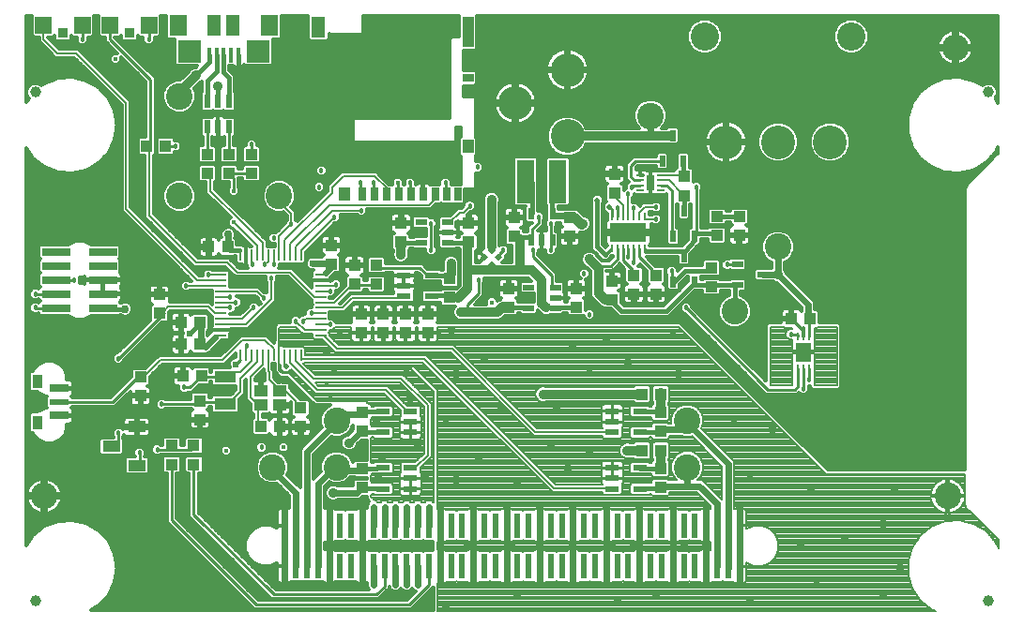
<source format=gtl>
G75*
G70*
%OFA0B0*%
%FSLAX24Y24*%
%IPPOS*%
%LPD*%
%AMOC8*
5,1,8,0,0,1.08239X$1,22.5*
%
%ADD10R,0.0512X0.0217*%
%ADD11R,0.0079X0.0394*%
%ADD12R,0.0394X0.0079*%
%ADD13R,0.0433X0.0394*%
%ADD14R,0.0394X0.0433*%
%ADD15R,0.0591X0.0591*%
%ADD16R,0.0354X0.0354*%
%ADD17R,0.0748X0.0433*%
%ADD18R,0.0472X0.0394*%
%ADD19C,0.0945*%
%ADD20R,0.0157X0.0531*%
%ADD21R,0.0630X0.0748*%
%ADD22R,0.0827X0.0787*%
%ADD23R,0.0472X0.0748*%
%ADD24R,0.0276X0.0472*%
%ADD25R,0.0394X0.0472*%
%ADD26R,0.0394X0.0315*%
%ADD27R,0.0394X0.1102*%
%ADD28R,0.0512X0.0748*%
%ADD29R,0.0276X0.0098*%
%ADD30R,0.0252X0.0539*%
%ADD31R,0.0098X0.0276*%
%ADD32R,0.1299X0.0669*%
%ADD33R,0.0394X0.0217*%
%ADD34R,0.0193X0.0193*%
%ADD35R,0.0217X0.0394*%
%ADD36R,0.0531X0.0650*%
%ADD37R,0.0236X0.0472*%
%ADD38R,0.1000X0.0300*%
%ADD39R,0.0630X0.1535*%
%ADD40C,0.1200*%
%ADD41C,0.1005*%
%ADD42C,0.0394*%
%ADD43R,0.0236X0.0906*%
%ADD44R,0.0709X0.0295*%
%ADD45R,0.0709X0.0236*%
%ADD46R,0.0354X0.0512*%
%ADD47R,0.0630X0.0394*%
%ADD48C,0.0160*%
%ADD49C,0.0080*%
%ADD50C,0.0100*%
%ADD51C,0.0354*%
%ADD52C,0.0295*%
%ADD53C,0.0172*%
%ADD54C,0.0180*%
%ADD55C,0.0200*%
%ADD56C,0.0120*%
%ADD57C,0.0240*%
%ADD58C,0.0240*%
%ADD59C,0.0320*%
%ADD60C,0.0180*%
D10*
X013290Y004943D03*
X014274Y004943D03*
X014274Y005317D03*
X014274Y005691D03*
X013290Y005691D03*
X013290Y006951D03*
X014274Y006951D03*
X014274Y007325D03*
X014274Y007699D03*
X013290Y007699D03*
X014038Y011794D03*
X014038Y012168D03*
X014038Y012542D03*
X015022Y012542D03*
X015022Y011794D03*
X021440Y007699D03*
X021440Y007325D03*
X021440Y006951D03*
X022424Y006951D03*
X022424Y007699D03*
X022424Y005691D03*
X022424Y004943D03*
X021440Y004943D03*
X021440Y005317D03*
X021440Y005691D03*
D11*
X010396Y009707D03*
X010199Y009707D03*
X010003Y009707D03*
X009806Y009707D03*
X009609Y009707D03*
X009412Y009707D03*
X009215Y009707D03*
X009018Y009707D03*
X008821Y009707D03*
X008625Y009707D03*
X008428Y009707D03*
X008231Y009707D03*
X008231Y013251D03*
X008428Y013251D03*
X008625Y013251D03*
X008821Y013251D03*
X009018Y013251D03*
X009215Y013251D03*
X009412Y013251D03*
X009609Y013251D03*
X009806Y013251D03*
X010003Y013251D03*
X010199Y013251D03*
X010396Y013251D03*
D12*
X011085Y012562D03*
X011085Y012365D03*
X011085Y012168D03*
X011085Y011971D03*
X011085Y011774D03*
X011085Y011577D03*
X011085Y011380D03*
X011085Y011184D03*
X011085Y010987D03*
X011085Y010790D03*
X011085Y010593D03*
X011085Y010396D03*
X007542Y010396D03*
X007542Y010593D03*
X007542Y010790D03*
X007542Y010987D03*
X007542Y011184D03*
X007542Y011380D03*
X007542Y011577D03*
X007542Y011774D03*
X007542Y011971D03*
X007542Y012168D03*
X007542Y012365D03*
X007542Y012562D03*
D13*
X005357Y011853D03*
X005357Y011184D03*
X004688Y008920D03*
X004688Y008251D03*
X006794Y008073D03*
X006794Y007404D03*
X006577Y006479D03*
X006577Y005810D03*
X005790Y005810D03*
X005790Y006479D03*
X010377Y007148D03*
X010377Y007817D03*
X012562Y007660D03*
X012562Y006991D03*
X012562Y005652D03*
X012562Y004983D03*
X012522Y010495D03*
X013310Y010495D03*
X014097Y010495D03*
X014884Y010495D03*
X014884Y011164D03*
X014097Y011164D03*
X013310Y011164D03*
X012522Y011164D03*
X012286Y012227D03*
X013073Y012227D03*
X013073Y012896D03*
X012286Y012896D03*
X011459Y012936D03*
X011459Y013605D03*
X013940Y013723D03*
X013940Y014392D03*
X016341Y014392D03*
X016341Y013723D03*
X017955Y013920D03*
X017955Y014589D03*
X019924Y014589D03*
X019924Y013920D03*
X021420Y012345D03*
X021420Y011676D03*
X022207Y011873D03*
X022995Y011873D03*
X022995Y012542D03*
X022207Y012542D03*
X020160Y012069D03*
X020160Y011400D03*
X017758Y011400D03*
X017758Y012069D03*
X015672Y011754D03*
X015672Y012424D03*
X021518Y015475D03*
X021518Y016144D03*
X023979Y016046D03*
X023979Y015377D03*
X025160Y014629D03*
X025160Y013959D03*
X025947Y013959D03*
X025947Y014629D03*
X024963Y012798D03*
X024963Y012129D03*
X023152Y007660D03*
X023152Y006991D03*
X023152Y005652D03*
X023152Y004983D03*
X008625Y016164D03*
X008625Y016833D03*
X007837Y016833D03*
X007050Y016833D03*
X007050Y016164D03*
X007837Y016164D03*
D14*
X005573Y017129D03*
X004904Y017129D03*
X007109Y013546D03*
X007778Y013546D03*
X006794Y010869D03*
X006125Y010869D03*
X006125Y010081D03*
X006794Y010081D03*
X006853Y008959D03*
X006184Y008959D03*
X008959Y007148D03*
X009629Y007148D03*
X022503Y006302D03*
X023172Y006302D03*
X023172Y008310D03*
X022503Y008310D03*
X027798Y010987D03*
X028467Y010987D03*
D15*
X004983Y021420D03*
X003605Y021420D03*
X002621Y021420D03*
X001243Y021420D03*
D16*
X001932Y021164D03*
X004294Y021164D03*
D17*
X007699Y008940D03*
X007699Y007955D03*
D18*
X008959Y007916D03*
X009629Y007916D03*
X009629Y008428D03*
X008959Y008428D03*
D19*
X011656Y007365D03*
X011656Y005711D03*
X009373Y005711D03*
X001262Y004688D03*
X006066Y015357D03*
X009609Y015357D03*
X006066Y018900D03*
X022798Y018211D03*
X027325Y013546D03*
X025790Y011262D03*
X024097Y007365D03*
X024097Y005711D03*
X033349Y004688D03*
X033625Y020632D03*
D20*
X008152Y020367D03*
X007896Y020367D03*
X007640Y020367D03*
X007384Y020367D03*
X007129Y020367D03*
D21*
X006026Y021420D03*
X009254Y021420D03*
D22*
X008861Y020495D03*
X006420Y020495D03*
D23*
X007306Y021420D03*
X007975Y021420D03*
D24*
X012546Y015420D03*
X012979Y015420D03*
X013412Y015420D03*
X013845Y015420D03*
X014278Y015420D03*
X014711Y015420D03*
X015144Y015420D03*
X015577Y015420D03*
X015951Y015420D03*
D25*
X016325Y017113D03*
X011936Y015420D03*
D26*
X016325Y019554D03*
D27*
X016325Y021188D03*
D28*
X011010Y021365D03*
D29*
X022434Y016095D03*
X022434Y015918D03*
X022434Y015741D03*
X022434Y015564D03*
X023162Y015564D03*
X023162Y015741D03*
X023162Y015918D03*
X023162Y016095D03*
D30*
X022798Y015829D03*
D31*
X022601Y014629D03*
X022404Y014629D03*
X022207Y014629D03*
X022010Y014629D03*
X021814Y014629D03*
X021617Y014629D03*
X021420Y014629D03*
X021420Y013487D03*
X021617Y013487D03*
X021814Y013487D03*
X022010Y013487D03*
X022207Y013487D03*
X022404Y013487D03*
X022601Y013487D03*
X028034Y010367D03*
X028231Y010367D03*
X028428Y010367D03*
X028428Y009245D03*
X028231Y009245D03*
X028034Y009245D03*
D32*
X022010Y014058D03*
D33*
X019412Y012109D03*
X019412Y011735D03*
X019412Y011361D03*
X018467Y011361D03*
X018467Y012109D03*
X015593Y013684D03*
X015593Y014058D03*
X015593Y014432D03*
X014648Y014432D03*
X014648Y013684D03*
X025888Y012936D03*
X026794Y012562D03*
X025888Y012188D03*
D34*
G36*
X017402Y013056D02*
X017267Y013191D01*
X017402Y013326D01*
X017537Y013191D01*
X017402Y013056D01*
G37*
G36*
X017148Y012803D02*
X017013Y012938D01*
X017148Y013073D01*
X017283Y012938D01*
X017148Y012803D01*
G37*
G36*
X016895Y013056D02*
X016760Y013191D01*
X016895Y013326D01*
X017030Y013191D01*
X016895Y013056D01*
G37*
G36*
X017148Y013310D02*
X017013Y013445D01*
X017148Y013580D01*
X017283Y013445D01*
X017148Y013310D01*
G37*
D35*
X018566Y013782D03*
X018940Y013782D03*
X019314Y013782D03*
X019314Y014727D03*
X018566Y014727D03*
X023211Y016597D03*
X023959Y016597D03*
X023585Y017503D03*
X023979Y014825D03*
X024353Y013920D03*
X023605Y013920D03*
X023979Y013211D03*
X024353Y012306D03*
X023605Y012306D03*
D36*
X028231Y009806D03*
D37*
X007817Y017817D03*
X007443Y017817D03*
X007069Y017817D03*
X007069Y018723D03*
X007443Y018723D03*
X007817Y018723D03*
D38*
X003357Y013365D03*
X003357Y012865D03*
X003357Y012365D03*
X003357Y011865D03*
X003357Y011365D03*
X001687Y011365D03*
X001687Y011865D03*
X001687Y012365D03*
X001687Y012865D03*
X001687Y013365D03*
D39*
X018369Y015869D03*
X019510Y015869D03*
D40*
X019845Y017483D03*
X017995Y018664D03*
X019845Y019845D03*
X025475Y017274D03*
X027325Y017274D03*
X029176Y017274D03*
D41*
X029924Y021026D03*
X024727Y021026D03*
D42*
X000947Y000947D03*
X000947Y019058D03*
X034806Y019058D03*
X034806Y000947D03*
D43*
X025947Y002188D03*
X025554Y002188D03*
X025160Y002188D03*
X024766Y002188D03*
X024373Y002188D03*
X023979Y002188D03*
X023585Y002188D03*
X023191Y002188D03*
X022798Y002188D03*
X022404Y002188D03*
X022010Y002188D03*
X021617Y002188D03*
X021223Y002188D03*
X020829Y002188D03*
X020436Y002188D03*
X020042Y002188D03*
X019648Y002188D03*
X019254Y002188D03*
X018861Y002188D03*
X018467Y002188D03*
X018073Y002188D03*
X017680Y002188D03*
X017286Y002188D03*
X016892Y002188D03*
X016499Y002188D03*
X016105Y002188D03*
X015711Y002188D03*
X015317Y002188D03*
X014924Y002188D03*
X014530Y002188D03*
X014136Y002188D03*
X013743Y002188D03*
X013349Y002188D03*
X012955Y002188D03*
X012562Y002188D03*
X012168Y002188D03*
X011774Y002188D03*
X011380Y002188D03*
X010987Y002188D03*
X010593Y002188D03*
X010199Y002188D03*
X009806Y002188D03*
X009806Y003644D03*
X010199Y003644D03*
X010593Y003644D03*
X010987Y003644D03*
X011380Y003644D03*
X011774Y003644D03*
X012168Y003644D03*
X012562Y003644D03*
X012955Y003644D03*
X013349Y003644D03*
X013743Y003644D03*
X014136Y003644D03*
X014530Y003644D03*
X014924Y003644D03*
X015317Y003644D03*
X015711Y003644D03*
X016105Y003644D03*
X016499Y003644D03*
X016892Y003644D03*
X017286Y003644D03*
X017680Y003644D03*
X018073Y003644D03*
X018467Y003644D03*
X018861Y003644D03*
X019254Y003644D03*
X019648Y003644D03*
X020042Y003644D03*
X020436Y003644D03*
X020829Y003644D03*
X021223Y003644D03*
X021617Y003644D03*
X022010Y003644D03*
X022404Y003644D03*
X022798Y003644D03*
X023191Y003644D03*
X023585Y003644D03*
X023979Y003644D03*
X024373Y003644D03*
X024766Y003644D03*
X025160Y003644D03*
X025554Y003644D03*
X025947Y003644D03*
D44*
X001794Y007552D03*
X001794Y008516D03*
D45*
X001794Y008034D03*
D46*
X001026Y007306D03*
X001026Y008762D03*
D47*
X003644Y006459D03*
X004550Y005770D03*
X004550Y007148D03*
D48*
X006420Y010475D02*
X006656Y010711D01*
X004136Y011341D02*
X003743Y011341D01*
X007877Y013428D02*
X008191Y013428D01*
X007443Y017286D02*
X007443Y017817D01*
X007443Y018723D02*
X007443Y019254D01*
X007069Y019471D02*
X007069Y018723D01*
X007817Y018723D02*
X007817Y019569D01*
X007640Y019747D01*
X007640Y020367D01*
X007384Y020367D02*
X007384Y019786D01*
X007069Y019471D01*
X006656Y019648D02*
X007129Y020121D01*
X007129Y020367D01*
X008152Y020367D02*
X008152Y019766D01*
X014058Y013703D02*
X014609Y013703D01*
X015790Y013703D02*
X016262Y013703D01*
X015632Y012522D02*
X015239Y012522D01*
X015199Y011814D02*
X015632Y011814D01*
X017837Y011380D02*
X017877Y011380D01*
X018349Y011380D01*
X019530Y011380D02*
X019943Y011380D01*
X021341Y011695D02*
X021440Y011597D01*
X021774Y011262D01*
X023349Y011262D01*
X024294Y012207D01*
X024333Y012207D02*
X024963Y012207D01*
X025751Y012207D01*
X025790Y012168D02*
X025790Y011577D01*
X024924Y012680D02*
X024018Y012680D01*
X023625Y012286D01*
X024018Y013388D02*
X022640Y013388D01*
X024018Y013388D02*
X024373Y013782D01*
X024451Y014018D02*
X025121Y014018D01*
X025160Y014629D02*
X025947Y014629D01*
X023979Y014825D02*
X023979Y015377D01*
X023959Y016006D02*
X023979Y016046D01*
X023973Y016013D01*
X023959Y016006D02*
X023959Y016597D01*
X020908Y015199D02*
X020908Y013546D01*
X021184Y013270D01*
X019294Y014766D02*
X019294Y015829D01*
X018585Y015829D02*
X018585Y014766D01*
X018447Y013900D02*
X018034Y013900D01*
D49*
X018113Y013821D01*
X018152Y013821D01*
X018034Y013900D02*
X017975Y013900D01*
X017955Y013920D01*
X018447Y013900D02*
X018585Y013900D01*
X018566Y013880D01*
X018566Y013782D01*
X019254Y013625D02*
X019314Y013684D01*
X019314Y013782D01*
X019314Y013920D01*
X019254Y013979D01*
X019373Y014648D02*
X019373Y014727D01*
X019314Y014727D01*
X019294Y014727D01*
X019294Y014766D01*
X019845Y014648D02*
X019865Y014648D01*
X019924Y014589D01*
X019943Y014609D01*
X020081Y014609D01*
X020357Y014333D02*
X020396Y014373D01*
X021380Y013487D02*
X021420Y013487D01*
X021380Y013487D02*
X021380Y013467D01*
X021026Y012877D02*
X020987Y012837D01*
X020908Y012837D01*
X022168Y012719D02*
X022168Y012581D01*
X022207Y012542D01*
X022877Y012660D02*
X022877Y012719D01*
X022877Y012660D02*
X022995Y012542D01*
X023605Y012306D02*
X023605Y012227D01*
X023546Y012168D01*
X023625Y012286D02*
X023605Y012306D01*
X024294Y012207D02*
X024353Y012266D01*
X024353Y012306D01*
X024353Y012227D01*
X024333Y012207D01*
X024963Y012207D02*
X024963Y012129D01*
X024924Y012680D02*
X024924Y012798D01*
X024963Y012798D01*
X023979Y013211D02*
X023979Y013349D01*
X024018Y013388D01*
X024373Y013782D02*
X024353Y013802D01*
X024353Y013920D01*
X024451Y014018D01*
X024412Y014058D01*
X025121Y014018D02*
X025121Y013959D01*
X025160Y013959D01*
X023605Y013920D02*
X023546Y013920D01*
X023546Y014077D01*
X022995Y014530D02*
X022601Y014530D01*
X022601Y014629D01*
X022404Y014629D02*
X022404Y014766D01*
X022601Y014963D01*
X022995Y014963D01*
X022207Y014924D02*
X022207Y014629D01*
X022010Y014629D02*
X022010Y015436D01*
X021814Y015042D02*
X021459Y015396D01*
X021459Y015475D01*
X021518Y015475D01*
X021814Y015042D02*
X021814Y014629D01*
X022601Y013467D02*
X022640Y013428D01*
X022640Y013388D01*
X021420Y011676D02*
X021440Y011656D01*
X021440Y011597D01*
X021420Y011676D02*
X021203Y011676D01*
X021184Y011656D01*
X020160Y011400D02*
X019963Y011400D01*
X019943Y011380D01*
X019530Y011380D02*
X019530Y011361D01*
X019412Y011361D01*
X019392Y011380D01*
X019097Y011380D01*
X018467Y011361D02*
X018349Y011361D01*
X018349Y011380D01*
X017877Y011380D02*
X017778Y011380D01*
X017758Y011400D01*
X017739Y011420D01*
X017562Y011420D01*
X016302Y011302D02*
X016223Y011223D01*
X016066Y011223D01*
X015967Y011715D02*
X015711Y011715D01*
X015672Y011754D01*
X015632Y011794D01*
X015632Y011814D01*
X015199Y011814D02*
X015180Y011794D01*
X015022Y011794D01*
X015672Y012424D02*
X015672Y012483D01*
X015632Y012522D01*
X015672Y012562D02*
X015672Y012424D01*
X015672Y012562D02*
X015711Y012601D01*
X015239Y012522D02*
X015042Y012522D01*
X015022Y012542D01*
X014845Y012542D01*
X014845Y012562D01*
X014038Y011794D02*
X013979Y011735D01*
X012207Y011735D01*
X011853Y011380D01*
X011085Y011380D01*
X011085Y011184D02*
X010751Y011184D01*
X010554Y010987D02*
X011085Y010987D01*
X011085Y010790D02*
X011420Y010790D01*
X011578Y010679D02*
X012166Y010679D01*
X012166Y010710D02*
X012166Y010535D01*
X012482Y010535D01*
X012482Y010455D01*
X012166Y010455D01*
X012166Y010279D01*
X012175Y010244D01*
X012194Y010212D01*
X012220Y010186D01*
X012252Y010167D01*
X012287Y010158D01*
X012482Y010158D01*
X012482Y010455D01*
X012562Y010455D01*
X012562Y010535D01*
X012879Y010535D01*
X012879Y010710D01*
X012878Y010711D01*
X012953Y010711D01*
X012953Y010710D01*
X012953Y010535D01*
X013270Y010535D01*
X013270Y010455D01*
X013350Y010455D01*
X013350Y010535D01*
X013666Y010535D01*
X013666Y010710D01*
X013666Y010711D01*
X013741Y010711D01*
X013740Y010710D01*
X013740Y010535D01*
X014057Y010535D01*
X014057Y010455D01*
X013740Y010455D01*
X013740Y010279D01*
X013750Y010244D01*
X013768Y010212D01*
X013795Y010186D01*
X013826Y010167D01*
X013862Y010158D01*
X014057Y010158D01*
X014057Y010455D01*
X014137Y010455D01*
X014137Y010535D01*
X014454Y010535D01*
X014454Y010710D01*
X014453Y010711D01*
X014528Y010711D01*
X014528Y010710D01*
X014528Y010535D01*
X014844Y010535D01*
X014844Y010455D01*
X014528Y010455D01*
X014528Y010279D01*
X014537Y010244D01*
X014556Y010212D01*
X014582Y010186D01*
X014614Y010167D01*
X014649Y010158D01*
X014844Y010158D01*
X014844Y010455D01*
X014924Y010455D01*
X014924Y010158D01*
X015119Y010158D01*
X015155Y010167D01*
X015187Y010186D01*
X015213Y010212D01*
X015231Y010244D01*
X015241Y010279D01*
X015241Y010455D01*
X014924Y010455D01*
X014924Y010535D01*
X015241Y010535D01*
X015241Y010710D01*
X015241Y010711D01*
X023782Y010711D01*
X029018Y005475D01*
X033972Y005475D01*
X033972Y004403D01*
X034039Y004241D01*
X034163Y004118D01*
X035153Y003127D01*
X035153Y002829D01*
X035153Y002829D01*
X035029Y003086D01*
X034684Y003458D01*
X034246Y003711D01*
X033752Y003824D01*
X033246Y003786D01*
X032775Y003601D01*
X032775Y003601D01*
X032378Y003285D01*
X032093Y002866D01*
X031944Y002382D01*
X031944Y001875D01*
X032093Y001391D01*
X032378Y000972D01*
X032378Y000972D01*
X032378Y000972D01*
X032775Y000656D01*
X032918Y000600D01*
X015239Y000600D01*
X015239Y001595D01*
X015298Y001595D01*
X015298Y002168D01*
X015337Y002168D01*
X015337Y001595D01*
X015454Y001595D01*
X015490Y001604D01*
X015522Y001623D01*
X015543Y001644D01*
X015552Y001635D01*
X015871Y001635D01*
X015908Y001672D01*
X015945Y001635D01*
X016264Y001635D01*
X016273Y001644D01*
X016295Y001623D01*
X016326Y001604D01*
X016362Y001595D01*
X016480Y001595D01*
X016480Y002168D01*
X016518Y002168D01*
X016518Y001595D01*
X016635Y001595D01*
X016671Y001604D01*
X016703Y001623D01*
X016724Y001644D01*
X016733Y001635D01*
X017052Y001635D01*
X017089Y001672D01*
X017126Y001635D01*
X017446Y001635D01*
X017455Y001644D01*
X017476Y001623D01*
X017508Y001604D01*
X017543Y001595D01*
X017661Y001595D01*
X017661Y002168D01*
X017699Y002168D01*
X017699Y001595D01*
X017816Y001595D01*
X017852Y001604D01*
X017884Y001623D01*
X017905Y001644D01*
X017914Y001635D01*
X018233Y001635D01*
X018270Y001672D01*
X018308Y001635D01*
X018627Y001635D01*
X018636Y001644D01*
X018657Y001623D01*
X018689Y001604D01*
X018724Y001595D01*
X018842Y001595D01*
X018842Y002168D01*
X018880Y002168D01*
X018880Y001595D01*
X018997Y001595D01*
X019033Y001604D01*
X019065Y001623D01*
X019086Y001644D01*
X019095Y001635D01*
X019414Y001635D01*
X019451Y001672D01*
X019489Y001635D01*
X019808Y001635D01*
X019817Y001644D01*
X019838Y001623D01*
X019870Y001604D01*
X019905Y001595D01*
X020023Y001595D01*
X020023Y002168D01*
X020061Y002168D01*
X020061Y001595D01*
X020178Y001595D01*
X020214Y001604D01*
X020246Y001623D01*
X020267Y001644D01*
X020276Y001635D01*
X020595Y001635D01*
X020632Y001672D01*
X020670Y001635D01*
X020989Y001635D01*
X020998Y001644D01*
X021019Y001623D01*
X021051Y001604D01*
X021086Y001595D01*
X021204Y001595D01*
X021204Y002168D01*
X021242Y002168D01*
X021242Y001595D01*
X021360Y001595D01*
X021395Y001604D01*
X021427Y001623D01*
X021448Y001644D01*
X021457Y001635D01*
X021776Y001635D01*
X021814Y001672D01*
X021851Y001635D01*
X022170Y001635D01*
X022179Y001644D01*
X022200Y001623D01*
X022232Y001604D01*
X022268Y001595D01*
X022385Y001595D01*
X022385Y002168D01*
X022423Y002168D01*
X022423Y001595D01*
X022541Y001595D01*
X022576Y001604D01*
X022608Y001623D01*
X022629Y001644D01*
X022638Y001635D01*
X022957Y001635D01*
X022995Y001672D01*
X023032Y001635D01*
X023351Y001635D01*
X023360Y001644D01*
X023381Y001623D01*
X023413Y001604D01*
X023449Y001595D01*
X023566Y001595D01*
X023566Y002168D01*
X023604Y002168D01*
X023604Y001595D01*
X023722Y001595D01*
X023757Y001604D01*
X023789Y001623D01*
X023810Y001644D01*
X023819Y001635D01*
X024138Y001635D01*
X024176Y001672D01*
X024213Y001635D01*
X024532Y001635D01*
X024541Y001644D01*
X024562Y001623D01*
X024594Y001604D01*
X024630Y001595D01*
X024747Y001595D01*
X024747Y002168D01*
X024785Y002168D01*
X024785Y001595D01*
X024903Y001595D01*
X024938Y001604D01*
X024970Y001623D01*
X024991Y001644D01*
X025000Y001635D01*
X025320Y001635D01*
X025357Y001672D01*
X025394Y001635D01*
X025713Y001635D01*
X025722Y001644D01*
X025743Y001623D01*
X025775Y001604D01*
X025811Y001595D01*
X025928Y001595D01*
X025928Y002168D01*
X025966Y002168D01*
X025966Y001595D01*
X026084Y001595D01*
X026120Y001604D01*
X026151Y001623D01*
X026178Y001649D01*
X026196Y001681D01*
X026206Y001716D01*
X026206Y002169D01*
X025966Y002169D01*
X025966Y002207D01*
X026206Y002207D01*
X026206Y002315D01*
X026211Y002309D01*
X026474Y002200D01*
X026759Y002200D01*
X027022Y002309D01*
X027223Y002511D01*
X027332Y002774D01*
X027332Y003058D01*
X027223Y003321D01*
X027022Y003523D01*
X026759Y003631D01*
X026474Y003631D01*
X026211Y003523D01*
X026206Y003517D01*
X026206Y003625D01*
X025966Y003625D01*
X025966Y003663D01*
X025928Y003663D01*
X025928Y004237D01*
X025811Y004237D01*
X025775Y004227D01*
X025774Y004227D01*
X025774Y005920D01*
X024603Y007091D01*
X024670Y007251D01*
X024670Y007479D01*
X024582Y007689D01*
X024421Y007850D01*
X024211Y007937D01*
X023983Y007937D01*
X023773Y007850D01*
X023612Y007689D01*
X023525Y007479D01*
X023525Y007270D01*
X023428Y007270D01*
X023410Y007288D01*
X022894Y007288D01*
X022836Y007229D01*
X022836Y007161D01*
X022562Y007161D01*
X022560Y007160D01*
X022126Y007160D01*
X022068Y007101D01*
X022068Y006802D01*
X022126Y006743D01*
X022721Y006743D01*
X022759Y006781D01*
X022836Y006781D01*
X022836Y006752D01*
X022894Y006694D01*
X023410Y006694D01*
X023469Y006752D01*
X023469Y006830D01*
X023893Y006830D01*
X023983Y006792D01*
X024211Y006792D01*
X024260Y006812D01*
X025334Y005738D01*
X025334Y004549D01*
X024621Y005262D01*
X024457Y005262D01*
X024582Y005387D01*
X024670Y005597D01*
X024670Y005825D01*
X024582Y006035D01*
X024421Y006197D01*
X024211Y006284D01*
X023983Y006284D01*
X023773Y006197D01*
X023612Y006035D01*
X023525Y005825D01*
X023525Y005597D01*
X023612Y005387D01*
X023737Y005262D01*
X023428Y005262D01*
X023410Y005280D01*
X022894Y005280D01*
X022836Y005221D01*
X022836Y005153D01*
X022483Y005153D01*
X022481Y005152D01*
X022126Y005152D01*
X022068Y005093D01*
X022068Y004794D01*
X022126Y004735D01*
X022721Y004735D01*
X022759Y004773D01*
X022836Y004773D01*
X022836Y004745D01*
X022894Y004686D01*
X023410Y004686D01*
X023469Y004745D01*
X023469Y004822D01*
X024439Y004822D01*
X024940Y004321D01*
X024940Y004227D01*
X024938Y004227D01*
X024903Y004237D01*
X024785Y004237D01*
X024785Y003663D01*
X024747Y003663D01*
X024747Y004237D01*
X024630Y004237D01*
X024594Y004227D01*
X024562Y004209D01*
X024541Y004188D01*
X024532Y004197D01*
X024213Y004197D01*
X024176Y004160D01*
X024138Y004197D01*
X023819Y004197D01*
X023810Y004188D01*
X023789Y004209D01*
X023757Y004227D01*
X023722Y004237D01*
X023604Y004237D01*
X023604Y003663D01*
X023566Y003663D01*
X023566Y004237D01*
X023449Y004237D01*
X023413Y004227D01*
X023381Y004209D01*
X023360Y004188D01*
X023351Y004197D01*
X023032Y004197D01*
X022995Y004160D01*
X022957Y004197D01*
X022638Y004197D01*
X022629Y004188D01*
X022608Y004209D01*
X022576Y004227D01*
X022541Y004237D01*
X022423Y004237D01*
X022423Y003663D01*
X022385Y003663D01*
X022385Y004237D01*
X022268Y004237D01*
X022232Y004227D01*
X022200Y004209D01*
X022179Y004188D01*
X022170Y004197D01*
X021851Y004197D01*
X021814Y004160D01*
X021776Y004197D01*
X021457Y004197D01*
X021448Y004188D01*
X021427Y004209D01*
X021395Y004227D01*
X021360Y004237D01*
X021242Y004237D01*
X021242Y003663D01*
X021204Y003663D01*
X021204Y004237D01*
X021086Y004237D01*
X021051Y004227D01*
X021019Y004209D01*
X020998Y004188D01*
X020989Y004197D01*
X020670Y004197D01*
X020632Y004160D01*
X020595Y004197D01*
X020276Y004197D01*
X020267Y004188D01*
X020246Y004209D01*
X020214Y004227D01*
X020178Y004237D01*
X020061Y004237D01*
X020061Y003663D01*
X020023Y003663D01*
X020023Y004237D01*
X019905Y004237D01*
X019870Y004227D01*
X019838Y004209D01*
X019817Y004188D01*
X019808Y004197D01*
X019489Y004197D01*
X019451Y004160D01*
X019414Y004197D01*
X019095Y004197D01*
X019086Y004188D01*
X019065Y004209D01*
X019033Y004227D01*
X018997Y004237D01*
X018880Y004237D01*
X018880Y003663D01*
X018842Y003663D01*
X018842Y004237D01*
X018724Y004237D01*
X018689Y004227D01*
X018657Y004209D01*
X018636Y004188D01*
X018627Y004197D01*
X018308Y004197D01*
X018270Y004160D01*
X018233Y004197D01*
X017914Y004197D01*
X017905Y004188D01*
X017884Y004209D01*
X017852Y004227D01*
X017816Y004237D01*
X017699Y004237D01*
X017699Y003663D01*
X017661Y003663D01*
X017661Y004237D01*
X017543Y004237D01*
X017508Y004227D01*
X017476Y004209D01*
X017455Y004188D01*
X017446Y004197D01*
X017126Y004197D01*
X017089Y004160D01*
X017052Y004197D01*
X016733Y004197D01*
X016724Y004188D01*
X016703Y004209D01*
X016671Y004227D01*
X016635Y004237D01*
X016518Y004237D01*
X016518Y003663D01*
X016480Y003663D01*
X016480Y004237D01*
X016362Y004237D01*
X016326Y004227D01*
X016295Y004209D01*
X016273Y004188D01*
X016264Y004197D01*
X015945Y004197D01*
X015908Y004160D01*
X015871Y004197D01*
X015552Y004197D01*
X015543Y004188D01*
X015522Y004209D01*
X015490Y004227D01*
X015454Y004237D01*
X015337Y004237D01*
X015337Y003663D01*
X015298Y003663D01*
X015298Y004237D01*
X015239Y004237D01*
X015239Y004299D01*
X015240Y004300D01*
X015240Y008461D01*
X015193Y008508D01*
X014406Y009295D01*
X014339Y009295D01*
X014293Y009248D01*
X014293Y009182D01*
X015080Y008395D01*
X015080Y004451D01*
X015077Y004451D01*
X015015Y004514D01*
X014833Y004514D01*
X014770Y004451D01*
X014684Y004451D01*
X014621Y004514D01*
X014439Y004514D01*
X014376Y004451D01*
X014290Y004451D01*
X014228Y004514D01*
X014045Y004514D01*
X013983Y004451D01*
X013896Y004451D01*
X013834Y004514D01*
X013652Y004514D01*
X013589Y004451D01*
X013503Y004451D01*
X013440Y004514D01*
X013258Y004514D01*
X013195Y004451D01*
X013109Y004451D01*
X013046Y004514D01*
X013011Y004514D01*
X012877Y004648D01*
X012877Y004743D01*
X012878Y004745D01*
X012878Y004773D01*
X012955Y004773D01*
X012993Y004735D01*
X013587Y004735D01*
X013646Y004794D01*
X013646Y005093D01*
X013587Y005152D01*
X013193Y005152D01*
X013191Y005153D01*
X012878Y005153D01*
X012878Y005221D01*
X012877Y005223D01*
X012877Y005412D01*
X012878Y005414D01*
X012878Y005482D01*
X013152Y005482D01*
X013154Y005483D01*
X013587Y005483D01*
X013646Y005542D01*
X013646Y005841D01*
X013587Y005900D01*
X012993Y005900D01*
X012955Y005862D01*
X012878Y005862D01*
X012878Y005890D01*
X012877Y005892D01*
X012877Y006751D01*
X012878Y006752D01*
X012878Y006781D01*
X012955Y006781D01*
X012993Y006743D01*
X013587Y006743D01*
X013646Y006802D01*
X013646Y007101D01*
X013587Y007160D01*
X013193Y007160D01*
X013191Y007161D01*
X012878Y007161D01*
X012878Y007229D01*
X012877Y007231D01*
X012877Y007420D01*
X012878Y007422D01*
X012878Y007490D01*
X013191Y007490D01*
X013193Y007491D01*
X013587Y007491D01*
X013646Y007550D01*
X013646Y007849D01*
X013587Y007908D01*
X012993Y007908D01*
X012955Y007870D01*
X012878Y007870D01*
X012878Y007898D01*
X012820Y007957D01*
X012796Y007957D01*
X012680Y008073D01*
X010947Y008073D01*
X009963Y009058D01*
X009727Y009058D01*
X009609Y009176D01*
X009609Y009707D01*
X009609Y009370D01*
X009645Y009370D01*
X009645Y009211D01*
X009762Y009094D01*
X009928Y009094D01*
X010025Y009191D01*
X010889Y008327D01*
X013330Y008327D01*
X013918Y007739D01*
X013918Y007550D01*
X013927Y007541D01*
X013906Y007520D01*
X013888Y007488D01*
X013878Y007452D01*
X013878Y007339D01*
X014260Y007339D01*
X014260Y007311D01*
X014288Y007311D01*
X014288Y007077D01*
X014288Y006965D01*
X014670Y006965D01*
X014670Y007078D01*
X014661Y007114D01*
X014646Y007138D01*
X014661Y007163D01*
X014670Y007199D01*
X014670Y007311D01*
X014288Y007311D01*
X014288Y007339D01*
X014670Y007339D01*
X014670Y007452D01*
X014661Y007488D01*
X014642Y007520D01*
X014621Y007541D01*
X014630Y007550D01*
X014630Y007849D01*
X014571Y007908D01*
X014146Y007908D01*
X013446Y008607D01*
X011005Y008607D01*
X010892Y008721D01*
X013882Y008721D01*
X014744Y007858D01*
X014744Y006202D01*
X014442Y005900D01*
X013977Y005900D01*
X013918Y005841D01*
X013918Y005542D01*
X013927Y005533D01*
X013906Y005512D01*
X013888Y005480D01*
X013878Y005444D01*
X013878Y005332D01*
X014260Y005332D01*
X014260Y005303D01*
X014288Y005303D01*
X014288Y005069D01*
X014288Y004958D01*
X014260Y004958D01*
X014260Y005303D01*
X013878Y005303D01*
X013878Y005191D01*
X013888Y005155D01*
X013902Y005130D01*
X013888Y005106D01*
X013878Y005070D01*
X013878Y004958D01*
X014260Y004958D01*
X014260Y004929D01*
X014288Y004929D01*
X014288Y004695D01*
X014549Y004695D01*
X014584Y004705D01*
X014616Y004723D01*
X014642Y004749D01*
X014661Y004781D01*
X014670Y004817D01*
X014670Y004929D01*
X014288Y004929D01*
X014288Y004958D01*
X014670Y004958D01*
X014670Y005070D01*
X014661Y005106D01*
X014646Y005130D01*
X014661Y005155D01*
X014670Y005191D01*
X014670Y005303D01*
X014288Y005303D01*
X014288Y005332D01*
X014670Y005332D01*
X014670Y005444D01*
X014661Y005480D01*
X014642Y005512D01*
X014621Y005533D01*
X014630Y005542D01*
X014630Y005692D01*
X015024Y006086D01*
X015024Y007974D01*
X014942Y008056D01*
X014080Y008919D01*
X013998Y009001D01*
X010887Y009001D01*
X010477Y009411D01*
X010496Y009429D01*
X014708Y009429D01*
X019315Y004823D01*
X021084Y004823D01*
X021084Y004794D01*
X021142Y004735D01*
X021737Y004735D01*
X021795Y004794D01*
X021795Y005093D01*
X021786Y005102D01*
X021807Y005123D01*
X021826Y005155D01*
X021835Y005191D01*
X021835Y005303D01*
X021454Y005303D01*
X021454Y005332D01*
X021425Y005332D01*
X021425Y005566D01*
X021425Y005677D01*
X021044Y005677D01*
X021044Y005565D01*
X021053Y005529D01*
X021067Y005504D01*
X021053Y005480D01*
X021044Y005444D01*
X021044Y005332D01*
X021425Y005332D01*
X021425Y005303D01*
X021044Y005303D01*
X021044Y005191D01*
X021053Y005155D01*
X021072Y005123D01*
X021092Y005103D01*
X019431Y005103D01*
X014906Y009627D01*
X014824Y009709D01*
X010536Y009709D01*
X010536Y009765D01*
X010536Y009766D01*
X010536Y009946D01*
X010477Y010004D01*
X010315Y010004D01*
X010298Y009986D01*
X010280Y010004D01*
X010119Y010004D01*
X010101Y009986D01*
X010083Y010004D01*
X009922Y010004D01*
X009904Y009986D01*
X009886Y010004D01*
X009746Y010004D01*
X009734Y010016D01*
X009702Y010035D01*
X009667Y010044D01*
X009609Y010044D01*
X009609Y009707D01*
X009609Y009707D01*
X009609Y009707D01*
X009609Y010672D01*
X009648Y010711D01*
X010198Y010711D01*
X010374Y010535D01*
X010456Y010453D01*
X010788Y010453D01*
X010788Y010315D01*
X010847Y010257D01*
X011027Y010257D01*
X011027Y010256D01*
X011126Y010256D01*
X011516Y009866D01*
X011598Y009784D01*
X015693Y009784D01*
X018563Y006913D01*
X018645Y006831D01*
X021084Y006831D01*
X021084Y006802D01*
X021142Y006743D01*
X021737Y006743D01*
X021795Y006802D01*
X021795Y007101D01*
X021786Y007110D01*
X021807Y007131D01*
X021826Y007163D01*
X021835Y007199D01*
X021835Y007311D01*
X021454Y007311D01*
X021454Y007339D01*
X021835Y007339D01*
X021835Y007452D01*
X021826Y007488D01*
X021812Y007512D01*
X021826Y007537D01*
X021835Y007573D01*
X021835Y007685D01*
X021454Y007685D01*
X021454Y007714D01*
X021425Y007714D01*
X021425Y007948D01*
X021165Y007948D01*
X021130Y007938D01*
X021098Y007920D01*
X021072Y007894D01*
X021053Y007862D01*
X021044Y007826D01*
X021044Y007714D01*
X021425Y007714D01*
X021425Y007685D01*
X021044Y007685D01*
X021044Y007573D01*
X021053Y007537D01*
X021067Y007512D01*
X021053Y007488D01*
X021044Y007452D01*
X021044Y007339D01*
X021425Y007339D01*
X021425Y007311D01*
X021044Y007311D01*
X021044Y007199D01*
X021053Y007163D01*
X021072Y007131D01*
X021092Y007111D01*
X018761Y007111D01*
X015809Y010064D01*
X011714Y010064D01*
X011382Y010396D01*
X011382Y010477D01*
X011364Y010495D01*
X011382Y010512D01*
X011382Y010600D01*
X011499Y010600D01*
X011610Y010711D01*
X012166Y010711D01*
X012166Y010710D01*
X012166Y010601D02*
X011499Y010601D01*
X011382Y010522D02*
X012482Y010522D01*
X012482Y010444D02*
X012562Y010444D01*
X012562Y010455D02*
X012562Y010158D01*
X012757Y010158D01*
X012793Y010167D01*
X012825Y010186D01*
X012851Y010212D01*
X012869Y010244D01*
X012879Y010279D01*
X012879Y010455D01*
X012562Y010455D01*
X012562Y010522D02*
X013270Y010522D01*
X013270Y010455D02*
X012953Y010455D01*
X012953Y010279D01*
X012963Y010244D01*
X012981Y010212D01*
X013007Y010186D01*
X013039Y010167D01*
X013075Y010158D01*
X013270Y010158D01*
X013270Y010455D01*
X013270Y010444D02*
X013350Y010444D01*
X013350Y010455D02*
X013350Y010158D01*
X013545Y010158D01*
X013580Y010167D01*
X013612Y010186D01*
X013638Y010212D01*
X013657Y010244D01*
X013666Y010279D01*
X013666Y010455D01*
X013350Y010455D01*
X013350Y010522D02*
X014057Y010522D01*
X014057Y010444D02*
X014137Y010444D01*
X014137Y010455D02*
X014137Y010158D01*
X014332Y010158D01*
X014368Y010167D01*
X014400Y010186D01*
X014426Y010212D01*
X014444Y010244D01*
X014454Y010279D01*
X014454Y010455D01*
X014137Y010455D01*
X014137Y010522D02*
X014844Y010522D01*
X014844Y010444D02*
X014924Y010444D01*
X014924Y010522D02*
X023971Y010522D01*
X023893Y010601D02*
X015241Y010601D01*
X015241Y010679D02*
X023814Y010679D01*
X024050Y010444D02*
X015241Y010444D01*
X015241Y010365D02*
X024128Y010365D01*
X024207Y010287D02*
X015241Y010287D01*
X015209Y010208D02*
X024285Y010208D01*
X024364Y010130D02*
X011648Y010130D01*
X011570Y010208D02*
X012197Y010208D01*
X012166Y010287D02*
X011491Y010287D01*
X011413Y010365D02*
X012166Y010365D01*
X012166Y010444D02*
X011382Y010444D01*
X011184Y010396D02*
X011085Y010396D01*
X011184Y010396D02*
X011656Y009924D01*
X015751Y009924D01*
X018703Y006971D01*
X021262Y006971D01*
X021262Y006951D01*
X021440Y006951D01*
X021795Y006990D02*
X022068Y006990D01*
X022068Y007068D02*
X021795Y007068D01*
X021816Y007147D02*
X022113Y007147D01*
X022068Y006911D02*
X021795Y006911D01*
X021795Y006833D02*
X022068Y006833D01*
X022116Y006754D02*
X021748Y006754D01*
X021814Y006537D02*
X021736Y006459D01*
X021694Y006357D01*
X021694Y006247D01*
X021736Y006145D01*
X021814Y006067D01*
X021916Y006025D01*
X022026Y006025D01*
X022068Y006042D01*
X022208Y006042D01*
X022264Y005985D01*
X022741Y005985D01*
X022799Y006044D01*
X022799Y006560D01*
X022741Y006618D01*
X022264Y006618D01*
X022208Y006562D01*
X022068Y006562D01*
X022026Y006579D01*
X021916Y006579D01*
X021814Y006537D01*
X021796Y006519D02*
X018015Y006519D01*
X017937Y006597D02*
X022243Y006597D01*
X022443Y006302D02*
X022503Y006302D01*
X022799Y006283D02*
X022875Y006283D01*
X022875Y006205D02*
X022799Y006205D01*
X022799Y006126D02*
X022875Y006126D01*
X022875Y006048D02*
X022799Y006048D01*
X022875Y006044D02*
X022892Y006027D01*
X022892Y005947D01*
X022836Y005890D01*
X022836Y005862D01*
X022759Y005862D01*
X022721Y005900D01*
X022126Y005900D01*
X022068Y005841D01*
X022068Y005542D01*
X022126Y005483D01*
X022363Y005483D01*
X022365Y005482D01*
X022836Y005482D01*
X022836Y005414D01*
X022894Y005355D01*
X023410Y005355D01*
X023469Y005414D01*
X023469Y005890D01*
X023412Y005947D01*
X023412Y005987D01*
X023469Y006044D01*
X023469Y006560D01*
X023410Y006618D01*
X022934Y006618D01*
X022875Y006560D01*
X022875Y006044D01*
X022892Y005969D02*
X018565Y005969D01*
X018643Y005891D02*
X021076Y005891D01*
X021072Y005886D02*
X021053Y005854D01*
X021044Y005818D01*
X021044Y005706D01*
X021425Y005706D01*
X021425Y005940D01*
X021165Y005940D01*
X021130Y005930D01*
X021098Y005912D01*
X021072Y005886D01*
X021044Y005812D02*
X018722Y005812D01*
X018800Y005734D02*
X021044Y005734D01*
X021044Y005655D02*
X018879Y005655D01*
X018957Y005577D02*
X021044Y005577D01*
X021064Y005498D02*
X019036Y005498D01*
X019114Y005420D02*
X021044Y005420D01*
X021044Y005341D02*
X019193Y005341D01*
X019271Y005263D02*
X021044Y005263D01*
X021045Y005184D02*
X019350Y005184D01*
X019428Y005106D02*
X021089Y005106D01*
X021223Y004963D02*
X021223Y004943D01*
X021440Y004943D01*
X021223Y004963D02*
X019373Y004963D01*
X014766Y009569D01*
X010396Y009569D01*
X010396Y009707D01*
X010536Y009737D02*
X015739Y009737D01*
X015818Y009659D02*
X014875Y009659D01*
X014954Y009580D02*
X015896Y009580D01*
X015975Y009502D02*
X015032Y009502D01*
X015111Y009423D02*
X016053Y009423D01*
X016132Y009345D02*
X015189Y009345D01*
X015268Y009266D02*
X016210Y009266D01*
X016289Y009188D02*
X015346Y009188D01*
X015425Y009109D02*
X016367Y009109D01*
X016446Y009031D02*
X015503Y009031D01*
X015582Y008952D02*
X016524Y008952D01*
X016603Y008874D02*
X015660Y008874D01*
X015739Y008795D02*
X016681Y008795D01*
X016760Y008717D02*
X015817Y008717D01*
X015896Y008638D02*
X016838Y008638D01*
X016917Y008560D02*
X015974Y008560D01*
X016053Y008481D02*
X016995Y008481D01*
X017074Y008403D02*
X016131Y008403D01*
X016210Y008324D02*
X017152Y008324D01*
X017231Y008246D02*
X016288Y008246D01*
X016367Y008167D02*
X017309Y008167D01*
X017388Y008089D02*
X016445Y008089D01*
X016524Y008010D02*
X017466Y008010D01*
X017545Y007932D02*
X016602Y007932D01*
X016681Y007853D02*
X017623Y007853D01*
X017702Y007775D02*
X016759Y007775D01*
X016838Y007696D02*
X017780Y007696D01*
X017859Y007618D02*
X016916Y007618D01*
X016995Y007539D02*
X017937Y007539D01*
X018016Y007461D02*
X017073Y007461D01*
X017152Y007382D02*
X018094Y007382D01*
X018173Y007304D02*
X017230Y007304D01*
X017309Y007225D02*
X018251Y007225D01*
X018330Y007147D02*
X017387Y007147D01*
X017466Y007068D02*
X018408Y007068D01*
X018487Y006990D02*
X017544Y006990D01*
X017623Y006911D02*
X018565Y006911D01*
X018644Y006833D02*
X017701Y006833D01*
X017780Y006754D02*
X021131Y006754D01*
X021063Y007147D02*
X018726Y007147D01*
X018647Y007225D02*
X021044Y007225D01*
X021044Y007304D02*
X018569Y007304D01*
X018490Y007382D02*
X021044Y007382D01*
X021046Y007461D02*
X018412Y007461D01*
X018333Y007539D02*
X021053Y007539D01*
X021044Y007618D02*
X018255Y007618D01*
X018176Y007696D02*
X021425Y007696D01*
X021425Y007685D02*
X021454Y007685D01*
X021454Y007339D01*
X021425Y007339D01*
X021425Y007574D01*
X021425Y007685D01*
X021454Y007696D02*
X022068Y007696D01*
X022068Y007618D02*
X021835Y007618D01*
X021826Y007539D02*
X022079Y007539D01*
X022068Y007550D02*
X022126Y007491D01*
X022403Y007491D01*
X022404Y007490D01*
X022836Y007490D01*
X022836Y007422D01*
X022894Y007363D01*
X023410Y007363D01*
X023469Y007422D01*
X023469Y007898D01*
X023412Y007955D01*
X023412Y007995D01*
X023469Y008052D01*
X023469Y008568D01*
X023410Y008626D01*
X022934Y008626D01*
X022875Y008568D01*
X022875Y008052D01*
X022892Y008034D01*
X022892Y007955D01*
X022836Y007898D01*
X022836Y007870D01*
X022759Y007870D01*
X022721Y007908D01*
X022126Y007908D01*
X022068Y007849D01*
X022068Y007550D01*
X022068Y007775D02*
X021835Y007775D01*
X021835Y007826D02*
X021826Y007862D01*
X021807Y007894D01*
X021781Y007920D01*
X021749Y007938D01*
X021714Y007948D01*
X021454Y007948D01*
X021454Y007714D01*
X021835Y007714D01*
X021835Y007826D01*
X021828Y007853D02*
X022072Y007853D01*
X022247Y008010D02*
X017862Y008010D01*
X017784Y008089D02*
X018808Y008089D01*
X018822Y008075D02*
X018924Y008032D01*
X019034Y008032D01*
X019075Y008050D01*
X022208Y008050D01*
X022264Y007993D01*
X022741Y007993D01*
X022799Y008052D01*
X022799Y008568D01*
X022741Y008626D01*
X022264Y008626D01*
X022208Y008570D01*
X019075Y008570D01*
X019034Y008587D01*
X018924Y008587D01*
X018822Y008545D01*
X018744Y008467D01*
X018702Y008365D01*
X018702Y008254D01*
X018744Y008153D01*
X018822Y008075D01*
X018738Y008167D02*
X017705Y008167D01*
X017627Y008246D02*
X018705Y008246D01*
X018702Y008324D02*
X017548Y008324D01*
X017470Y008403D02*
X018717Y008403D01*
X018758Y008481D02*
X017391Y008481D01*
X017313Y008560D02*
X018858Y008560D01*
X017941Y007932D02*
X021118Y007932D01*
X021051Y007853D02*
X018019Y007853D01*
X018098Y007775D02*
X021044Y007775D01*
X021425Y007775D02*
X021454Y007775D01*
X021454Y007853D02*
X021425Y007853D01*
X021425Y007932D02*
X021454Y007932D01*
X021761Y007932D02*
X022869Y007932D01*
X022892Y008010D02*
X022758Y008010D01*
X022799Y008089D02*
X022875Y008089D01*
X022875Y008167D02*
X022799Y008167D01*
X022799Y008246D02*
X022875Y008246D01*
X022875Y008324D02*
X022799Y008324D01*
X022799Y008403D02*
X022875Y008403D01*
X022875Y008481D02*
X022799Y008481D01*
X022799Y008560D02*
X022875Y008560D01*
X023152Y008349D02*
X023152Y008310D01*
X023172Y008310D01*
X023469Y008324D02*
X026169Y008324D01*
X026091Y008403D02*
X023469Y008403D01*
X023469Y008481D02*
X026012Y008481D01*
X025934Y008560D02*
X023469Y008560D01*
X023469Y008246D02*
X026248Y008246D01*
X026326Y008167D02*
X023469Y008167D01*
X023469Y008089D02*
X026405Y008089D01*
X026483Y008010D02*
X023427Y008010D01*
X023435Y007932D02*
X023969Y007932D01*
X023780Y007853D02*
X023469Y007853D01*
X023469Y007775D02*
X023697Y007775D01*
X023619Y007696D02*
X023469Y007696D01*
X023469Y007618D02*
X023582Y007618D01*
X023550Y007539D02*
X023469Y007539D01*
X023469Y007461D02*
X023525Y007461D01*
X023525Y007382D02*
X023429Y007382D01*
X023525Y007304D02*
X021835Y007304D01*
X021835Y007382D02*
X022875Y007382D01*
X022836Y007461D02*
X021833Y007461D01*
X021835Y007225D02*
X022836Y007225D01*
X022640Y006971D02*
X022640Y006951D01*
X022424Y006951D01*
X022732Y006754D02*
X022836Y006754D01*
X022762Y006597D02*
X022912Y006597D01*
X022875Y006519D02*
X022799Y006519D01*
X022799Y006440D02*
X022875Y006440D01*
X022875Y006362D02*
X022799Y006362D01*
X023152Y006302D02*
X023152Y006105D01*
X023152Y006302D02*
X023172Y006302D01*
X023469Y006283D02*
X023982Y006283D01*
X023792Y006205D02*
X023469Y006205D01*
X023469Y006126D02*
X023702Y006126D01*
X023624Y006048D02*
X023469Y006048D01*
X023412Y005969D02*
X023584Y005969D01*
X023552Y005891D02*
X023469Y005891D01*
X023469Y005812D02*
X023525Y005812D01*
X023525Y005734D02*
X023469Y005734D01*
X023469Y005655D02*
X023525Y005655D01*
X023533Y005577D02*
X023469Y005577D01*
X023469Y005498D02*
X023566Y005498D01*
X023598Y005420D02*
X023469Y005420D01*
X023427Y005263D02*
X023736Y005263D01*
X023658Y005341D02*
X021835Y005341D01*
X021835Y005332D02*
X021835Y005444D01*
X021826Y005480D01*
X021812Y005504D01*
X021826Y005529D01*
X021835Y005565D01*
X021835Y005677D01*
X021454Y005677D01*
X021454Y005706D01*
X021425Y005706D01*
X021425Y005677D01*
X021454Y005677D01*
X021454Y005332D01*
X021835Y005332D01*
X021835Y005263D02*
X022877Y005263D01*
X022836Y005184D02*
X021834Y005184D01*
X021790Y005106D02*
X022080Y005106D01*
X022068Y005027D02*
X021795Y005027D01*
X021795Y004949D02*
X022068Y004949D01*
X022068Y004870D02*
X021795Y004870D01*
X021793Y004792D02*
X022070Y004792D01*
X022424Y004943D02*
X022562Y004943D01*
X022562Y004963D01*
X022867Y004713D02*
X015240Y004713D01*
X015240Y004635D02*
X024626Y004635D01*
X024548Y004713D02*
X023437Y004713D01*
X023469Y004792D02*
X024469Y004792D01*
X024373Y005042D02*
X024097Y005042D01*
X024097Y005081D01*
X024097Y005317D02*
X024097Y005711D01*
X024628Y005498D02*
X025334Y005498D01*
X025334Y005420D02*
X024596Y005420D01*
X024536Y005341D02*
X025334Y005341D01*
X025334Y005263D02*
X024458Y005263D01*
X024699Y005184D02*
X025334Y005184D01*
X025334Y005106D02*
X024778Y005106D01*
X024856Y005027D02*
X025334Y005027D01*
X025334Y004949D02*
X024935Y004949D01*
X025013Y004870D02*
X025334Y004870D01*
X025334Y004792D02*
X025092Y004792D01*
X025170Y004713D02*
X025334Y004713D01*
X025334Y004635D02*
X025249Y004635D01*
X025327Y004556D02*
X025334Y004556D01*
X024940Y004321D02*
X015240Y004321D01*
X015240Y004399D02*
X024862Y004399D01*
X024783Y004478D02*
X015240Y004478D01*
X015240Y004556D02*
X024705Y004556D01*
X024940Y004242D02*
X015239Y004242D01*
X015298Y004164D02*
X015337Y004164D01*
X015337Y004085D02*
X015298Y004085D01*
X015298Y004007D02*
X015337Y004007D01*
X015337Y003928D02*
X015298Y003928D01*
X015298Y003850D02*
X015337Y003850D01*
X015337Y003771D02*
X015298Y003771D01*
X015298Y003693D02*
X015337Y003693D01*
X015337Y003625D02*
X015337Y003051D01*
X015454Y003051D01*
X015490Y003061D01*
X015522Y003079D01*
X015543Y003101D01*
X015552Y003091D01*
X015871Y003091D01*
X015908Y003129D01*
X015945Y003091D01*
X016264Y003091D01*
X016273Y003101D01*
X016295Y003079D01*
X016326Y003061D01*
X016362Y003051D01*
X016480Y003051D01*
X016480Y003625D01*
X016518Y003625D01*
X016518Y003051D01*
X016635Y003051D01*
X016671Y003061D01*
X016703Y003079D01*
X016724Y003101D01*
X016733Y003091D01*
X017052Y003091D01*
X017089Y003129D01*
X017126Y003091D01*
X017446Y003091D01*
X017455Y003101D01*
X017476Y003079D01*
X017508Y003061D01*
X017543Y003051D01*
X017661Y003051D01*
X017661Y003625D01*
X017699Y003625D01*
X017699Y003051D01*
X017816Y003051D01*
X017852Y003061D01*
X017884Y003079D01*
X017905Y003101D01*
X017914Y003091D01*
X018233Y003091D01*
X018270Y003129D01*
X018308Y003091D01*
X018627Y003091D01*
X018636Y003101D01*
X018657Y003079D01*
X018689Y003061D01*
X018724Y003051D01*
X018842Y003051D01*
X018842Y003625D01*
X018880Y003625D01*
X018880Y003051D01*
X018997Y003051D01*
X019033Y003061D01*
X019065Y003079D01*
X019086Y003101D01*
X019095Y003091D01*
X019414Y003091D01*
X019451Y003129D01*
X019489Y003091D01*
X019808Y003091D01*
X019817Y003101D01*
X019838Y003079D01*
X019870Y003061D01*
X019905Y003051D01*
X020023Y003051D01*
X020023Y003625D01*
X020061Y003625D01*
X020061Y003051D01*
X020178Y003051D01*
X020214Y003061D01*
X020246Y003079D01*
X020267Y003101D01*
X020276Y003091D01*
X020595Y003091D01*
X020632Y003129D01*
X020670Y003091D01*
X020989Y003091D01*
X020998Y003101D01*
X021019Y003079D01*
X021051Y003061D01*
X021086Y003051D01*
X021204Y003051D01*
X021204Y003625D01*
X021242Y003625D01*
X021242Y003051D01*
X021360Y003051D01*
X021395Y003061D01*
X021427Y003079D01*
X021448Y003101D01*
X021457Y003091D01*
X021776Y003091D01*
X021814Y003129D01*
X021851Y003091D01*
X022170Y003091D01*
X022179Y003101D01*
X022200Y003079D01*
X022232Y003061D01*
X022268Y003051D01*
X022385Y003051D01*
X022385Y003625D01*
X022423Y003625D01*
X022423Y003051D01*
X022541Y003051D01*
X022576Y003061D01*
X022608Y003079D01*
X022629Y003101D01*
X022638Y003091D01*
X022957Y003091D01*
X022995Y003129D01*
X023032Y003091D01*
X023351Y003091D01*
X023360Y003101D01*
X023381Y003079D01*
X023413Y003061D01*
X023449Y003051D01*
X023566Y003051D01*
X023566Y003625D01*
X023604Y003625D01*
X023604Y003051D01*
X023722Y003051D01*
X023757Y003061D01*
X023789Y003079D01*
X023810Y003101D01*
X023819Y003091D01*
X024138Y003091D01*
X024176Y003129D01*
X024213Y003091D01*
X024532Y003091D01*
X024541Y003101D01*
X024562Y003079D01*
X024594Y003061D01*
X024630Y003051D01*
X024747Y003051D01*
X024747Y003625D01*
X024785Y003625D01*
X024785Y003051D01*
X024903Y003051D01*
X024938Y003061D01*
X024940Y003062D01*
X024940Y002770D01*
X024938Y002771D01*
X024903Y002780D01*
X024785Y002780D01*
X024785Y002207D01*
X024747Y002207D01*
X024747Y002780D01*
X024630Y002780D01*
X024594Y002771D01*
X024562Y002752D01*
X024541Y002731D01*
X024532Y002740D01*
X024213Y002740D01*
X024176Y002703D01*
X024138Y002740D01*
X023819Y002740D01*
X023810Y002731D01*
X023789Y002752D01*
X023757Y002771D01*
X023722Y002780D01*
X023604Y002780D01*
X023604Y002207D01*
X023566Y002207D01*
X023566Y002780D01*
X023449Y002780D01*
X023413Y002771D01*
X023381Y002752D01*
X023360Y002731D01*
X023351Y002740D01*
X023032Y002740D01*
X022995Y002703D01*
X022957Y002740D01*
X022638Y002740D01*
X022629Y002731D01*
X022608Y002752D01*
X022576Y002771D01*
X022541Y002780D01*
X022423Y002780D01*
X022423Y002207D01*
X022385Y002207D01*
X022385Y002780D01*
X022268Y002780D01*
X022232Y002771D01*
X022200Y002752D01*
X022179Y002731D01*
X022170Y002740D01*
X021851Y002740D01*
X021814Y002703D01*
X021776Y002740D01*
X021457Y002740D01*
X021448Y002731D01*
X021427Y002752D01*
X021395Y002771D01*
X021360Y002780D01*
X021242Y002780D01*
X021242Y002207D01*
X021204Y002207D01*
X021204Y002780D01*
X021086Y002780D01*
X021051Y002771D01*
X021019Y002752D01*
X020998Y002731D01*
X020989Y002740D01*
X020670Y002740D01*
X020632Y002703D01*
X020595Y002740D01*
X020276Y002740D01*
X020267Y002731D01*
X020246Y002752D01*
X020214Y002771D01*
X020178Y002780D01*
X020061Y002780D01*
X020061Y002207D01*
X020023Y002207D01*
X020023Y002780D01*
X019905Y002780D01*
X019870Y002771D01*
X019838Y002752D01*
X019817Y002731D01*
X019808Y002740D01*
X019489Y002740D01*
X019451Y002703D01*
X019414Y002740D01*
X019095Y002740D01*
X019086Y002731D01*
X019065Y002752D01*
X019033Y002771D01*
X018997Y002780D01*
X018880Y002780D01*
X018880Y002207D01*
X018842Y002207D01*
X018842Y002780D01*
X018724Y002780D01*
X018689Y002771D01*
X018657Y002752D01*
X018636Y002731D01*
X018627Y002740D01*
X018308Y002740D01*
X018270Y002703D01*
X018233Y002740D01*
X017914Y002740D01*
X017905Y002731D01*
X017884Y002752D01*
X017852Y002771D01*
X017816Y002780D01*
X017699Y002780D01*
X017699Y002207D01*
X017661Y002207D01*
X017661Y002780D01*
X017543Y002780D01*
X017508Y002771D01*
X017476Y002752D01*
X017455Y002731D01*
X017446Y002740D01*
X017126Y002740D01*
X017089Y002703D01*
X017052Y002740D01*
X016733Y002740D01*
X016724Y002731D01*
X016703Y002752D01*
X016671Y002771D01*
X016635Y002780D01*
X016518Y002780D01*
X016518Y002207D01*
X016480Y002207D01*
X016480Y002780D01*
X016362Y002780D01*
X016326Y002771D01*
X016295Y002752D01*
X016273Y002731D01*
X016264Y002740D01*
X015945Y002740D01*
X015908Y002703D01*
X015871Y002740D01*
X015552Y002740D01*
X015543Y002731D01*
X015522Y002752D01*
X015490Y002771D01*
X015454Y002780D01*
X015337Y002780D01*
X015337Y002207D01*
X015298Y002207D01*
X015298Y002780D01*
X015239Y002780D01*
X015239Y003051D01*
X015298Y003051D01*
X015298Y003625D01*
X015337Y003625D01*
X015337Y003614D02*
X015298Y003614D01*
X015298Y003536D02*
X015337Y003536D01*
X015337Y003457D02*
X015298Y003457D01*
X015298Y003379D02*
X015337Y003379D01*
X015337Y003300D02*
X015298Y003300D01*
X015298Y003222D02*
X015337Y003222D01*
X015337Y003143D02*
X015298Y003143D01*
X015298Y003065D02*
X015337Y003065D01*
X015239Y002986D02*
X024940Y002986D01*
X024940Y002908D02*
X015239Y002908D01*
X015239Y002829D02*
X024940Y002829D01*
X024785Y002751D02*
X024747Y002751D01*
X024747Y002672D02*
X024785Y002672D01*
X024785Y002594D02*
X024747Y002594D01*
X024747Y002515D02*
X024785Y002515D01*
X024785Y002437D02*
X024747Y002437D01*
X024747Y002358D02*
X024785Y002358D01*
X024785Y002280D02*
X024747Y002280D01*
X024747Y002123D02*
X024785Y002123D01*
X024785Y002044D02*
X024747Y002044D01*
X024747Y001966D02*
X024785Y001966D01*
X024785Y001887D02*
X024747Y001887D01*
X024747Y001809D02*
X024785Y001809D01*
X024785Y001730D02*
X024747Y001730D01*
X024747Y001652D02*
X024785Y001652D01*
X025336Y001652D02*
X025377Y001652D01*
X025928Y001652D02*
X025966Y001652D01*
X025966Y001730D02*
X025928Y001730D01*
X025928Y001809D02*
X025966Y001809D01*
X025966Y001887D02*
X025928Y001887D01*
X025928Y001966D02*
X025966Y001966D01*
X025966Y002044D02*
X025928Y002044D01*
X025928Y002123D02*
X025966Y002123D01*
X025966Y002201D02*
X026473Y002201D01*
X026283Y002280D02*
X026206Y002280D01*
X026206Y002123D02*
X031944Y002123D01*
X031944Y002201D02*
X026761Y002201D01*
X026950Y002280D02*
X031944Y002280D01*
X031944Y002358D02*
X027071Y002358D01*
X027149Y002437D02*
X031960Y002437D01*
X031985Y002515D02*
X027225Y002515D01*
X027258Y002594D02*
X032009Y002594D01*
X032033Y002672D02*
X027290Y002672D01*
X027323Y002751D02*
X032057Y002751D01*
X032081Y002829D02*
X027332Y002829D01*
X027332Y002908D02*
X032121Y002908D01*
X032093Y002866D02*
X032093Y002866D01*
X032175Y002986D02*
X027332Y002986D01*
X027330Y003065D02*
X032228Y003065D01*
X032282Y003143D02*
X027297Y003143D01*
X027265Y003222D02*
X032335Y003222D01*
X032378Y003285D02*
X032378Y003285D01*
X032378Y003285D01*
X032397Y003300D02*
X027232Y003300D01*
X027166Y003379D02*
X032496Y003379D01*
X032594Y003457D02*
X027088Y003457D01*
X026991Y003536D02*
X032693Y003536D01*
X032808Y003614D02*
X026801Y003614D01*
X026432Y003614D02*
X026206Y003614D01*
X026206Y003663D02*
X026206Y004115D01*
X026196Y004151D01*
X026178Y004183D01*
X026151Y004209D01*
X026120Y004227D01*
X026084Y004237D01*
X025966Y004237D01*
X025966Y003663D01*
X026206Y003663D01*
X026206Y003693D02*
X033008Y003693D01*
X033208Y003771D02*
X026206Y003771D01*
X026206Y003850D02*
X034431Y003850D01*
X034352Y003928D02*
X026206Y003928D01*
X026206Y004007D02*
X034274Y004007D01*
X034195Y004085D02*
X033460Y004085D01*
X033492Y004090D02*
X033584Y004120D01*
X033670Y004164D01*
X033748Y004220D01*
X033816Y004289D01*
X033873Y004367D01*
X033917Y004452D01*
X033946Y004544D01*
X033961Y004639D01*
X033961Y004648D01*
X033389Y004648D01*
X033389Y004728D01*
X033309Y004728D01*
X033309Y005300D01*
X033301Y005300D01*
X033206Y005285D01*
X033114Y005255D01*
X033028Y005211D01*
X032950Y005155D01*
X032882Y005087D01*
X032825Y005009D01*
X032781Y004923D01*
X032752Y004831D01*
X032736Y004736D01*
X032736Y004728D01*
X033309Y004728D01*
X033309Y004648D01*
X032736Y004648D01*
X032736Y004639D01*
X032752Y004544D01*
X032781Y004452D01*
X032825Y004367D01*
X032882Y004289D01*
X032950Y004220D01*
X033028Y004164D01*
X033114Y004120D01*
X033206Y004090D01*
X033301Y004075D01*
X033309Y004075D01*
X033309Y004648D01*
X033389Y004648D01*
X033389Y004075D01*
X033397Y004075D01*
X033492Y004090D01*
X033389Y004085D02*
X033309Y004085D01*
X033238Y004085D02*
X026206Y004085D01*
X026189Y004164D02*
X033028Y004164D01*
X032928Y004242D02*
X025774Y004242D01*
X025774Y004321D02*
X032859Y004321D01*
X032809Y004399D02*
X025774Y004399D01*
X025774Y004478D02*
X032773Y004478D01*
X032750Y004556D02*
X025774Y004556D01*
X025774Y004635D02*
X032737Y004635D01*
X032745Y004792D02*
X025774Y004792D01*
X025774Y004870D02*
X032764Y004870D01*
X032795Y004949D02*
X025774Y004949D01*
X025774Y005027D02*
X032839Y005027D01*
X032901Y005106D02*
X025774Y005106D01*
X025774Y005184D02*
X032990Y005184D01*
X033136Y005263D02*
X025774Y005263D01*
X025774Y005341D02*
X033972Y005341D01*
X033972Y005263D02*
X033562Y005263D01*
X033584Y005255D02*
X033492Y005285D01*
X033397Y005300D01*
X033389Y005300D01*
X033389Y004728D01*
X033961Y004728D01*
X033961Y004736D01*
X033946Y004831D01*
X033917Y004923D01*
X033873Y005009D01*
X033816Y005087D01*
X033748Y005155D01*
X033670Y005211D01*
X033584Y005255D01*
X033708Y005184D02*
X033972Y005184D01*
X033972Y005106D02*
X033797Y005106D01*
X033859Y005027D02*
X033972Y005027D01*
X033972Y004949D02*
X033903Y004949D01*
X033934Y004870D02*
X033972Y004870D01*
X033972Y004792D02*
X033953Y004792D01*
X033972Y004713D02*
X033389Y004713D01*
X033389Y004635D02*
X033309Y004635D01*
X033309Y004713D02*
X025774Y004713D01*
X025928Y004164D02*
X025966Y004164D01*
X025966Y004085D02*
X025928Y004085D01*
X025928Y004007D02*
X025966Y004007D01*
X025966Y003928D02*
X025928Y003928D01*
X025928Y003850D02*
X025966Y003850D01*
X025966Y003771D02*
X025928Y003771D01*
X025928Y003693D02*
X025966Y003693D01*
X026206Y003536D02*
X026243Y003536D01*
X024785Y003536D02*
X024747Y003536D01*
X024747Y003614D02*
X024785Y003614D01*
X024785Y003693D02*
X024747Y003693D01*
X024747Y003771D02*
X024785Y003771D01*
X024785Y003850D02*
X024747Y003850D01*
X024747Y003928D02*
X024785Y003928D01*
X024785Y004007D02*
X024747Y004007D01*
X024747Y004085D02*
X024785Y004085D01*
X024785Y004164D02*
X024747Y004164D01*
X024180Y004164D02*
X024172Y004164D01*
X023604Y004164D02*
X023566Y004164D01*
X023566Y004085D02*
X023604Y004085D01*
X023604Y004007D02*
X023566Y004007D01*
X023566Y003928D02*
X023604Y003928D01*
X023604Y003850D02*
X023566Y003850D01*
X023566Y003771D02*
X023604Y003771D01*
X023604Y003693D02*
X023566Y003693D01*
X023566Y003614D02*
X023604Y003614D01*
X023604Y003536D02*
X023566Y003536D01*
X023566Y003457D02*
X023604Y003457D01*
X023604Y003379D02*
X023566Y003379D01*
X023566Y003300D02*
X023604Y003300D01*
X023604Y003222D02*
X023566Y003222D01*
X023566Y003143D02*
X023604Y003143D01*
X023604Y003065D02*
X023566Y003065D01*
X023407Y003065D02*
X022582Y003065D01*
X022423Y003065D02*
X022385Y003065D01*
X022385Y003143D02*
X022423Y003143D01*
X022423Y003222D02*
X022385Y003222D01*
X022385Y003300D02*
X022423Y003300D01*
X022423Y003379D02*
X022385Y003379D01*
X022385Y003457D02*
X022423Y003457D01*
X022423Y003536D02*
X022385Y003536D01*
X022385Y003614D02*
X022423Y003614D01*
X022423Y003693D02*
X022385Y003693D01*
X022385Y003771D02*
X022423Y003771D01*
X022423Y003850D02*
X022385Y003850D01*
X022385Y003928D02*
X022423Y003928D01*
X022423Y004007D02*
X022385Y004007D01*
X022385Y004085D02*
X022423Y004085D01*
X022423Y004164D02*
X022385Y004164D01*
X021817Y004164D02*
X021810Y004164D01*
X021242Y004164D02*
X021204Y004164D01*
X021204Y004085D02*
X021242Y004085D01*
X021242Y004007D02*
X021204Y004007D01*
X021204Y003928D02*
X021242Y003928D01*
X021242Y003850D02*
X021204Y003850D01*
X021204Y003771D02*
X021242Y003771D01*
X021242Y003693D02*
X021204Y003693D01*
X021204Y003614D02*
X021242Y003614D01*
X021242Y003536D02*
X021204Y003536D01*
X021204Y003457D02*
X021242Y003457D01*
X021242Y003379D02*
X021204Y003379D01*
X021204Y003300D02*
X021242Y003300D01*
X021242Y003222D02*
X021204Y003222D01*
X021204Y003143D02*
X021242Y003143D01*
X021242Y003065D02*
X021204Y003065D01*
X021045Y003065D02*
X020220Y003065D01*
X020061Y003065D02*
X020023Y003065D01*
X020023Y003143D02*
X020061Y003143D01*
X020061Y003222D02*
X020023Y003222D01*
X020023Y003300D02*
X020061Y003300D01*
X020061Y003379D02*
X020023Y003379D01*
X020023Y003457D02*
X020061Y003457D01*
X020061Y003536D02*
X020023Y003536D01*
X020023Y003614D02*
X020061Y003614D01*
X020061Y003693D02*
X020023Y003693D01*
X020023Y003771D02*
X020061Y003771D01*
X020061Y003850D02*
X020023Y003850D01*
X020023Y003928D02*
X020061Y003928D01*
X020061Y004007D02*
X020023Y004007D01*
X020023Y004085D02*
X020061Y004085D01*
X020061Y004164D02*
X020023Y004164D01*
X020629Y004164D02*
X020636Y004164D01*
X021086Y004792D02*
X015240Y004792D01*
X015240Y004870D02*
X019268Y004870D01*
X019189Y004949D02*
X015240Y004949D01*
X015240Y005027D02*
X019111Y005027D01*
X019032Y005106D02*
X015240Y005106D01*
X015240Y005184D02*
X018954Y005184D01*
X018875Y005263D02*
X015240Y005263D01*
X015240Y005341D02*
X018797Y005341D01*
X018718Y005420D02*
X015240Y005420D01*
X015240Y005498D02*
X018640Y005498D01*
X018561Y005577D02*
X015240Y005577D01*
X015240Y005655D02*
X018483Y005655D01*
X018404Y005734D02*
X015240Y005734D01*
X015240Y005812D02*
X018326Y005812D01*
X018247Y005891D02*
X015240Y005891D01*
X015240Y005969D02*
X018169Y005969D01*
X018090Y006048D02*
X015240Y006048D01*
X015240Y006126D02*
X018012Y006126D01*
X017933Y006205D02*
X015240Y006205D01*
X015240Y006283D02*
X017855Y006283D01*
X017776Y006362D02*
X015240Y006362D01*
X015240Y006440D02*
X017698Y006440D01*
X017619Y006519D02*
X015240Y006519D01*
X015240Y006597D02*
X017541Y006597D01*
X017462Y006676D02*
X015240Y006676D01*
X015240Y006754D02*
X017384Y006754D01*
X017305Y006833D02*
X015240Y006833D01*
X015240Y006911D02*
X017227Y006911D01*
X017148Y006990D02*
X015240Y006990D01*
X015240Y007068D02*
X017070Y007068D01*
X016991Y007147D02*
X015240Y007147D01*
X015240Y007225D02*
X016913Y007225D01*
X016834Y007304D02*
X015240Y007304D01*
X015240Y007382D02*
X016756Y007382D01*
X016677Y007461D02*
X015240Y007461D01*
X015240Y007539D02*
X016599Y007539D01*
X016520Y007618D02*
X015240Y007618D01*
X015240Y007696D02*
X016442Y007696D01*
X016363Y007775D02*
X015240Y007775D01*
X015240Y007853D02*
X016285Y007853D01*
X016206Y007932D02*
X015240Y007932D01*
X015240Y008010D02*
X016128Y008010D01*
X016049Y008089D02*
X015240Y008089D01*
X015240Y008167D02*
X015971Y008167D01*
X015892Y008246D02*
X015240Y008246D01*
X015240Y008324D02*
X015814Y008324D01*
X015735Y008403D02*
X015240Y008403D01*
X015220Y008481D02*
X015657Y008481D01*
X015578Y008560D02*
X015141Y008560D01*
X015063Y008638D02*
X015500Y008638D01*
X015421Y008717D02*
X014984Y008717D01*
X014906Y008795D02*
X015343Y008795D01*
X015264Y008874D02*
X014827Y008874D01*
X014749Y008952D02*
X015186Y008952D01*
X015107Y009031D02*
X014670Y009031D01*
X014592Y009109D02*
X015029Y009109D01*
X014950Y009188D02*
X014513Y009188D01*
X014435Y009266D02*
X014872Y009266D01*
X014793Y009345D02*
X010544Y009345D01*
X010490Y009423D02*
X014715Y009423D01*
X014310Y009266D02*
X010622Y009266D01*
X010701Y009188D02*
X014293Y009188D01*
X014366Y009109D02*
X010779Y009109D01*
X010858Y009031D02*
X014444Y009031D01*
X014523Y008952D02*
X014046Y008952D01*
X014125Y008874D02*
X014601Y008874D01*
X014680Y008795D02*
X014203Y008795D01*
X014282Y008717D02*
X014758Y008717D01*
X014837Y008638D02*
X014360Y008638D01*
X014439Y008560D02*
X014915Y008560D01*
X014994Y008481D02*
X014517Y008481D01*
X014596Y008403D02*
X015072Y008403D01*
X015080Y008324D02*
X014674Y008324D01*
X014753Y008246D02*
X015080Y008246D01*
X015080Y008167D02*
X014831Y008167D01*
X014910Y008089D02*
X015080Y008089D01*
X015080Y008010D02*
X014988Y008010D01*
X015024Y007932D02*
X015080Y007932D01*
X015080Y007853D02*
X015024Y007853D01*
X015024Y007775D02*
X015080Y007775D01*
X015080Y007696D02*
X015024Y007696D01*
X015024Y007618D02*
X015080Y007618D01*
X015080Y007539D02*
X015024Y007539D01*
X015024Y007461D02*
X015080Y007461D01*
X015080Y007382D02*
X015024Y007382D01*
X015024Y007304D02*
X015080Y007304D01*
X015080Y007225D02*
X015024Y007225D01*
X015024Y007147D02*
X015080Y007147D01*
X015080Y007068D02*
X015024Y007068D01*
X015024Y006990D02*
X015080Y006990D01*
X015080Y006911D02*
X015024Y006911D01*
X015024Y006833D02*
X015080Y006833D01*
X015080Y006754D02*
X015024Y006754D01*
X015024Y006676D02*
X015080Y006676D01*
X015080Y006597D02*
X015024Y006597D01*
X015024Y006519D02*
X015080Y006519D01*
X015080Y006440D02*
X015024Y006440D01*
X015024Y006362D02*
X015080Y006362D01*
X015080Y006283D02*
X015024Y006283D01*
X015024Y006205D02*
X015080Y006205D01*
X015080Y006126D02*
X015024Y006126D01*
X014986Y006048D02*
X015080Y006048D01*
X015080Y005969D02*
X014907Y005969D01*
X014829Y005891D02*
X015080Y005891D01*
X015080Y005812D02*
X014750Y005812D01*
X014672Y005734D02*
X015080Y005734D01*
X015080Y005655D02*
X014630Y005655D01*
X014630Y005577D02*
X015080Y005577D01*
X015080Y005498D02*
X014650Y005498D01*
X014670Y005420D02*
X015080Y005420D01*
X015080Y005341D02*
X014670Y005341D01*
X014670Y005263D02*
X015080Y005263D01*
X015080Y005184D02*
X014668Y005184D01*
X014661Y005106D02*
X015080Y005106D01*
X015080Y005027D02*
X014670Y005027D01*
X014670Y004870D02*
X015080Y004870D01*
X015080Y004792D02*
X014663Y004792D01*
X014598Y004713D02*
X015080Y004713D01*
X015080Y004635D02*
X012890Y004635D01*
X012877Y004713D02*
X013950Y004713D01*
X013964Y004705D02*
X014000Y004695D01*
X014260Y004695D01*
X014260Y004929D01*
X013878Y004929D01*
X013878Y004817D01*
X013888Y004781D01*
X013906Y004749D01*
X013932Y004723D01*
X013964Y004705D01*
X013885Y004792D02*
X013644Y004792D01*
X013646Y004870D02*
X013878Y004870D01*
X013878Y005027D02*
X013646Y005027D01*
X013646Y004949D02*
X014260Y004949D01*
X014288Y004949D02*
X015080Y004949D01*
X015080Y004556D02*
X012969Y004556D01*
X013083Y004478D02*
X013222Y004478D01*
X013476Y004478D02*
X013615Y004478D01*
X013870Y004478D02*
X014009Y004478D01*
X014264Y004478D02*
X014403Y004478D01*
X014658Y004478D02*
X014796Y004478D01*
X015051Y004478D02*
X015080Y004478D01*
X015904Y004164D02*
X015912Y004164D01*
X016480Y004164D02*
X016518Y004164D01*
X016518Y004085D02*
X016480Y004085D01*
X016480Y004007D02*
X016518Y004007D01*
X016518Y003928D02*
X016480Y003928D01*
X016480Y003850D02*
X016518Y003850D01*
X016518Y003771D02*
X016480Y003771D01*
X016480Y003693D02*
X016518Y003693D01*
X016518Y003614D02*
X016480Y003614D01*
X016480Y003536D02*
X016518Y003536D01*
X016518Y003457D02*
X016480Y003457D01*
X016480Y003379D02*
X016518Y003379D01*
X016518Y003300D02*
X016480Y003300D01*
X016480Y003222D02*
X016518Y003222D01*
X016518Y003143D02*
X016480Y003143D01*
X016480Y003065D02*
X016518Y003065D01*
X016677Y003065D02*
X017502Y003065D01*
X017661Y003065D02*
X017699Y003065D01*
X017699Y003143D02*
X017661Y003143D01*
X017661Y003222D02*
X017699Y003222D01*
X017699Y003300D02*
X017661Y003300D01*
X017661Y003379D02*
X017699Y003379D01*
X017699Y003457D02*
X017661Y003457D01*
X017661Y003536D02*
X017699Y003536D01*
X017699Y003614D02*
X017661Y003614D01*
X017661Y003693D02*
X017699Y003693D01*
X017699Y003771D02*
X017661Y003771D01*
X017661Y003850D02*
X017699Y003850D01*
X017699Y003928D02*
X017661Y003928D01*
X017661Y004007D02*
X017699Y004007D01*
X017699Y004085D02*
X017661Y004085D01*
X017661Y004164D02*
X017699Y004164D01*
X018266Y004164D02*
X018274Y004164D01*
X018842Y004164D02*
X018880Y004164D01*
X018880Y004085D02*
X018842Y004085D01*
X018842Y004007D02*
X018880Y004007D01*
X018880Y003928D02*
X018842Y003928D01*
X018842Y003850D02*
X018880Y003850D01*
X018880Y003771D02*
X018842Y003771D01*
X018842Y003693D02*
X018880Y003693D01*
X018880Y003614D02*
X018842Y003614D01*
X018842Y003536D02*
X018880Y003536D01*
X018880Y003457D02*
X018842Y003457D01*
X018842Y003379D02*
X018880Y003379D01*
X018880Y003300D02*
X018842Y003300D01*
X018842Y003222D02*
X018880Y003222D01*
X018880Y003143D02*
X018842Y003143D01*
X018842Y003065D02*
X018880Y003065D01*
X019039Y003065D02*
X019864Y003065D01*
X019836Y002751D02*
X019067Y002751D01*
X018880Y002751D02*
X018842Y002751D01*
X018842Y002672D02*
X018880Y002672D01*
X018880Y002594D02*
X018842Y002594D01*
X018842Y002515D02*
X018880Y002515D01*
X018880Y002437D02*
X018842Y002437D01*
X018842Y002358D02*
X018880Y002358D01*
X018880Y002280D02*
X018842Y002280D01*
X018842Y002123D02*
X018880Y002123D01*
X018880Y002044D02*
X018842Y002044D01*
X018842Y001966D02*
X018880Y001966D01*
X018880Y001887D02*
X018842Y001887D01*
X018842Y001809D02*
X018880Y001809D01*
X018880Y001730D02*
X018842Y001730D01*
X018842Y001652D02*
X018880Y001652D01*
X018291Y001652D02*
X018250Y001652D01*
X017699Y001652D02*
X017661Y001652D01*
X017661Y001730D02*
X017699Y001730D01*
X017699Y001809D02*
X017661Y001809D01*
X017661Y001887D02*
X017699Y001887D01*
X017699Y001966D02*
X017661Y001966D01*
X017661Y002044D02*
X017699Y002044D01*
X017699Y002123D02*
X017661Y002123D01*
X017661Y002280D02*
X017699Y002280D01*
X017699Y002358D02*
X017661Y002358D01*
X017661Y002437D02*
X017699Y002437D01*
X017699Y002515D02*
X017661Y002515D01*
X017661Y002594D02*
X017699Y002594D01*
X017699Y002672D02*
X017661Y002672D01*
X017661Y002751D02*
X017699Y002751D01*
X017886Y002751D02*
X018655Y002751D01*
X018683Y003065D02*
X017858Y003065D01*
X017474Y002751D02*
X016704Y002751D01*
X016518Y002751D02*
X016480Y002751D01*
X016480Y002672D02*
X016518Y002672D01*
X016518Y002594D02*
X016480Y002594D01*
X016480Y002515D02*
X016518Y002515D01*
X016518Y002437D02*
X016480Y002437D01*
X016480Y002358D02*
X016518Y002358D01*
X016518Y002280D02*
X016480Y002280D01*
X016480Y002123D02*
X016518Y002123D01*
X016518Y002044D02*
X016480Y002044D01*
X016480Y001966D02*
X016518Y001966D01*
X016518Y001887D02*
X016480Y001887D01*
X016480Y001809D02*
X016518Y001809D01*
X016518Y001730D02*
X016480Y001730D01*
X016480Y001652D02*
X016518Y001652D01*
X017069Y001652D02*
X017110Y001652D01*
X015929Y001652D02*
X015887Y001652D01*
X015337Y001652D02*
X015298Y001652D01*
X015298Y001730D02*
X015337Y001730D01*
X015337Y001809D02*
X015298Y001809D01*
X015298Y001887D02*
X015337Y001887D01*
X015337Y001966D02*
X015298Y001966D01*
X015298Y002044D02*
X015337Y002044D01*
X015337Y002123D02*
X015298Y002123D01*
X015298Y002280D02*
X015337Y002280D01*
X015337Y002358D02*
X015298Y002358D01*
X015298Y002437D02*
X015337Y002437D01*
X015337Y002515D02*
X015298Y002515D01*
X015298Y002594D02*
X015337Y002594D01*
X015337Y002672D02*
X015298Y002672D01*
X015298Y002751D02*
X015337Y002751D01*
X015523Y002751D02*
X016293Y002751D01*
X016320Y003065D02*
X015496Y003065D01*
X017085Y004164D02*
X017093Y004164D01*
X019448Y004164D02*
X019455Y004164D01*
X021401Y003065D02*
X022226Y003065D01*
X022198Y002751D02*
X021429Y002751D01*
X021242Y002751D02*
X021204Y002751D01*
X021204Y002672D02*
X021242Y002672D01*
X021242Y002594D02*
X021204Y002594D01*
X021204Y002515D02*
X021242Y002515D01*
X021242Y002437D02*
X021204Y002437D01*
X021204Y002358D02*
X021242Y002358D01*
X021242Y002280D02*
X021204Y002280D01*
X021204Y002123D02*
X021242Y002123D01*
X021242Y002044D02*
X021204Y002044D01*
X021204Y001966D02*
X021242Y001966D01*
X021242Y001887D02*
X021204Y001887D01*
X021204Y001809D02*
X021242Y001809D01*
X021242Y001730D02*
X021204Y001730D01*
X021204Y001652D02*
X021242Y001652D01*
X021793Y001652D02*
X021834Y001652D01*
X022385Y001652D02*
X022423Y001652D01*
X022423Y001730D02*
X022385Y001730D01*
X022385Y001809D02*
X022423Y001809D01*
X022423Y001887D02*
X022385Y001887D01*
X022385Y001966D02*
X022423Y001966D01*
X022423Y002044D02*
X022385Y002044D01*
X022385Y002123D02*
X022423Y002123D01*
X022423Y002280D02*
X022385Y002280D01*
X022385Y002358D02*
X022423Y002358D01*
X022423Y002437D02*
X022385Y002437D01*
X022385Y002515D02*
X022423Y002515D01*
X022423Y002594D02*
X022385Y002594D01*
X022385Y002672D02*
X022423Y002672D01*
X022423Y002751D02*
X022385Y002751D01*
X022610Y002751D02*
X023379Y002751D01*
X023566Y002751D02*
X023604Y002751D01*
X023604Y002672D02*
X023566Y002672D01*
X023566Y002594D02*
X023604Y002594D01*
X023604Y002515D02*
X023566Y002515D01*
X023566Y002437D02*
X023604Y002437D01*
X023604Y002358D02*
X023566Y002358D01*
X023566Y002280D02*
X023604Y002280D01*
X023604Y002123D02*
X023566Y002123D01*
X023566Y002044D02*
X023604Y002044D01*
X023604Y001966D02*
X023566Y001966D01*
X023566Y001887D02*
X023604Y001887D01*
X023604Y001809D02*
X023566Y001809D01*
X023566Y001730D02*
X023604Y001730D01*
X023604Y001652D02*
X023566Y001652D01*
X023015Y001652D02*
X022974Y001652D01*
X024155Y001652D02*
X024196Y001652D01*
X024560Y002751D02*
X023791Y002751D01*
X023763Y003065D02*
X024588Y003065D01*
X024747Y003065D02*
X024785Y003065D01*
X024785Y003143D02*
X024747Y003143D01*
X024747Y003222D02*
X024785Y003222D01*
X024785Y003300D02*
X024747Y003300D01*
X024747Y003379D02*
X024785Y003379D01*
X024785Y003457D02*
X024747Y003457D01*
X022998Y004164D02*
X022991Y004164D01*
X022995Y004963D02*
X022995Y004983D01*
X023152Y004983D01*
X023270Y004983D01*
X023270Y005042D01*
X022836Y005420D02*
X021835Y005420D01*
X021815Y005498D02*
X022112Y005498D01*
X022068Y005577D02*
X021835Y005577D01*
X021835Y005655D02*
X022068Y005655D01*
X022068Y005734D02*
X021835Y005734D01*
X021835Y005706D02*
X021835Y005818D01*
X021826Y005854D01*
X021807Y005886D01*
X021781Y005912D01*
X021749Y005930D01*
X021714Y005940D01*
X021454Y005940D01*
X021454Y005706D01*
X021835Y005706D01*
X021835Y005812D02*
X022068Y005812D01*
X022117Y005891D02*
X021803Y005891D01*
X021860Y006048D02*
X018486Y006048D01*
X018408Y006126D02*
X021755Y006126D01*
X021711Y006205D02*
X018329Y006205D01*
X018251Y006283D02*
X021694Y006283D01*
X021696Y006362D02*
X018172Y006362D01*
X018094Y006440D02*
X021728Y006440D01*
X021454Y005891D02*
X021425Y005891D01*
X021425Y005812D02*
X021454Y005812D01*
X021454Y005734D02*
X021425Y005734D01*
X021425Y005655D02*
X021454Y005655D01*
X021454Y005577D02*
X021425Y005577D01*
X021425Y005498D02*
X021454Y005498D01*
X021454Y005420D02*
X021425Y005420D01*
X021425Y005341D02*
X021454Y005341D01*
X022424Y005691D02*
X022443Y005691D01*
X022443Y005672D01*
X022730Y005891D02*
X022836Y005891D01*
X023152Y005711D02*
X023152Y005672D01*
X023191Y005672D01*
X023152Y005672D02*
X023152Y005652D01*
X023469Y006362D02*
X024710Y006362D01*
X024632Y006440D02*
X023469Y006440D01*
X023469Y006519D02*
X024553Y006519D01*
X024475Y006597D02*
X023431Y006597D01*
X023469Y006754D02*
X024318Y006754D01*
X024396Y006676D02*
X017858Y006676D01*
X017234Y008638D02*
X025855Y008638D01*
X025777Y008717D02*
X017156Y008717D01*
X017077Y008795D02*
X025698Y008795D01*
X025620Y008874D02*
X016999Y008874D01*
X016920Y008952D02*
X025541Y008952D01*
X025463Y009031D02*
X016842Y009031D01*
X016763Y009109D02*
X025384Y009109D01*
X025306Y009188D02*
X016685Y009188D01*
X016606Y009266D02*
X025227Y009266D01*
X025149Y009345D02*
X016528Y009345D01*
X016449Y009423D02*
X025070Y009423D01*
X024992Y009502D02*
X016371Y009502D01*
X016292Y009580D02*
X024913Y009580D01*
X024835Y009659D02*
X016214Y009659D01*
X016135Y009737D02*
X024756Y009737D01*
X024678Y009816D02*
X016057Y009816D01*
X015978Y009894D02*
X024599Y009894D01*
X024521Y009973D02*
X015900Y009973D01*
X015821Y010051D02*
X024442Y010051D01*
X025790Y011262D02*
X025790Y011577D01*
X025790Y012168D02*
X025751Y012207D01*
X025790Y012168D02*
X025810Y012188D01*
X025888Y012188D01*
X025869Y012916D02*
X025751Y012916D01*
X025869Y012916D02*
X025888Y012936D01*
X028388Y011144D02*
X028388Y010987D01*
X028467Y010987D01*
X028506Y010987D01*
X028625Y010670D02*
X028705Y010670D01*
X028727Y010691D01*
X029412Y010691D01*
X029412Y008625D01*
X028625Y008625D01*
X028625Y009422D01*
X028627Y009427D01*
X028637Y009462D01*
X028637Y009766D01*
X028271Y009766D01*
X028271Y009846D01*
X028637Y009846D01*
X028637Y010149D01*
X028627Y010185D01*
X028625Y010189D01*
X028625Y010670D01*
X028625Y010601D02*
X029412Y010601D01*
X029412Y010679D02*
X028714Y010679D01*
X028625Y010522D02*
X029412Y010522D01*
X029412Y010444D02*
X028625Y010444D01*
X028625Y010365D02*
X029412Y010365D01*
X029412Y010287D02*
X028625Y010287D01*
X028625Y010208D02*
X029412Y010208D01*
X029412Y010130D02*
X028637Y010130D01*
X028637Y010051D02*
X029412Y010051D01*
X029412Y009973D02*
X028637Y009973D01*
X028637Y009894D02*
X029412Y009894D01*
X029412Y009816D02*
X028271Y009816D01*
X028191Y009816D02*
X027050Y009816D01*
X027050Y009894D02*
X027825Y009894D01*
X027825Y009846D02*
X028191Y009846D01*
X028191Y009766D01*
X027825Y009766D01*
X027825Y009462D01*
X027835Y009427D01*
X027837Y009422D01*
X027837Y008625D01*
X027050Y008625D01*
X027050Y010691D01*
X027538Y010691D01*
X027560Y010670D01*
X027837Y010670D01*
X027837Y010626D01*
X027719Y010626D01*
X027608Y010514D01*
X027608Y010357D01*
X027719Y010246D01*
X027837Y010246D01*
X027837Y010189D01*
X027835Y010185D01*
X027825Y010149D01*
X027825Y009846D01*
X027825Y009737D02*
X027050Y009737D01*
X027050Y009659D02*
X027825Y009659D01*
X027825Y009580D02*
X027050Y009580D01*
X027050Y009502D02*
X027825Y009502D01*
X027837Y009423D02*
X027050Y009423D01*
X027050Y009345D02*
X027837Y009345D01*
X027837Y009266D02*
X027050Y009266D01*
X027050Y009188D02*
X027837Y009188D01*
X027837Y009109D02*
X027050Y009109D01*
X027050Y009031D02*
X027837Y009031D01*
X027837Y008952D02*
X027050Y008952D01*
X027050Y008874D02*
X027837Y008874D01*
X027837Y008795D02*
X027050Y008795D01*
X027050Y008717D02*
X027837Y008717D01*
X027837Y008638D02*
X027050Y008638D01*
X026562Y007932D02*
X024225Y007932D01*
X024414Y007853D02*
X026640Y007853D01*
X026719Y007775D02*
X024497Y007775D01*
X024575Y007696D02*
X026797Y007696D01*
X026876Y007618D02*
X024612Y007618D01*
X024644Y007539D02*
X026954Y007539D01*
X027033Y007461D02*
X024670Y007461D01*
X024670Y007382D02*
X027111Y007382D01*
X027190Y007304D02*
X024670Y007304D01*
X024659Y007225D02*
X027268Y007225D01*
X027347Y007147D02*
X024626Y007147D01*
X024626Y007068D02*
X027425Y007068D01*
X027504Y006990D02*
X024705Y006990D01*
X024783Y006911D02*
X027582Y006911D01*
X027661Y006833D02*
X024862Y006833D01*
X024940Y006754D02*
X027739Y006754D01*
X027818Y006676D02*
X025019Y006676D01*
X025097Y006597D02*
X027896Y006597D01*
X027975Y006519D02*
X025176Y006519D01*
X025254Y006440D02*
X028053Y006440D01*
X028132Y006362D02*
X025333Y006362D01*
X025411Y006283D02*
X028210Y006283D01*
X028289Y006205D02*
X025490Y006205D01*
X025568Y006126D02*
X028367Y006126D01*
X028446Y006048D02*
X025647Y006048D01*
X025725Y005969D02*
X028524Y005969D01*
X028603Y005891D02*
X025774Y005891D01*
X025774Y005812D02*
X028681Y005812D01*
X028760Y005734D02*
X025774Y005734D01*
X025774Y005655D02*
X028838Y005655D01*
X028917Y005577D02*
X025774Y005577D01*
X025774Y005498D02*
X028995Y005498D01*
X025774Y005420D02*
X033972Y005420D01*
X033389Y005263D02*
X033309Y005263D01*
X033309Y005184D02*
X033389Y005184D01*
X033389Y005106D02*
X033309Y005106D01*
X033309Y005027D02*
X033389Y005027D01*
X033389Y004949D02*
X033309Y004949D01*
X033309Y004870D02*
X033389Y004870D01*
X033389Y004792D02*
X033309Y004792D01*
X033309Y004556D02*
X033389Y004556D01*
X033389Y004478D02*
X033309Y004478D01*
X033309Y004399D02*
X033389Y004399D01*
X033389Y004321D02*
X033309Y004321D01*
X033309Y004242D02*
X033389Y004242D01*
X033389Y004164D02*
X033309Y004164D01*
X033670Y004164D02*
X034117Y004164D01*
X034163Y004118D02*
X034163Y004118D01*
X034039Y004242D02*
X033770Y004242D01*
X033839Y004321D02*
X034006Y004321D01*
X033974Y004399D02*
X033889Y004399D01*
X033925Y004478D02*
X033972Y004478D01*
X033972Y004556D02*
X033948Y004556D01*
X033961Y004635D02*
X033972Y004635D01*
X033983Y003771D02*
X034509Y003771D01*
X034588Y003693D02*
X034278Y003693D01*
X034414Y003614D02*
X034666Y003614D01*
X034745Y003536D02*
X034550Y003536D01*
X034685Y003457D02*
X034823Y003457D01*
X034758Y003379D02*
X034902Y003379D01*
X034831Y003300D02*
X034980Y003300D01*
X034904Y003222D02*
X035059Y003222D01*
X035137Y003143D02*
X034976Y003143D01*
X035029Y003086D02*
X035029Y003086D01*
X035029Y003086D01*
X035040Y003065D02*
X035153Y003065D01*
X035153Y002986D02*
X035077Y002986D01*
X035115Y002908D02*
X035153Y002908D01*
X032343Y001024D02*
X015239Y001024D01*
X015239Y001102D02*
X032290Y001102D01*
X032236Y001181D02*
X015239Y001181D01*
X015239Y001259D02*
X032183Y001259D01*
X032129Y001338D02*
X015239Y001338D01*
X015239Y001416D02*
X032085Y001416D01*
X032093Y001391D02*
X032093Y001391D01*
X032061Y001495D02*
X015239Y001495D01*
X015239Y001573D02*
X032037Y001573D01*
X032013Y001652D02*
X026179Y001652D01*
X026206Y001730D02*
X031988Y001730D01*
X031964Y001809D02*
X026206Y001809D01*
X026206Y001887D02*
X031944Y001887D01*
X031944Y001966D02*
X026206Y001966D01*
X026206Y002044D02*
X031944Y002044D01*
X032412Y000945D02*
X015239Y000945D01*
X015239Y000867D02*
X032511Y000867D01*
X032609Y000788D02*
X015239Y000788D01*
X015239Y000710D02*
X032708Y000710D01*
X032775Y000656D02*
X032775Y000656D01*
X032839Y000631D02*
X015239Y000631D01*
X019431Y001652D02*
X019472Y001652D01*
X020023Y001652D02*
X020061Y001652D01*
X020061Y001730D02*
X020023Y001730D01*
X020023Y001809D02*
X020061Y001809D01*
X020061Y001887D02*
X020023Y001887D01*
X020023Y001966D02*
X020061Y001966D01*
X020061Y002044D02*
X020023Y002044D01*
X020023Y002123D02*
X020061Y002123D01*
X020061Y002280D02*
X020023Y002280D01*
X020023Y002358D02*
X020061Y002358D01*
X020061Y002437D02*
X020023Y002437D01*
X020023Y002515D02*
X020061Y002515D01*
X020061Y002594D02*
X020023Y002594D01*
X020023Y002672D02*
X020061Y002672D01*
X020061Y002751D02*
X020023Y002751D01*
X020248Y002751D02*
X021017Y002751D01*
X020653Y001652D02*
X020612Y001652D01*
X024661Y005577D02*
X025334Y005577D01*
X025334Y005655D02*
X024670Y005655D01*
X024670Y005734D02*
X025334Y005734D01*
X025260Y005812D02*
X024670Y005812D01*
X024642Y005891D02*
X025181Y005891D01*
X025103Y005969D02*
X024610Y005969D01*
X024570Y006048D02*
X025024Y006048D01*
X024946Y006126D02*
X024492Y006126D01*
X024402Y006205D02*
X024867Y006205D01*
X024789Y006283D02*
X024212Y006283D01*
X024294Y007089D02*
X024097Y007089D01*
X024097Y007365D01*
X023940Y007365D01*
X023940Y007050D01*
X023310Y007050D02*
X023310Y006991D01*
X023152Y006991D01*
X023113Y006991D01*
X023113Y006971D01*
X023152Y007660D02*
X023152Y007680D01*
X022995Y007680D01*
X022483Y007680D02*
X022483Y007699D01*
X022424Y007699D01*
X022404Y008310D02*
X022503Y008310D01*
X021454Y007618D02*
X021425Y007618D01*
X021425Y007539D02*
X021454Y007539D01*
X021454Y007461D02*
X021425Y007461D01*
X021425Y007382D02*
X021454Y007382D01*
X027050Y009973D02*
X027825Y009973D01*
X027825Y010051D02*
X027050Y010051D01*
X027050Y010130D02*
X027825Y010130D01*
X027837Y010208D02*
X027050Y010208D01*
X027050Y010287D02*
X027678Y010287D01*
X027608Y010365D02*
X027050Y010365D01*
X027050Y010444D02*
X027608Y010444D01*
X027616Y010522D02*
X027050Y010522D01*
X027050Y010601D02*
X027694Y010601D01*
X027551Y010679D02*
X027050Y010679D01*
X028637Y009737D02*
X029412Y009737D01*
X029412Y009659D02*
X028637Y009659D01*
X028637Y009580D02*
X029412Y009580D01*
X029412Y009502D02*
X028637Y009502D01*
X028625Y009423D02*
X029412Y009423D01*
X029412Y009345D02*
X028625Y009345D01*
X028625Y009266D02*
X029412Y009266D01*
X029412Y009188D02*
X028625Y009188D01*
X028625Y009109D02*
X029412Y009109D01*
X029412Y009031D02*
X028625Y009031D01*
X028625Y008952D02*
X029412Y008952D01*
X029412Y008874D02*
X028625Y008874D01*
X028625Y008795D02*
X029412Y008795D01*
X029412Y008717D02*
X028625Y008717D01*
X028625Y008638D02*
X029412Y008638D01*
X023979Y015377D02*
X023940Y015377D01*
X023940Y015436D01*
X023457Y015918D01*
X023162Y015918D01*
X023162Y016095D02*
X023831Y016095D01*
X023880Y016046D01*
X023979Y016046D01*
X022503Y016095D02*
X022434Y016095D01*
X023506Y017483D02*
X023506Y017503D01*
X023585Y017503D01*
X020042Y017483D02*
X019845Y017483D01*
X019510Y015869D02*
X019471Y015829D01*
X019294Y015829D01*
X018585Y015829D02*
X018408Y015829D01*
X018369Y015869D01*
X018566Y014766D02*
X018585Y014766D01*
X018566Y014766D02*
X018566Y014727D01*
X017148Y013546D02*
X017148Y013445D01*
X017402Y013268D02*
X017402Y013191D01*
X017402Y013268D02*
X017443Y013310D01*
X017148Y012938D02*
X017148Y012936D01*
X017109Y012936D01*
X016971Y012798D02*
X016380Y012798D01*
X016302Y012719D01*
X016302Y013585D02*
X016341Y013625D01*
X016341Y013723D01*
X016321Y013703D01*
X016262Y013703D01*
X015790Y013703D02*
X015770Y013684D01*
X015593Y013684D01*
X015593Y014412D02*
X015672Y014412D01*
X016026Y014766D01*
X016144Y014766D01*
X016380Y015003D01*
X015577Y015420D02*
X015577Y015451D01*
X015514Y015514D01*
X015144Y015420D02*
X015144Y015262D01*
X014924Y015042D01*
X011380Y015042D01*
X010003Y013664D01*
X010003Y013251D01*
X010199Y013251D02*
X010199Y013546D01*
X011499Y014845D01*
X012522Y014845D01*
X012546Y015420D02*
X012546Y015569D01*
X012483Y015632D01*
X012995Y016066D02*
X011892Y016066D01*
X011499Y015672D01*
X011499Y015475D01*
X009806Y013782D01*
X009806Y013251D01*
X009609Y013251D02*
X009609Y013940D01*
X010042Y014373D01*
X010042Y014727D01*
X009609Y015160D01*
X009609Y015357D01*
X008270Y014451D02*
X007168Y015514D01*
X007168Y016105D01*
X007109Y016164D01*
X007050Y016164D01*
X007837Y016144D02*
X007837Y016164D01*
X007837Y016144D02*
X007995Y015987D01*
X007837Y016833D02*
X007817Y016853D01*
X007069Y016853D02*
X007050Y016833D01*
X005042Y017089D02*
X005042Y017129D01*
X004904Y017129D01*
X005003Y017129D01*
X005003Y014648D01*
X006656Y012995D01*
X007758Y012995D01*
X008113Y012640D01*
X010003Y012640D01*
X010869Y011774D01*
X011085Y011774D01*
X011085Y011577D02*
X011577Y011577D01*
X012168Y012168D01*
X012227Y012168D01*
X012286Y012227D01*
X012306Y012207D01*
X012483Y012207D01*
X012896Y012207D02*
X013054Y012207D01*
X013073Y012227D01*
X013172Y012798D02*
X013270Y012798D01*
X013172Y012798D02*
X013073Y012896D01*
X013940Y013585D02*
X013940Y013723D01*
X013959Y013703D01*
X014058Y013703D01*
X014609Y013703D02*
X014609Y013684D01*
X014648Y013684D01*
X015593Y014412D02*
X015593Y014432D01*
X014278Y015420D02*
X014278Y015491D01*
X014254Y015514D01*
X013845Y015491D02*
X013845Y015420D01*
X013845Y015491D02*
X013821Y015514D01*
X013447Y015613D02*
X013412Y015577D01*
X013412Y015420D01*
X013447Y015613D02*
X012995Y016066D01*
X012955Y015475D02*
X012979Y015451D01*
X012979Y015420D01*
X011577Y014609D02*
X010396Y013428D01*
X010396Y013251D01*
X011302Y012955D02*
X011440Y012955D01*
X011459Y012936D01*
X011459Y012837D01*
X011420Y012798D01*
X011262Y012640D02*
X011184Y012562D01*
X011085Y012562D01*
X011085Y012168D02*
X011577Y012168D01*
X011617Y012207D01*
X011420Y011971D02*
X011085Y011971D01*
X010554Y010987D02*
X010475Y010908D01*
X010199Y010908D02*
X010514Y010593D01*
X011085Y010593D01*
X010788Y010444D02*
X009609Y010444D01*
X009609Y010522D02*
X010387Y010522D01*
X010309Y010601D02*
X009609Y010601D01*
X009616Y010679D02*
X010230Y010679D01*
X010788Y010365D02*
X009609Y010365D01*
X009609Y010287D02*
X010817Y010287D01*
X011174Y010208D02*
X009609Y010208D01*
X009609Y010130D02*
X011252Y010130D01*
X011331Y010051D02*
X009609Y010051D01*
X009609Y009973D02*
X009609Y009973D01*
X009609Y009894D02*
X009609Y009894D01*
X009609Y009816D02*
X009609Y009816D01*
X009609Y009737D02*
X009609Y009737D01*
X009609Y009659D02*
X009609Y009659D01*
X009609Y009580D02*
X009609Y009580D01*
X009609Y009502D02*
X009609Y009502D01*
X009609Y009423D02*
X009609Y009423D01*
X009609Y009345D02*
X009645Y009345D01*
X009645Y009266D02*
X009609Y009266D01*
X009609Y009188D02*
X009669Y009188D01*
X009676Y009109D02*
X009747Y009109D01*
X009943Y009109D02*
X010107Y009109D01*
X010029Y009188D02*
X010022Y009188D01*
X009990Y009031D02*
X010186Y009031D01*
X010264Y008952D02*
X010069Y008952D01*
X010147Y008874D02*
X010343Y008874D01*
X010421Y008795D02*
X010226Y008795D01*
X010304Y008717D02*
X010500Y008717D01*
X010578Y008638D02*
X010383Y008638D01*
X010461Y008560D02*
X010657Y008560D01*
X010735Y008481D02*
X010540Y008481D01*
X010618Y008403D02*
X010814Y008403D01*
X010697Y008324D02*
X013333Y008324D01*
X013412Y008246D02*
X010775Y008246D01*
X010854Y008167D02*
X013490Y008167D01*
X013569Y008089D02*
X010932Y008089D01*
X010377Y007817D02*
X010199Y007817D01*
X010199Y008073D01*
X009806Y008467D01*
X009668Y008585D01*
X009629Y008428D01*
X009530Y008546D01*
X009254Y008821D01*
X009254Y009097D01*
X009215Y009136D01*
X009215Y009707D01*
X009018Y009707D02*
X009018Y009373D01*
X008585Y008940D01*
X008585Y008191D01*
X008861Y007916D01*
X008959Y007916D01*
X008861Y008014D01*
X008861Y007916D01*
X008861Y007306D01*
X008841Y007188D01*
X008959Y007148D01*
X007798Y007955D02*
X007699Y007955D01*
X007562Y007955D01*
X007483Y008034D01*
X007798Y007955D02*
X008231Y008388D01*
X008231Y008861D01*
X008821Y009451D01*
X008821Y009707D01*
X008625Y009707D02*
X008625Y009491D01*
X008231Y009097D01*
X007837Y009097D01*
X007699Y008959D01*
X007699Y008940D01*
X007601Y009530D02*
X008310Y010239D01*
X009097Y010239D01*
X009412Y009924D01*
X009412Y009707D01*
X009806Y009707D02*
X009806Y009333D01*
X009845Y009294D01*
X010003Y009412D02*
X010947Y008467D01*
X013388Y008467D01*
X014117Y007739D01*
X014117Y007699D01*
X014274Y007699D01*
X014122Y007932D02*
X014671Y007932D01*
X014626Y007853D02*
X014744Y007853D01*
X014744Y007775D02*
X014630Y007775D01*
X014630Y007696D02*
X014744Y007696D01*
X014744Y007618D02*
X014630Y007618D01*
X014623Y007539D02*
X014744Y007539D01*
X014744Y007461D02*
X014668Y007461D01*
X014670Y007382D02*
X014744Y007382D01*
X014744Y007304D02*
X014670Y007304D01*
X014670Y007225D02*
X014744Y007225D01*
X014744Y007147D02*
X014651Y007147D01*
X014670Y007068D02*
X014744Y007068D01*
X014744Y006990D02*
X014670Y006990D01*
X014670Y006937D02*
X014288Y006937D01*
X014288Y006703D01*
X014549Y006703D01*
X014584Y006713D01*
X014616Y006731D01*
X014642Y006757D01*
X014661Y006789D01*
X014670Y006825D01*
X014670Y006937D01*
X014670Y006911D02*
X014744Y006911D01*
X014744Y006833D02*
X014670Y006833D01*
X014639Y006754D02*
X014744Y006754D01*
X014744Y006676D02*
X012877Y006676D01*
X012878Y006754D02*
X012982Y006754D01*
X012877Y006597D02*
X014744Y006597D01*
X014744Y006519D02*
X012877Y006519D01*
X012877Y006440D02*
X014744Y006440D01*
X014744Y006362D02*
X012877Y006362D01*
X012877Y006283D02*
X014744Y006283D01*
X014744Y006205D02*
X012877Y006205D01*
X012877Y006126D02*
X014668Y006126D01*
X014590Y006048D02*
X012877Y006048D01*
X012877Y005969D02*
X014511Y005969D01*
X014471Y005731D02*
X014314Y005731D01*
X014274Y005691D01*
X014471Y005731D02*
X014884Y006144D01*
X014884Y007916D01*
X013940Y008861D01*
X010829Y008861D01*
X010199Y009491D01*
X010199Y009707D01*
X010003Y009707D02*
X010003Y009412D01*
X010536Y009816D02*
X011566Y009816D01*
X011488Y009894D02*
X010536Y009894D01*
X010509Y009973D02*
X011409Y009973D01*
X012482Y010208D02*
X012562Y010208D01*
X012562Y010287D02*
X012482Y010287D01*
X012482Y010365D02*
X012562Y010365D01*
X012879Y010365D02*
X012953Y010365D01*
X012953Y010287D02*
X012879Y010287D01*
X012847Y010208D02*
X012985Y010208D01*
X012953Y010444D02*
X012879Y010444D01*
X012879Y010601D02*
X012953Y010601D01*
X012953Y010679D02*
X012879Y010679D01*
X013270Y010365D02*
X013350Y010365D01*
X013350Y010287D02*
X013270Y010287D01*
X013270Y010208D02*
X013350Y010208D01*
X013634Y010208D02*
X013772Y010208D01*
X013740Y010287D02*
X013666Y010287D01*
X013666Y010365D02*
X013740Y010365D01*
X013740Y010444D02*
X013666Y010444D01*
X013666Y010601D02*
X013740Y010601D01*
X013740Y010679D02*
X013666Y010679D01*
X014057Y010365D02*
X014137Y010365D01*
X014137Y010287D02*
X014057Y010287D01*
X014057Y010208D02*
X014137Y010208D01*
X014422Y010208D02*
X014560Y010208D01*
X014528Y010287D02*
X014454Y010287D01*
X014454Y010365D02*
X014528Y010365D01*
X014528Y010444D02*
X014454Y010444D01*
X014454Y010601D02*
X014528Y010601D01*
X014528Y010679D02*
X014454Y010679D01*
X014844Y010365D02*
X014924Y010365D01*
X014924Y010287D02*
X014844Y010287D01*
X014844Y010208D02*
X014924Y010208D01*
X013886Y008717D02*
X010896Y008717D01*
X010974Y008638D02*
X013964Y008638D01*
X014043Y008560D02*
X013494Y008560D01*
X013572Y008481D02*
X014121Y008481D01*
X014200Y008403D02*
X013651Y008403D01*
X013729Y008324D02*
X014278Y008324D01*
X014357Y008246D02*
X013808Y008246D01*
X013886Y008167D02*
X014435Y008167D01*
X014514Y008089D02*
X013965Y008089D01*
X014043Y008010D02*
X014592Y008010D01*
X013918Y007696D02*
X013646Y007696D01*
X013646Y007618D02*
X013918Y007618D01*
X013926Y007539D02*
X013635Y007539D01*
X013646Y007775D02*
X013883Y007775D01*
X013804Y007853D02*
X013642Y007853D01*
X013726Y007932D02*
X012845Y007932D01*
X012743Y008010D02*
X013647Y008010D01*
X013290Y007699D02*
X013270Y007680D01*
X013113Y007680D01*
X012878Y007461D02*
X013881Y007461D01*
X013878Y007382D02*
X012877Y007382D01*
X012877Y007304D02*
X013878Y007304D01*
X013878Y007311D02*
X013878Y007199D01*
X013888Y007163D01*
X013902Y007138D01*
X013888Y007114D01*
X013878Y007078D01*
X013878Y006965D01*
X014260Y006965D01*
X014260Y006937D01*
X014288Y006937D01*
X014288Y006965D01*
X014260Y006965D01*
X014260Y007311D01*
X013878Y007311D01*
X013878Y007225D02*
X012878Y007225D01*
X012739Y006991D02*
X012562Y006991D01*
X012503Y006991D01*
X012483Y006971D01*
X012739Y006991D02*
X012758Y006971D01*
X013113Y006971D02*
X013132Y006951D01*
X013290Y006951D01*
X013646Y006990D02*
X013878Y006990D01*
X013878Y006937D02*
X013878Y006825D01*
X013888Y006789D01*
X013906Y006757D01*
X013932Y006731D01*
X013964Y006713D01*
X014000Y006703D01*
X014260Y006703D01*
X014260Y006937D01*
X013878Y006937D01*
X013878Y006911D02*
X013646Y006911D01*
X013646Y006833D02*
X013878Y006833D01*
X013909Y006754D02*
X013598Y006754D01*
X013646Y007068D02*
X013878Y007068D01*
X013897Y007147D02*
X013600Y007147D01*
X014260Y007147D02*
X014288Y007147D01*
X014288Y007225D02*
X014260Y007225D01*
X014260Y007304D02*
X014288Y007304D01*
X014288Y007068D02*
X014260Y007068D01*
X014260Y006990D02*
X014288Y006990D01*
X014288Y006911D02*
X014260Y006911D01*
X014260Y006833D02*
X014288Y006833D01*
X014288Y006754D02*
X014260Y006754D01*
X013968Y005891D02*
X013596Y005891D01*
X013646Y005812D02*
X013918Y005812D01*
X013918Y005734D02*
X013646Y005734D01*
X013646Y005655D02*
X013918Y005655D01*
X013918Y005577D02*
X013646Y005577D01*
X013602Y005498D02*
X013898Y005498D01*
X013878Y005420D02*
X012878Y005420D01*
X012877Y005341D02*
X013878Y005341D01*
X013878Y005263D02*
X012877Y005263D01*
X012878Y005184D02*
X013880Y005184D01*
X013888Y005106D02*
X013633Y005106D01*
X013290Y004943D02*
X013132Y004943D01*
X013113Y004963D01*
X012719Y004963D02*
X012699Y004983D01*
X012562Y004983D01*
X012542Y004983D01*
X012483Y004924D01*
X012522Y005593D02*
X012522Y005652D01*
X012562Y005652D01*
X012699Y005652D01*
X012719Y005672D01*
X012878Y005891D02*
X012983Y005891D01*
X013093Y005691D02*
X013290Y005691D01*
X013093Y005691D02*
X013073Y005672D01*
X011932Y005593D02*
X011774Y005593D01*
X011656Y005711D01*
X011577Y005711D01*
X011538Y005672D01*
X011538Y007207D02*
X011656Y007325D01*
X011656Y007365D01*
X011735Y007365D01*
X011971Y007601D01*
X012404Y007601D02*
X012503Y007601D01*
X012562Y007660D01*
X012660Y007660D01*
X012680Y007680D01*
X009530Y005711D02*
X009530Y005475D01*
X009530Y005711D02*
X009373Y005711D01*
X006577Y005672D02*
X006577Y005810D01*
X006499Y006341D02*
X006499Y006400D01*
X006577Y006479D01*
X005869Y006400D02*
X005869Y006341D01*
X005869Y006400D02*
X005790Y006479D01*
X005790Y005810D02*
X005790Y005672D01*
X004786Y005810D02*
X004550Y005770D01*
X004648Y005810D02*
X004786Y005810D01*
X003900Y006518D02*
X003644Y006459D01*
X002050Y008034D02*
X001794Y008034D01*
X004530Y008861D02*
X004530Y008920D01*
X004688Y008920D01*
X004688Y008861D01*
X004727Y008861D01*
X005396Y009530D01*
X007601Y009530D01*
X008231Y009530D02*
X008231Y009707D01*
X008428Y009707D02*
X008428Y010003D01*
X008467Y010042D01*
X007542Y010396D02*
X007404Y010396D01*
X007325Y010317D01*
X007010Y010003D02*
X006794Y010003D01*
X006794Y010081D01*
X006794Y010199D01*
X006814Y010199D01*
X006814Y010711D02*
X006794Y010711D01*
X006656Y010711D01*
X006794Y010711D02*
X006794Y010869D01*
X007325Y011184D02*
X007542Y011184D01*
X007542Y011380D02*
X007877Y011380D01*
X008073Y011577D02*
X007542Y011577D01*
X007542Y011774D02*
X007877Y011774D01*
X007542Y011971D02*
X008821Y011971D01*
X009058Y011735D01*
X009333Y011695D02*
X009333Y012443D01*
X009412Y012916D02*
X009412Y013251D01*
X009215Y013251D02*
X009215Y013034D01*
X009097Y012916D01*
X008664Y012916D02*
X008625Y012955D01*
X008625Y013251D01*
X008821Y013251D02*
X008821Y013585D01*
X007995Y014412D01*
X008270Y014451D02*
X009018Y013703D01*
X009018Y013251D01*
X008231Y013251D02*
X008231Y013388D01*
X008191Y013428D01*
X007877Y013428D02*
X007778Y013526D01*
X007778Y013546D01*
X007778Y013684D01*
X007798Y013703D01*
X007542Y012562D02*
X007089Y012562D01*
X006695Y012365D02*
X004176Y014884D01*
X004176Y018664D01*
X002404Y020436D01*
X001735Y020436D01*
X001243Y020928D01*
X001243Y021420D01*
X002562Y021459D02*
X002621Y021420D01*
X004983Y021420D02*
X005022Y021479D01*
X018152Y012719D02*
X018191Y012719D01*
X019294Y012148D02*
X019294Y012109D01*
X019412Y012109D01*
X009333Y011695D02*
X008428Y010790D01*
X007542Y010790D01*
X007542Y010987D02*
X008310Y010987D01*
X008703Y011380D01*
X007542Y012168D02*
X006302Y012168D01*
X006695Y012365D02*
X007542Y012365D01*
X007089Y011420D02*
X007325Y011184D01*
X007089Y011420D02*
X005672Y011420D01*
X005514Y011262D01*
X005514Y011184D01*
X005475Y011184D01*
X005357Y011184D02*
X005357Y011066D01*
X005396Y011066D01*
X003743Y011341D02*
X003357Y011341D01*
X003357Y011365D01*
X001971Y012365D02*
X001687Y012365D01*
X001679Y011873D02*
X001679Y011865D01*
X001687Y011865D01*
X000963Y011365D02*
X000947Y011380D01*
X006715Y008073D02*
X006794Y008073D01*
X006971Y008073D01*
X006971Y008034D01*
X006715Y008073D02*
X006715Y007955D01*
X006932Y008940D02*
X006912Y008959D01*
X006853Y008959D01*
X014260Y005263D02*
X014288Y005263D01*
X014288Y005184D02*
X014260Y005184D01*
X014260Y005106D02*
X014288Y005106D01*
X014288Y005027D02*
X014260Y005027D01*
X014260Y004870D02*
X014288Y004870D01*
X014288Y004792D02*
X014260Y004792D01*
X014260Y004713D02*
X014288Y004713D01*
D50*
X014924Y002188D02*
X014924Y001538D01*
X014215Y000829D01*
X008782Y000829D01*
X005790Y003821D01*
X005790Y005672D01*
X006577Y005672D02*
X006577Y004018D01*
X009412Y001184D01*
X013073Y001184D01*
X013349Y001459D01*
X013349Y002188D01*
X006499Y006341D02*
X005869Y006341D01*
X005278Y006341D01*
X004648Y006223D02*
X004648Y005810D01*
X003900Y006518D02*
X003900Y006932D01*
X003703Y008034D02*
X002050Y008034D01*
X003703Y008034D02*
X004530Y008861D01*
X003900Y009569D02*
X005396Y011066D01*
X005514Y011184D01*
X008073Y009373D02*
X008231Y009530D01*
X007719Y008940D02*
X007699Y008940D01*
X006932Y008940D01*
X006853Y008959D02*
X006440Y008546D01*
X006223Y008546D01*
X006715Y007955D02*
X005436Y007955D01*
X006971Y008034D02*
X007483Y008034D01*
X001687Y011365D02*
X000963Y011365D01*
X000947Y011873D02*
X001679Y011873D01*
X001971Y012365D02*
X002325Y012365D01*
X007995Y015534D02*
X007995Y015987D01*
X007837Y016164D02*
X008625Y016164D01*
X008625Y016833D02*
X008625Y017188D01*
X007817Y016853D02*
X007817Y017817D01*
X007069Y017817D02*
X007069Y016853D01*
X005928Y017129D02*
X005573Y017129D01*
X005042Y017089D02*
X005042Y019491D01*
X003605Y020928D01*
X003605Y021420D01*
X002621Y021420D02*
X002621Y020928D01*
X001243Y021420D02*
X001282Y021518D01*
X004983Y021420D02*
X004983Y020928D01*
X012483Y015829D02*
X012483Y015632D01*
X012955Y015475D02*
X012955Y015829D01*
X013821Y015829D02*
X013821Y015514D01*
X014254Y015514D02*
X014254Y015829D01*
X015514Y015829D02*
X015514Y015514D01*
X015003Y014373D02*
X015003Y013428D01*
X014609Y012798D02*
X013270Y012798D01*
X012896Y012207D02*
X012483Y012207D01*
X014609Y012798D02*
X014845Y012562D01*
X016302Y011499D02*
X016695Y011892D01*
X016695Y012365D01*
X016971Y012798D02*
X017109Y012936D01*
X017129Y012955D01*
X017168Y012955D01*
X017286Y012837D01*
X017443Y013310D02*
X017562Y013428D01*
X018585Y013900D02*
X018585Y014176D01*
X018821Y014412D01*
X018821Y014609D01*
X019254Y014373D02*
X019254Y013979D01*
X019254Y013625D02*
X019254Y013428D01*
X018625Y013428D02*
X018625Y013191D01*
X019294Y012522D01*
X019294Y012148D01*
X021026Y012877D02*
X021380Y012877D01*
X021617Y013113D01*
X021617Y013487D01*
X021814Y013487D02*
X021814Y013073D01*
X022168Y012719D01*
X022404Y013191D02*
X022877Y012719D01*
X022404Y013191D02*
X022404Y013487D01*
X022207Y013487D02*
X022207Y012995D01*
X022010Y013191D02*
X022010Y013487D01*
X022601Y013487D02*
X022601Y013467D01*
X022601Y013477D02*
X022601Y013487D01*
X023546Y014077D02*
X023546Y015554D01*
X023359Y015741D01*
X023162Y015741D01*
X022798Y015829D02*
X022798Y016095D01*
X022434Y015918D02*
X022217Y015918D01*
X022109Y016026D01*
X022109Y016440D01*
X022266Y016597D01*
X023211Y016597D01*
X022434Y015741D02*
X022197Y015741D01*
X022129Y015672D01*
X021617Y014924D02*
X021617Y014629D01*
X021420Y014629D02*
X021420Y014884D01*
X021341Y014963D01*
X021380Y013467D02*
X021184Y013270D01*
X023546Y012680D02*
X023546Y012168D01*
X024058Y011380D02*
X026971Y008467D01*
X027916Y008467D01*
X028034Y008585D01*
X028034Y009245D01*
X028231Y009245D02*
X028231Y008506D01*
X028428Y008821D02*
X028428Y009245D01*
X028428Y010367D02*
X028428Y010947D01*
X028467Y010987D01*
X028231Y010554D02*
X027798Y010987D01*
X027699Y010888D01*
X027798Y010436D02*
X028034Y010436D01*
X028034Y010367D01*
X028231Y010367D02*
X028231Y010554D01*
X025751Y012916D02*
X025514Y012916D01*
X024412Y014058D02*
X024412Y015672D01*
X016302Y011499D02*
X016302Y011302D01*
D51*
X016066Y011223D03*
X015711Y012955D03*
X013940Y013270D03*
X017148Y015239D03*
X020396Y014373D03*
X020632Y013113D03*
X027325Y012562D03*
X018979Y008310D03*
X021971Y006302D03*
X029884Y006853D03*
X030475Y005869D03*
X031066Y005869D03*
X032522Y006853D03*
X012089Y006577D03*
X011538Y004806D03*
X007443Y017286D03*
X007443Y019254D03*
X008073Y019806D03*
X008506Y019806D03*
X006656Y019648D03*
D52*
X004688Y018388D03*
X004097Y019176D03*
X001341Y019766D03*
X005869Y016420D03*
X004688Y015239D03*
X003703Y016026D03*
X002365Y014609D03*
X001144Y016026D03*
X004294Y014058D03*
X004924Y013231D03*
X006262Y014058D03*
X006676Y013546D03*
X007798Y013979D03*
X007443Y014648D03*
X010396Y012758D03*
X012089Y013546D03*
X013428Y013349D03*
X013428Y014727D03*
X015121Y016814D03*
X016695Y015908D03*
X017443Y015632D03*
X017483Y016420D03*
X017089Y017404D03*
X018940Y016499D03*
X020436Y016420D03*
X021617Y016814D03*
X022758Y015278D03*
X023979Y013940D03*
X025160Y015436D03*
X026932Y015042D03*
X028310Y015829D03*
X030081Y015436D03*
X029688Y014451D03*
X031262Y014254D03*
X032443Y015632D03*
X031656Y016814D03*
X030869Y018782D03*
X028703Y020357D03*
X027719Y018979D03*
X026538Y018191D03*
X025160Y019176D03*
X025947Y019569D03*
X024176Y018388D03*
X022404Y019766D03*
X023782Y020554D03*
X021223Y021144D03*
X018270Y019963D03*
X017286Y020947D03*
X015121Y020751D03*
X014333Y019569D03*
X012758Y020160D03*
X010987Y019176D03*
X012562Y018585D03*
X011774Y017010D03*
X010003Y017010D03*
X008821Y018782D03*
X010003Y020554D03*
X016892Y018979D03*
X021026Y018585D03*
X028900Y012877D03*
X029688Y011695D03*
X030081Y010317D03*
X031459Y010121D03*
X029884Y009333D03*
X027522Y007955D03*
X027129Y007050D03*
X025751Y007247D03*
X023782Y009018D03*
X022010Y009412D03*
X021223Y010199D03*
X020042Y010003D03*
X020632Y009215D03*
X019451Y007837D03*
X019254Y006459D03*
X019845Y005672D03*
X020632Y006262D03*
X018073Y005081D03*
X017680Y004294D03*
X018861Y004294D03*
X020042Y004294D03*
X021223Y004294D03*
X022404Y004294D03*
X023585Y004294D03*
X023979Y002916D03*
X024766Y002916D03*
X025947Y004294D03*
X026341Y005475D03*
X028506Y004884D03*
X031066Y003703D03*
X029688Y003113D03*
X028113Y002916D03*
X028703Y001538D03*
X031066Y001144D03*
X031656Y002129D03*
X031459Y004884D03*
X028900Y007168D03*
X026538Y009727D03*
X026932Y011499D03*
X025869Y012562D03*
X023467Y011892D03*
X023585Y010396D03*
X018585Y011774D03*
X017168Y012286D03*
X015711Y010593D03*
X016892Y009609D03*
X015908Y009018D03*
X014136Y009215D03*
X014254Y008152D03*
X013073Y007325D03*
X014530Y006538D03*
X015514Y007443D03*
X016695Y006066D03*
X015908Y005278D03*
X014806Y005317D03*
X013270Y006066D03*
X013113Y005317D03*
X012168Y006184D03*
X012562Y004333D03*
X015317Y004294D03*
X016499Y004294D03*
X016302Y002916D03*
X015317Y002916D03*
X015317Y001538D03*
X015514Y000751D03*
X014924Y000711D03*
X016499Y001538D03*
X017680Y001538D03*
X018073Y001144D03*
X018861Y001538D03*
X020042Y001538D03*
X021223Y001538D03*
X021617Y000947D03*
X022404Y001538D03*
X022995Y001144D03*
X023585Y001538D03*
X024766Y001538D03*
X025947Y001538D03*
X026341Y000947D03*
X022207Y002916D03*
X021420Y002916D03*
X020042Y002916D03*
X018861Y002916D03*
X017877Y002916D03*
X012562Y001499D03*
X011971Y001499D03*
X011380Y001499D03*
X008191Y000751D03*
X005475Y002050D03*
X004097Y001853D03*
X005081Y003428D03*
X003506Y004412D03*
X002522Y004215D03*
X003113Y005987D03*
X001617Y006223D03*
X004569Y007680D03*
X005475Y008743D03*
X004491Y009491D03*
X005632Y009845D03*
X005672Y010357D03*
X004136Y011341D03*
X004136Y012069D03*
X005869Y011892D03*
X008113Y010475D03*
X011302Y009845D03*
X011577Y009215D03*
X011774Y010396D03*
X011617Y011026D03*
X008349Y007247D03*
X009333Y006420D03*
X007837Y005790D03*
X007640Y004373D03*
X008625Y004018D03*
X009806Y004294D03*
X002916Y008743D03*
X002916Y009924D03*
X000947Y010514D03*
X017483Y007837D03*
X032640Y012286D03*
X033428Y012877D03*
X033231Y009924D03*
X033231Y007365D03*
D53*
X022503Y014294D03*
X021479Y014176D03*
X017168Y011577D03*
X014688Y015829D03*
X013821Y015829D03*
X007995Y015534D03*
X007995Y014412D03*
X003802Y020239D03*
X007719Y006302D03*
X009766Y006420D03*
X011380Y002916D03*
X012562Y002916D03*
D54*
X012955Y004294D03*
X013349Y004294D03*
X013743Y004294D03*
X014136Y004294D03*
X014530Y004294D03*
X014924Y004294D03*
X014530Y001538D03*
X014136Y001538D03*
X013743Y001538D03*
X012955Y001538D03*
X008979Y006420D03*
X011420Y008231D03*
X011302Y008664D03*
X009884Y008861D03*
X009018Y009018D03*
X008034Y009688D03*
X008467Y010042D03*
X010199Y010908D03*
X010475Y010908D03*
X010751Y011184D03*
X011420Y010790D03*
X012522Y010160D03*
X013310Y010160D03*
X014097Y010160D03*
X014884Y010160D03*
X014884Y011499D03*
X014097Y011499D03*
X013310Y011499D03*
X012522Y011499D03*
X011617Y012207D03*
X011420Y011971D03*
X009333Y012443D03*
X009412Y012916D03*
X009097Y012916D03*
X008664Y012916D03*
X009412Y013861D03*
X010042Y014373D03*
X011577Y014609D03*
X012522Y014845D03*
X012483Y015829D03*
X012955Y015829D03*
X014254Y015829D03*
X015514Y015829D03*
X016380Y015003D03*
X015003Y014373D03*
X015003Y013428D03*
X016695Y012365D03*
X017562Y013428D03*
X018625Y013428D03*
X019254Y013428D03*
X019569Y013428D03*
X019845Y013428D03*
X020436Y012601D03*
X020593Y012325D03*
X021774Y011971D03*
X020632Y011144D03*
X022207Y012995D03*
X022010Y013191D03*
X023546Y012680D03*
X024058Y011380D03*
X025514Y012916D03*
X026341Y013979D03*
X024412Y015672D03*
X022995Y014963D03*
X022995Y014530D03*
X022207Y014924D03*
X022010Y015436D03*
X022129Y015672D03*
X022798Y016321D03*
X021617Y014924D03*
X019254Y014373D03*
X018821Y014609D03*
X016656Y016380D03*
X011105Y016262D03*
X011026Y015672D03*
X008625Y017188D03*
X005928Y017129D03*
X004983Y020928D03*
X002621Y020928D03*
X007089Y012562D03*
X006302Y012168D03*
X007877Y011774D03*
X008073Y011577D03*
X008231Y011774D03*
X008900Y011538D03*
X008703Y011380D03*
X009058Y011735D03*
X007877Y011380D03*
X006223Y008546D03*
X005436Y007955D03*
X003900Y006932D03*
X004648Y006223D03*
X005278Y006341D03*
X003900Y009569D03*
X000947Y011380D03*
X000947Y011873D03*
X002325Y012365D03*
X024766Y004294D03*
X028231Y008506D03*
X028428Y008821D03*
X027798Y010436D03*
X027424Y010967D03*
D55*
X021184Y013270D03*
X021341Y014963D03*
X020908Y015199D03*
X015278Y011144D03*
X014491Y011144D03*
X013703Y011144D03*
X012916Y011144D03*
X012916Y010514D03*
X013703Y010514D03*
X014491Y010514D03*
X015278Y010514D03*
X012129Y010514D03*
X012129Y011144D03*
X009963Y010121D03*
X009648Y010121D03*
X009845Y009294D03*
D56*
X009449Y009285D02*
X009375Y009285D01*
X009375Y009203D02*
X009375Y009390D01*
X009449Y009390D01*
X009449Y009109D01*
X009567Y008991D01*
X009661Y008898D01*
X009897Y008898D01*
X010787Y008007D01*
X010881Y007913D01*
X011432Y007913D01*
X011320Y007867D01*
X011154Y007700D01*
X011064Y007483D01*
X011064Y007247D01*
X011115Y007123D01*
X010390Y006398D01*
X010353Y006310D01*
X010353Y004991D01*
X009902Y005442D01*
X009965Y005593D01*
X009965Y005829D01*
X009875Y006047D01*
X009708Y006213D01*
X009707Y006214D01*
X009852Y006214D01*
X009972Y006334D01*
X009972Y006505D01*
X009852Y006626D01*
X009681Y006626D01*
X009560Y006505D01*
X009560Y006334D01*
X009662Y006233D01*
X009490Y006304D01*
X009255Y006304D01*
X009093Y006236D01*
X009189Y006333D01*
X009189Y006507D01*
X009066Y006630D01*
X008892Y006630D01*
X008769Y006507D01*
X008769Y006333D01*
X008892Y006210D01*
X009033Y006210D01*
X008870Y006047D01*
X008780Y005829D01*
X008780Y005593D01*
X008870Y005376D01*
X009037Y005209D01*
X009255Y005119D01*
X009490Y005119D01*
X009530Y005135D01*
X009959Y004706D01*
X009959Y004253D01*
X009945Y004257D01*
X009806Y004257D01*
X009806Y003644D01*
X009806Y003644D01*
X009528Y003644D01*
X009528Y003550D01*
X009283Y003651D01*
X008990Y003651D01*
X008720Y003540D01*
X008513Y003333D01*
X008401Y003062D01*
X008401Y002770D01*
X008513Y002499D01*
X008720Y002292D01*
X008990Y002180D01*
X009283Y002180D01*
X009528Y002282D01*
X009528Y002188D01*
X009806Y002188D01*
X009806Y002188D01*
X009806Y001575D01*
X009945Y001575D01*
X009986Y001586D01*
X010022Y001607D01*
X010031Y001616D01*
X010032Y001615D01*
X010367Y001615D01*
X010396Y001644D01*
X010425Y001615D01*
X010761Y001615D01*
X010790Y001644D01*
X010819Y001615D01*
X011155Y001615D01*
X011155Y001616D01*
X011164Y001607D01*
X011201Y001586D01*
X011241Y001575D01*
X011380Y001575D01*
X011380Y002188D01*
X011380Y002800D01*
X011241Y002800D01*
X011227Y002796D01*
X011227Y003035D01*
X011241Y003031D01*
X011380Y003031D01*
X011380Y003644D01*
X011380Y003644D01*
X011380Y003031D01*
X011520Y003031D01*
X011560Y003042D01*
X011597Y003063D01*
X011606Y003072D01*
X011606Y003071D01*
X011942Y003071D01*
X011971Y003101D01*
X012000Y003071D01*
X012336Y003071D01*
X012336Y003072D01*
X012345Y003063D01*
X012382Y003042D01*
X012422Y003031D01*
X012562Y003031D01*
X012701Y003031D01*
X012741Y003042D01*
X012778Y003063D01*
X012787Y003072D01*
X012787Y003071D01*
X013123Y003071D01*
X013152Y003101D01*
X013181Y003071D01*
X013517Y003071D01*
X013546Y003101D01*
X013575Y003071D01*
X013910Y003071D01*
X013940Y003101D01*
X013969Y003071D01*
X014304Y003071D01*
X014333Y003101D01*
X014362Y003071D01*
X014698Y003071D01*
X014727Y003101D01*
X014756Y003071D01*
X015077Y003071D01*
X015077Y003036D01*
X015050Y002969D01*
X015050Y002863D01*
X015077Y002796D01*
X015077Y002760D01*
X014756Y002760D01*
X014727Y002731D01*
X014698Y002760D01*
X014362Y002760D01*
X014333Y002731D01*
X014304Y002760D01*
X013969Y002760D01*
X013940Y002731D01*
X013910Y002760D01*
X013575Y002760D01*
X013546Y002731D01*
X013517Y002760D01*
X013181Y002760D01*
X013152Y002731D01*
X013123Y002760D01*
X012787Y002760D01*
X012778Y002768D01*
X012741Y002789D01*
X012701Y002800D01*
X012562Y002800D01*
X012562Y002188D01*
X012562Y002188D01*
X012562Y002800D01*
X012422Y002800D01*
X012382Y002789D01*
X012345Y002768D01*
X012336Y002760D01*
X012000Y002760D01*
X011971Y002731D01*
X011942Y002760D01*
X011606Y002760D01*
X011606Y002760D01*
X011597Y002768D01*
X011560Y002789D01*
X011520Y002800D01*
X011380Y002800D01*
X011380Y002188D01*
X011380Y002188D01*
X011380Y002188D01*
X011380Y001575D01*
X011520Y001575D01*
X011560Y001586D01*
X011597Y001607D01*
X011606Y001616D01*
X011606Y001615D01*
X011942Y001615D01*
X011971Y001644D01*
X012000Y001615D01*
X012336Y001615D01*
X012336Y001616D01*
X012345Y001607D01*
X012382Y001586D01*
X012422Y001575D01*
X012562Y001575D01*
X012701Y001575D01*
X012715Y001579D01*
X012715Y001490D01*
X012752Y001402D01*
X012800Y001354D01*
X009482Y001354D01*
X006747Y004089D01*
X006747Y005493D01*
X006844Y005493D01*
X006914Y005563D01*
X006914Y006056D01*
X006844Y006126D01*
X006311Y006126D01*
X006241Y006056D01*
X006241Y005563D01*
X006311Y005493D01*
X006407Y005493D01*
X006407Y003948D01*
X006507Y003848D01*
X009342Y001014D01*
X013144Y001014D01*
X013243Y001113D01*
X013519Y001389D01*
X013519Y001451D01*
X013539Y001402D01*
X013607Y001334D01*
X013695Y001298D01*
X013790Y001298D01*
X013879Y001334D01*
X013940Y001395D01*
X014000Y001334D01*
X014089Y001298D01*
X014184Y001298D01*
X014272Y001334D01*
X014333Y001395D01*
X014394Y001334D01*
X014455Y001309D01*
X014145Y000999D01*
X008852Y000999D01*
X005960Y003892D01*
X005960Y005493D01*
X006056Y005493D01*
X006126Y005563D01*
X006126Y006056D01*
X006056Y006126D01*
X005524Y006126D01*
X005453Y006056D01*
X005453Y005563D01*
X005524Y005493D01*
X005620Y005493D01*
X005620Y003751D01*
X005720Y003651D01*
X008712Y000659D01*
X014286Y000659D01*
X014385Y000759D01*
X015068Y001442D01*
X015079Y001415D01*
X015079Y000620D01*
X002917Y000620D01*
X003201Y000784D01*
X003550Y001160D01*
X003772Y001622D01*
X003849Y002129D01*
X003772Y002635D01*
X003772Y002635D01*
X003550Y003097D01*
X003550Y003097D01*
X003201Y003473D01*
X003201Y003473D01*
X002757Y003730D01*
X002257Y003844D01*
X001746Y003805D01*
X001269Y003618D01*
X001269Y003618D01*
X000868Y003298D01*
X000620Y002935D01*
X000620Y017070D01*
X000868Y016707D01*
X001269Y016387D01*
X001746Y016200D01*
X002257Y016161D01*
X002757Y016275D01*
X003201Y016532D01*
X003550Y016908D01*
X003772Y017370D01*
X003849Y017877D01*
X003772Y018384D01*
X003550Y018845D01*
X003201Y019221D01*
X002757Y019478D01*
X002257Y019592D01*
X001746Y019553D01*
X001746Y019553D01*
X001269Y019366D01*
X001269Y019366D01*
X001168Y019286D01*
X001127Y019326D01*
X001010Y019374D01*
X000884Y019374D01*
X000768Y019326D01*
X000679Y019237D01*
X000631Y019121D01*
X000631Y018995D01*
X000679Y018878D01*
X000723Y018834D01*
X000620Y018683D01*
X000620Y021747D01*
X000827Y021747D01*
X000827Y021075D01*
X000898Y021005D01*
X001083Y021005D01*
X001083Y020861D01*
X001575Y020369D01*
X001669Y020276D01*
X002338Y020276D01*
X004016Y018598D01*
X004016Y014818D01*
X006506Y012328D01*
X006439Y012328D01*
X006389Y012378D01*
X006215Y012378D01*
X006092Y012255D01*
X006092Y012081D01*
X006215Y011958D01*
X006389Y011958D01*
X006439Y012008D01*
X007225Y012008D01*
X007225Y011882D01*
X007234Y011873D01*
X007225Y011863D01*
X007225Y011685D01*
X007234Y011676D01*
X007225Y011666D01*
X007225Y011510D01*
X007155Y011580D01*
X005714Y011580D01*
X005722Y011594D01*
X005733Y011635D01*
X005733Y011814D01*
X005395Y011814D01*
X005395Y011891D01*
X005733Y011891D01*
X005733Y012071D01*
X005722Y012112D01*
X005701Y012148D01*
X005672Y012178D01*
X005635Y012199D01*
X005594Y012210D01*
X005395Y012210D01*
X005395Y011891D01*
X005318Y011891D01*
X005318Y011814D01*
X004980Y011814D01*
X004980Y011635D01*
X004991Y011594D01*
X005012Y011558D01*
X005042Y011528D01*
X005079Y011507D01*
X005103Y011500D01*
X005091Y011500D01*
X005020Y011430D01*
X005020Y010937D01*
X005024Y010934D01*
X003870Y009779D01*
X003813Y009779D01*
X003690Y009656D01*
X003690Y009482D01*
X003813Y009359D01*
X003987Y009359D01*
X004110Y009482D01*
X004110Y009539D01*
X005438Y010867D01*
X005623Y010867D01*
X005693Y010937D01*
X005693Y011215D01*
X005738Y011260D01*
X007023Y011260D01*
X007165Y011117D01*
X007225Y011058D01*
X007225Y010898D01*
X007234Y010888D01*
X007225Y010879D01*
X007225Y010739D01*
X007217Y010731D01*
X007196Y010694D01*
X007185Y010654D01*
X007185Y010593D01*
X007185Y010533D01*
X007188Y010520D01*
X007063Y010395D01*
X007054Y010405D01*
X007054Y010545D01*
X007111Y010602D01*
X007111Y011135D01*
X007040Y011205D01*
X006547Y011205D01*
X006477Y011135D01*
X006477Y011123D01*
X006471Y011147D01*
X006449Y011183D01*
X006420Y011213D01*
X006383Y011234D01*
X006342Y011245D01*
X006163Y011245D01*
X006163Y010907D01*
X006086Y010907D01*
X006086Y010830D01*
X006163Y010830D01*
X006163Y010492D01*
X006180Y010492D01*
X006180Y010458D01*
X006163Y010458D01*
X006163Y010120D01*
X006086Y010120D01*
X006086Y010458D01*
X005907Y010458D01*
X005866Y010447D01*
X005829Y010426D01*
X005800Y010396D01*
X005779Y010360D01*
X005768Y010319D01*
X005768Y010120D01*
X006086Y010120D01*
X006086Y010043D01*
X005768Y010043D01*
X005768Y009844D01*
X005779Y009803D01*
X005800Y009766D01*
X005829Y009737D01*
X005866Y009716D01*
X005907Y009705D01*
X006086Y009705D01*
X006086Y010043D01*
X006163Y010043D01*
X006163Y009705D01*
X006342Y009705D01*
X006383Y009716D01*
X006420Y009737D01*
X006449Y009766D01*
X006471Y009803D01*
X006477Y009827D01*
X006477Y009815D01*
X006547Y009745D01*
X007040Y009745D01*
X007058Y009763D01*
X007146Y009799D01*
X007529Y010182D01*
X007551Y010236D01*
X007608Y010236D01*
X007609Y010237D01*
X007788Y010237D01*
X007859Y010307D01*
X007859Y010447D01*
X007867Y010455D01*
X007888Y010492D01*
X007899Y010533D01*
X007899Y010593D01*
X007542Y010593D01*
X007542Y010593D01*
X007899Y010593D01*
X007899Y010630D01*
X008494Y010630D01*
X009400Y011535D01*
X009493Y011629D01*
X009493Y012306D01*
X009543Y012356D01*
X009543Y012480D01*
X009936Y012480D01*
X010768Y011648D01*
X010768Y011488D01*
X010778Y011479D01*
X010768Y011470D01*
X010768Y011394D01*
X010664Y011394D01*
X010541Y011271D01*
X010541Y011147D01*
X010487Y011147D01*
X010459Y011118D01*
X010388Y011118D01*
X010337Y011067D01*
X010286Y011118D01*
X010112Y011118D01*
X009989Y010995D01*
X009989Y010871D01*
X009582Y010871D01*
X009543Y010832D01*
X009449Y010738D01*
X009449Y010232D01*
X009428Y010212D01*
X009428Y010134D01*
X009163Y010399D01*
X008243Y010399D01*
X008150Y010305D01*
X007535Y009690D01*
X005330Y009690D01*
X004877Y009237D01*
X004421Y009237D01*
X004351Y009166D01*
X002007Y009166D01*
X001980Y009232D02*
X001800Y009411D01*
X001566Y009508D01*
X001313Y009508D01*
X001079Y009411D01*
X000899Y009232D01*
X000861Y009138D01*
X000799Y009138D01*
X000729Y009068D01*
X000729Y008457D01*
X000799Y008386D01*
X001023Y008386D01*
X001079Y008330D01*
X001313Y008233D01*
X001351Y008233D01*
X001320Y008202D01*
X001320Y007866D01*
X001351Y007835D01*
X001313Y007835D01*
X001079Y007738D01*
X001023Y007682D01*
X000799Y007682D01*
X000729Y007611D01*
X000729Y007000D01*
X000799Y006930D01*
X000861Y006930D01*
X000899Y006836D01*
X001079Y006657D01*
X001313Y006560D01*
X001566Y006560D01*
X001800Y006657D01*
X001980Y006836D01*
X002077Y007071D01*
X002077Y007244D01*
X002169Y007244D01*
X002210Y007255D01*
X002246Y007276D01*
X002276Y007306D01*
X002297Y007342D01*
X002308Y007383D01*
X002308Y007538D01*
X001988Y007538D01*
X001980Y007558D01*
X001972Y007566D01*
X002308Y007566D01*
X002308Y007720D01*
X002297Y007761D01*
X002276Y007798D01*
X002246Y007827D01*
X002236Y007834D01*
X002266Y007864D01*
X003774Y007864D01*
X003873Y007964D01*
X004311Y008401D01*
X004311Y008289D01*
X004649Y008289D01*
X004649Y008212D01*
X004311Y008212D01*
X004311Y008033D01*
X004322Y007992D01*
X004343Y007955D01*
X004373Y007926D01*
X004409Y007905D01*
X004450Y007894D01*
X004649Y007894D01*
X004649Y008212D01*
X004726Y008212D01*
X004726Y007894D01*
X004925Y007894D01*
X004966Y007905D01*
X005002Y007926D01*
X005032Y007955D01*
X005053Y007992D01*
X005064Y008033D01*
X005064Y008212D01*
X004726Y008212D01*
X004726Y008289D01*
X005064Y008289D01*
X005064Y008468D01*
X005053Y008509D01*
X005032Y008546D01*
X005002Y008575D01*
X004966Y008596D01*
X004942Y008603D01*
X004954Y008603D01*
X005024Y008673D01*
X005024Y008932D01*
X005462Y009370D01*
X007667Y009370D01*
X008071Y009774D01*
X008071Y009613D01*
X008026Y009613D01*
X007937Y009576D01*
X007870Y009509D01*
X007833Y009420D01*
X007833Y009325D01*
X007854Y009276D01*
X007276Y009276D01*
X007205Y009206D01*
X007205Y009110D01*
X007170Y009110D01*
X007170Y009225D01*
X007099Y009296D01*
X006606Y009296D01*
X006536Y009225D01*
X006536Y009213D01*
X006530Y009238D01*
X006509Y009274D01*
X006479Y009304D01*
X006442Y009325D01*
X006402Y009336D01*
X006222Y009336D01*
X006222Y008998D01*
X006145Y008998D01*
X006145Y009336D01*
X005966Y009336D01*
X005925Y009325D01*
X005889Y009304D01*
X005859Y009274D01*
X005838Y009238D01*
X005827Y009197D01*
X005827Y008998D01*
X006145Y008998D01*
X006145Y008921D01*
X005827Y008921D01*
X005827Y008722D01*
X005838Y008681D01*
X005859Y008644D01*
X005889Y008615D01*
X005925Y008594D01*
X005966Y008583D01*
X006013Y008583D01*
X006013Y008459D01*
X006136Y008336D01*
X006310Y008336D01*
X006350Y008376D01*
X006510Y008376D01*
X006610Y008475D01*
X006757Y008623D01*
X007099Y008623D01*
X007170Y008693D01*
X007170Y008770D01*
X007205Y008770D01*
X007205Y008673D01*
X007276Y008603D01*
X008071Y008603D01*
X008071Y008455D01*
X006589Y008455D01*
X006528Y008390D02*
X006457Y008320D01*
X006457Y008125D01*
X005563Y008125D01*
X005523Y008165D01*
X005349Y008165D01*
X005226Y008042D01*
X005226Y007868D01*
X005349Y007745D01*
X005523Y007745D01*
X005563Y007785D01*
X006499Y007785D01*
X006528Y007757D01*
X006540Y007757D01*
X006516Y007750D01*
X006479Y007729D01*
X006449Y007699D01*
X006428Y007663D01*
X006417Y007622D01*
X006417Y007443D01*
X006755Y007443D01*
X006755Y007366D01*
X006417Y007366D01*
X006417Y007186D01*
X006428Y007145D01*
X006449Y007109D01*
X006479Y007079D01*
X006516Y007058D01*
X006556Y007047D01*
X006755Y007047D01*
X006755Y007366D01*
X006832Y007366D01*
X006832Y007443D01*
X007170Y007443D01*
X007170Y007622D01*
X007159Y007663D01*
X007138Y007699D01*
X007109Y007729D01*
X007072Y007750D01*
X007048Y007757D01*
X007060Y007757D01*
X007130Y007827D01*
X007130Y007864D01*
X007205Y007864D01*
X007205Y007689D01*
X007276Y007619D01*
X008123Y007619D01*
X008193Y007689D01*
X008193Y008125D01*
X008391Y008322D01*
X008391Y008795D01*
X008425Y008829D01*
X008425Y008125D01*
X008603Y007947D01*
X008603Y007669D01*
X008673Y007599D01*
X008701Y007599D01*
X008701Y007473D01*
X008642Y007414D01*
X008642Y006882D01*
X008713Y006812D01*
X009206Y006812D01*
X009276Y006882D01*
X009276Y006894D01*
X009283Y006870D01*
X009304Y006833D01*
X009333Y006804D01*
X009370Y006783D01*
X009411Y006772D01*
X009590Y006772D01*
X009590Y007110D01*
X009667Y007110D01*
X009667Y007187D01*
X009590Y007187D01*
X009590Y007525D01*
X009411Y007525D01*
X009370Y007514D01*
X009333Y007493D01*
X009304Y007463D01*
X009283Y007426D01*
X009276Y007402D01*
X009276Y007414D01*
X009206Y007485D01*
X009021Y007485D01*
X009021Y007599D01*
X009245Y007599D01*
X009266Y007619D01*
X009294Y007591D01*
X009331Y007570D01*
X009371Y007559D01*
X009590Y007559D01*
X009590Y007877D01*
X009667Y007877D01*
X009667Y007559D01*
X009886Y007559D01*
X009926Y007570D01*
X009963Y007591D01*
X009993Y007621D01*
X010014Y007657D01*
X010025Y007698D01*
X010025Y007877D01*
X009667Y007877D01*
X009667Y007954D01*
X010025Y007954D01*
X010025Y008022D01*
X010039Y008007D01*
X010039Y007751D01*
X010040Y007751D01*
X010040Y007571D01*
X010110Y007501D01*
X010122Y007501D01*
X010098Y007494D01*
X010062Y007473D01*
X010032Y007443D01*
X010011Y007407D01*
X010000Y007366D01*
X010000Y007187D01*
X010338Y007187D01*
X010338Y007110D01*
X010000Y007110D01*
X010000Y006930D01*
X010011Y006890D01*
X010032Y006853D01*
X010062Y006823D01*
X010098Y006802D01*
X010139Y006791D01*
X010338Y006791D01*
X010338Y007110D01*
X010415Y007110D01*
X010415Y007187D01*
X010753Y007187D01*
X010753Y007366D01*
X010742Y007407D01*
X010721Y007443D01*
X010691Y007473D01*
X010655Y007494D01*
X010631Y007501D01*
X010643Y007501D01*
X010713Y007571D01*
X010713Y008064D01*
X010643Y008134D01*
X010359Y008134D01*
X010359Y008140D01*
X010266Y008233D01*
X009985Y008514D01*
X009985Y008674D01*
X009914Y008745D01*
X009728Y008745D01*
X009722Y008750D01*
X009681Y008747D01*
X009642Y008756D01*
X009623Y008745D01*
X009558Y008745D01*
X009414Y008888D01*
X009414Y009163D01*
X009375Y009203D01*
X009412Y009166D02*
X009449Y009166D01*
X009414Y009048D02*
X009511Y009048D01*
X009414Y008929D02*
X009629Y008929D01*
X009492Y008811D02*
X009984Y008811D01*
X009967Y008692D02*
X010102Y008692D01*
X009985Y008574D02*
X010221Y008574D01*
X010339Y008455D02*
X010044Y008455D01*
X010163Y008337D02*
X010458Y008337D01*
X010576Y008218D02*
X010281Y008218D01*
X010039Y007981D02*
X010025Y007981D01*
X010025Y007863D02*
X010039Y007863D01*
X010025Y007744D02*
X010040Y007744D01*
X010040Y007626D02*
X009995Y007626D01*
X009924Y007493D02*
X009887Y007514D01*
X009846Y007525D01*
X009667Y007525D01*
X009667Y007187D01*
X009985Y007187D01*
X009985Y007386D01*
X009974Y007426D01*
X009953Y007463D01*
X009924Y007493D01*
X009899Y007507D02*
X010104Y007507D01*
X010006Y007389D02*
X009985Y007389D01*
X009985Y007270D02*
X010000Y007270D01*
X009985Y007110D02*
X009667Y007110D01*
X009667Y006772D01*
X009846Y006772D01*
X009887Y006783D01*
X009924Y006804D01*
X009953Y006833D01*
X009974Y006870D01*
X009985Y006911D01*
X009985Y007110D01*
X009985Y007033D02*
X010000Y007033D01*
X009985Y006915D02*
X010004Y006915D01*
X009910Y006796D02*
X010121Y006796D01*
X010338Y006796D02*
X010415Y006796D01*
X010415Y006791D02*
X010614Y006791D01*
X010655Y006802D01*
X010691Y006823D01*
X010721Y006853D01*
X010742Y006890D01*
X010753Y006930D01*
X010753Y007110D01*
X010415Y007110D01*
X010415Y006791D01*
X010415Y006915D02*
X010338Y006915D01*
X010338Y007033D02*
X010415Y007033D01*
X010415Y007152D02*
X011103Y007152D01*
X011064Y007270D02*
X010753Y007270D01*
X010747Y007389D02*
X011064Y007389D01*
X011074Y007507D02*
X010649Y007507D01*
X010713Y007626D02*
X011123Y007626D01*
X011197Y007744D02*
X010713Y007744D01*
X010713Y007863D02*
X011316Y007863D01*
X010813Y007981D02*
X010713Y007981D01*
X010695Y008100D02*
X010678Y008100D01*
X009667Y007863D02*
X009590Y007863D01*
X009590Y007744D02*
X009667Y007744D01*
X009667Y007626D02*
X009590Y007626D01*
X009590Y007507D02*
X009667Y007507D01*
X009667Y007389D02*
X009590Y007389D01*
X009590Y007270D02*
X009667Y007270D01*
X009667Y007152D02*
X010338Y007152D01*
X010632Y006796D02*
X010787Y006796D01*
X010749Y006915D02*
X010906Y006915D01*
X011024Y007033D02*
X010753Y007033D01*
X010669Y006678D02*
X006914Y006678D01*
X006914Y006725D02*
X006844Y006796D01*
X006311Y006796D01*
X006241Y006725D01*
X006241Y006511D01*
X006126Y006511D01*
X006126Y006725D01*
X006056Y006796D01*
X005524Y006796D01*
X005453Y006725D01*
X005453Y006511D01*
X005405Y006511D01*
X005365Y006551D01*
X005191Y006551D01*
X005068Y006428D01*
X005068Y006254D01*
X005191Y006131D01*
X005365Y006131D01*
X005405Y006171D01*
X005515Y006171D01*
X005524Y006162D01*
X006056Y006162D01*
X006065Y006171D01*
X006302Y006171D01*
X006311Y006162D01*
X006844Y006162D01*
X006914Y006232D01*
X006914Y006725D01*
X006914Y006559D02*
X008821Y006559D01*
X008769Y006441D02*
X007872Y006441D01*
X007925Y006387D02*
X007804Y006508D01*
X007634Y006508D01*
X007513Y006387D01*
X007513Y006216D01*
X007634Y006096D01*
X007804Y006096D01*
X007925Y006216D01*
X007925Y006387D01*
X007925Y006322D02*
X008780Y006322D01*
X008909Y006085D02*
X006885Y006085D01*
X006885Y006204D02*
X007526Y006204D01*
X007513Y006322D02*
X006914Y006322D01*
X006914Y006441D02*
X007566Y006441D01*
X007912Y006204D02*
X009027Y006204D01*
X009178Y006322D02*
X009573Y006322D01*
X009560Y006441D02*
X009189Y006441D01*
X009137Y006559D02*
X009614Y006559D01*
X009590Y006796D02*
X009667Y006796D01*
X009667Y006915D02*
X009590Y006915D01*
X009590Y007033D02*
X009667Y007033D01*
X009347Y006796D02*
X004903Y006796D01*
X004886Y006791D02*
X004926Y006802D01*
X004963Y006823D01*
X004993Y006853D01*
X005014Y006890D01*
X005025Y006930D01*
X005025Y007110D01*
X004588Y007110D01*
X004588Y007187D01*
X004511Y007187D01*
X004511Y007505D01*
X004214Y007505D01*
X004173Y007494D01*
X004137Y007473D01*
X004107Y007443D01*
X004086Y007407D01*
X004075Y007366D01*
X004075Y007187D01*
X004511Y007187D01*
X004511Y007110D01*
X004075Y007110D01*
X004075Y007054D01*
X003987Y007142D01*
X003813Y007142D01*
X003690Y007019D01*
X003690Y006845D01*
X003730Y006805D01*
X003730Y006776D01*
X003280Y006776D01*
X003209Y006706D01*
X003209Y006213D01*
X003280Y006142D01*
X004009Y006142D01*
X004079Y006213D01*
X004079Y006706D01*
X004070Y006715D01*
X004070Y006805D01*
X004110Y006845D01*
X004110Y006850D01*
X004137Y006823D01*
X004173Y006802D01*
X004214Y006791D01*
X004511Y006791D01*
X004511Y007110D01*
X004588Y007110D01*
X004588Y006791D01*
X004886Y006791D01*
X005021Y006915D02*
X008642Y006915D01*
X008642Y007033D02*
X005025Y007033D01*
X005025Y007187D02*
X005025Y007366D01*
X005014Y007407D01*
X004993Y007443D01*
X004963Y007473D01*
X004926Y007494D01*
X004886Y007505D01*
X004588Y007505D01*
X004588Y007187D01*
X005025Y007187D01*
X005025Y007270D02*
X006417Y007270D01*
X006427Y007152D02*
X004588Y007152D01*
X004511Y007152D02*
X002077Y007152D01*
X002061Y007033D02*
X003705Y007033D01*
X003690Y006915D02*
X002012Y006915D01*
X001939Y006796D02*
X003730Y006796D01*
X004070Y006796D02*
X004196Y006796D01*
X004079Y006678D02*
X005453Y006678D01*
X005453Y006559D02*
X004079Y006559D01*
X004079Y006441D02*
X005081Y006441D01*
X005068Y006322D02*
X004846Y006322D01*
X004858Y006310D02*
X004735Y006433D01*
X004561Y006433D01*
X004438Y006310D01*
X004438Y006136D01*
X004478Y006096D01*
X004478Y006087D01*
X004185Y006087D01*
X004115Y006017D01*
X004115Y005524D01*
X004185Y005453D01*
X004914Y005453D01*
X004985Y005524D01*
X004985Y006017D01*
X004914Y006087D01*
X004818Y006087D01*
X004818Y006096D01*
X004858Y006136D01*
X004858Y006310D01*
X004858Y006204D02*
X005119Y006204D01*
X004917Y006085D02*
X005482Y006085D01*
X005453Y005967D02*
X004985Y005967D01*
X004985Y005848D02*
X005453Y005848D01*
X005453Y005730D02*
X004985Y005730D01*
X004985Y005611D02*
X005453Y005611D01*
X005620Y005493D02*
X004954Y005493D01*
X005620Y005374D02*
X000620Y005374D01*
X000620Y005256D02*
X000984Y005256D01*
X001020Y005274D02*
X000931Y005229D01*
X000850Y005170D01*
X000780Y005100D01*
X000721Y005019D01*
X000676Y004930D01*
X000645Y004836D01*
X000631Y004748D01*
X001202Y004748D01*
X001202Y005318D01*
X001114Y005304D01*
X001020Y005274D01*
X001202Y005256D02*
X001322Y005256D01*
X001322Y005318D02*
X001410Y005304D01*
X001505Y005274D01*
X001594Y005229D01*
X001674Y005170D01*
X001745Y005100D01*
X001803Y005019D01*
X001849Y004930D01*
X001879Y004836D01*
X001893Y004748D01*
X001322Y004748D01*
X001202Y004748D01*
X001202Y004628D01*
X000631Y004628D01*
X000645Y004539D01*
X000676Y004445D01*
X000721Y004356D01*
X000780Y004276D01*
X000850Y004205D01*
X000931Y004147D01*
X001020Y004101D01*
X001114Y004071D01*
X001202Y004057D01*
X001202Y004628D01*
X001322Y004628D01*
X001322Y004748D01*
X001322Y005318D01*
X001322Y005137D02*
X001202Y005137D01*
X001202Y005019D02*
X001322Y005019D01*
X001322Y004900D02*
X001202Y004900D01*
X001202Y004782D02*
X001322Y004782D01*
X001322Y004663D02*
X005620Y004663D01*
X005620Y004545D02*
X001880Y004545D01*
X001879Y004539D02*
X001893Y004628D01*
X001322Y004628D01*
X001322Y004057D01*
X001410Y004071D01*
X005620Y004071D01*
X005620Y004189D02*
X001652Y004189D01*
X001674Y004205D02*
X001745Y004276D01*
X001803Y004356D01*
X001849Y004445D01*
X001879Y004539D01*
X001839Y004426D02*
X005620Y004426D01*
X005620Y004308D02*
X001768Y004308D01*
X001674Y004205D02*
X001594Y004147D01*
X001505Y004101D01*
X001410Y004071D01*
X001322Y004071D02*
X001202Y004071D01*
X001115Y004071D02*
X000620Y004071D01*
X000620Y004189D02*
X000872Y004189D01*
X000757Y004308D02*
X000620Y004308D01*
X000620Y004426D02*
X000686Y004426D01*
X000645Y004545D02*
X000620Y004545D01*
X000620Y004663D02*
X001202Y004663D01*
X001202Y004545D02*
X001322Y004545D01*
X001322Y004426D02*
X001202Y004426D01*
X001202Y004308D02*
X001322Y004308D01*
X001322Y004189D02*
X001202Y004189D01*
X001516Y003715D02*
X000620Y003715D01*
X000620Y003597D02*
X001241Y003597D01*
X001093Y003478D02*
X000620Y003478D01*
X000620Y003360D02*
X000944Y003360D01*
X000868Y003298D02*
X000868Y003298D01*
X000868Y003298D01*
X000829Y003241D02*
X000620Y003241D01*
X000620Y003123D02*
X000748Y003123D01*
X000667Y003004D02*
X000620Y003004D01*
X000620Y003834D02*
X002121Y003834D01*
X002257Y003844D02*
X002257Y003844D01*
X002302Y003834D02*
X005620Y003834D01*
X005620Y003952D02*
X000620Y003952D01*
X000620Y004782D02*
X000637Y004782D01*
X000620Y004900D02*
X000666Y004900D01*
X000620Y005019D02*
X000721Y005019D01*
X000817Y005137D02*
X000620Y005137D01*
X000620Y005493D02*
X004146Y005493D01*
X004115Y005611D02*
X000620Y005611D01*
X000620Y005730D02*
X004115Y005730D01*
X004115Y005848D02*
X000620Y005848D01*
X000620Y005967D02*
X004115Y005967D01*
X004183Y006085D02*
X000620Y006085D01*
X000620Y006204D02*
X003218Y006204D01*
X003209Y006322D02*
X000620Y006322D01*
X000620Y006441D02*
X003209Y006441D01*
X003209Y006559D02*
X000620Y006559D01*
X000620Y006678D02*
X001058Y006678D01*
X000940Y006796D02*
X000620Y006796D01*
X000620Y006915D02*
X000867Y006915D01*
X000729Y007033D02*
X000620Y007033D01*
X000620Y007152D02*
X000729Y007152D01*
X000729Y007270D02*
X000620Y007270D01*
X000620Y007389D02*
X000729Y007389D01*
X000729Y007507D02*
X000620Y007507D01*
X000620Y007626D02*
X000743Y007626D01*
X000620Y007744D02*
X001094Y007744D01*
X001323Y007863D02*
X000620Y007863D01*
X000620Y007981D02*
X001320Y007981D01*
X001320Y008100D02*
X000620Y008100D01*
X000620Y008218D02*
X001336Y008218D01*
X001073Y008337D02*
X000620Y008337D01*
X000620Y008455D02*
X000731Y008455D01*
X000729Y008574D02*
X000620Y008574D01*
X000620Y008692D02*
X000729Y008692D01*
X000729Y008811D02*
X000620Y008811D01*
X000620Y008929D02*
X000729Y008929D01*
X000729Y009048D02*
X000620Y009048D01*
X000620Y009166D02*
X000872Y009166D01*
X000952Y009285D02*
X000620Y009285D01*
X000620Y009403D02*
X001071Y009403D01*
X000620Y009522D02*
X003690Y009522D01*
X003690Y009640D02*
X000620Y009640D01*
X000620Y009759D02*
X003792Y009759D01*
X003967Y009877D02*
X000620Y009877D01*
X000620Y009996D02*
X004086Y009996D01*
X004204Y010114D02*
X000620Y010114D01*
X000620Y010233D02*
X004323Y010233D01*
X004441Y010351D02*
X000620Y010351D01*
X000620Y010470D02*
X004560Y010470D01*
X004678Y010588D02*
X000620Y010588D01*
X000620Y010707D02*
X004797Y010707D01*
X004915Y010825D02*
X000620Y010825D01*
X000620Y010944D02*
X005020Y010944D01*
X005020Y011062D02*
X002873Y011062D01*
X002888Y011068D02*
X002914Y011095D01*
X003907Y011095D01*
X003953Y011141D01*
X003958Y011141D01*
X003985Y011114D01*
X004083Y011073D01*
X004190Y011073D01*
X004288Y011114D01*
X004363Y011189D01*
X004404Y011288D01*
X004404Y011394D01*
X004363Y011493D01*
X004288Y011568D01*
X004190Y011609D01*
X004083Y011609D01*
X003985Y011568D01*
X003977Y011560D01*
X003977Y011564D01*
X003955Y011587D01*
X003955Y011587D01*
X003985Y011616D01*
X004006Y011653D01*
X004017Y011694D01*
X004017Y011850D01*
X003372Y011850D01*
X003372Y011880D01*
X003342Y011880D01*
X003342Y012350D01*
X002697Y012350D01*
X002697Y012240D01*
X002651Y012260D01*
X002517Y012260D01*
X002535Y012278D01*
X002535Y012452D01*
X002517Y012470D01*
X002651Y012470D01*
X002697Y012489D01*
X002697Y012380D01*
X003342Y012380D01*
X003342Y012350D01*
X003372Y012350D01*
X003372Y012380D01*
X004017Y012380D01*
X004017Y012536D01*
X004006Y012576D01*
X003985Y012613D01*
X003955Y012643D01*
X003977Y012665D01*
X003977Y013064D01*
X003927Y013115D01*
X003977Y013165D01*
X003977Y013564D01*
X003907Y013635D01*
X002914Y013635D01*
X002888Y013662D01*
X002651Y013760D01*
X002394Y013760D01*
X002157Y013662D01*
X002130Y013635D01*
X001137Y013635D01*
X001067Y013564D01*
X001067Y013165D01*
X001118Y013115D01*
X001067Y013064D01*
X001067Y012665D01*
X001118Y012615D01*
X001067Y012564D01*
X001067Y012165D01*
X001118Y012115D01*
X001067Y012064D01*
X001067Y012050D01*
X001034Y012083D01*
X000860Y012083D01*
X000737Y011960D01*
X000737Y011786D01*
X000860Y011663D01*
X001034Y011663D01*
X001067Y011695D01*
X001067Y011665D01*
X001118Y011615D01*
X001067Y011564D01*
X001067Y011558D01*
X001034Y011590D01*
X000860Y011590D01*
X000737Y011467D01*
X000737Y011293D01*
X000860Y011170D01*
X001034Y011170D01*
X001059Y011195D01*
X001067Y011195D01*
X001067Y011165D01*
X001137Y011095D01*
X002130Y011095D01*
X002157Y011068D01*
X002394Y010970D01*
X002651Y010970D01*
X002888Y011068D01*
X002171Y011062D02*
X000620Y011062D01*
X000620Y011181D02*
X000850Y011181D01*
X000737Y011299D02*
X000620Y011299D01*
X000620Y011418D02*
X000737Y011418D01*
X000806Y011536D02*
X000620Y011536D01*
X000620Y011655D02*
X001078Y011655D01*
X000750Y011773D02*
X000620Y011773D01*
X000620Y011892D02*
X000737Y011892D01*
X000788Y012010D02*
X000620Y012010D01*
X000620Y012129D02*
X001104Y012129D01*
X001067Y012247D02*
X000620Y012247D01*
X000620Y012366D02*
X001067Y012366D01*
X001067Y012484D02*
X000620Y012484D01*
X000620Y012603D02*
X001105Y012603D01*
X001067Y012721D02*
X000620Y012721D01*
X000620Y012840D02*
X001067Y012840D01*
X001067Y012958D02*
X000620Y012958D01*
X000620Y013077D02*
X001079Y013077D01*
X001067Y013195D02*
X000620Y013195D01*
X000620Y013314D02*
X001067Y013314D01*
X001067Y013432D02*
X000620Y013432D01*
X000620Y013551D02*
X001067Y013551D01*
X000620Y013669D02*
X002175Y013669D01*
X002869Y013669D02*
X005165Y013669D01*
X005283Y013551D02*
X003977Y013551D01*
X003977Y013432D02*
X005402Y013432D01*
X005520Y013314D02*
X003977Y013314D01*
X003977Y013195D02*
X005639Y013195D01*
X005757Y013077D02*
X003965Y013077D01*
X003977Y012958D02*
X005876Y012958D01*
X005994Y012840D02*
X003977Y012840D01*
X003977Y012721D02*
X006113Y012721D01*
X006231Y012603D02*
X003991Y012603D01*
X003955Y012643D02*
X003955Y012643D01*
X004017Y012484D02*
X006350Y012484D01*
X006401Y012366D02*
X006468Y012366D01*
X006202Y012366D02*
X003372Y012366D01*
X003372Y012350D02*
X004017Y012350D01*
X004017Y012194D01*
X004006Y012153D01*
X003985Y012116D01*
X003983Y012115D01*
X003985Y012113D01*
X004006Y012076D01*
X004017Y012036D01*
X004017Y011880D01*
X003372Y011880D01*
X003372Y012175D01*
X003372Y012350D01*
X003342Y012366D02*
X002535Y012366D01*
X002681Y012247D02*
X002697Y012247D01*
X002685Y012484D02*
X002697Y012484D01*
X003342Y012247D02*
X003372Y012247D01*
X003372Y012129D02*
X003342Y012129D01*
X003342Y012010D02*
X003372Y012010D01*
X003372Y011892D02*
X003342Y011892D01*
X004017Y011892D02*
X004980Y011892D01*
X004980Y011891D02*
X005318Y011891D01*
X005318Y012210D01*
X005119Y012210D01*
X005079Y012199D01*
X005042Y012178D01*
X005012Y012148D01*
X004991Y012112D01*
X004980Y012071D01*
X004980Y011891D01*
X004980Y011773D02*
X004017Y011773D01*
X004007Y011655D02*
X004980Y011655D01*
X005034Y011536D02*
X004320Y011536D01*
X004394Y011418D02*
X005020Y011418D01*
X005020Y011299D02*
X004404Y011299D01*
X004354Y011181D02*
X005020Y011181D01*
X005396Y010825D02*
X005768Y010825D01*
X005768Y010830D02*
X005768Y010631D01*
X005779Y010590D01*
X005800Y010554D01*
X005829Y010524D01*
X005866Y010503D01*
X005907Y010492D01*
X006086Y010492D01*
X006086Y010830D01*
X005768Y010830D01*
X005768Y010907D02*
X006086Y010907D01*
X006086Y011245D01*
X005907Y011245D01*
X005866Y011234D01*
X005829Y011213D01*
X005800Y011183D01*
X005779Y011147D01*
X005768Y011106D01*
X005768Y010907D01*
X005768Y010944D02*
X005693Y010944D01*
X005693Y011062D02*
X005768Y011062D01*
X005798Y011181D02*
X005693Y011181D01*
X006086Y011181D02*
X006163Y011181D01*
X006163Y011062D02*
X006086Y011062D01*
X006086Y010944D02*
X006163Y010944D01*
X006163Y010825D02*
X006086Y010825D01*
X006086Y010707D02*
X006163Y010707D01*
X006163Y010588D02*
X006086Y010588D01*
X006180Y010470D02*
X005041Y010470D01*
X005159Y010588D02*
X005780Y010588D01*
X005768Y010707D02*
X005278Y010707D01*
X004922Y010351D02*
X005776Y010351D01*
X005768Y010233D02*
X004804Y010233D01*
X004685Y010114D02*
X006086Y010114D01*
X006086Y009996D02*
X006163Y009996D01*
X006163Y009877D02*
X006086Y009877D01*
X006086Y009759D02*
X006163Y009759D01*
X006441Y009759D02*
X006534Y009759D01*
X007054Y009759D02*
X007603Y009759D01*
X007722Y009877D02*
X007224Y009877D01*
X007343Y009996D02*
X007840Y009996D01*
X007959Y010114D02*
X007461Y010114D01*
X007550Y010233D02*
X008077Y010233D01*
X008196Y010351D02*
X007859Y010351D01*
X007875Y010470D02*
X009449Y010470D01*
X009449Y010588D02*
X007899Y010588D01*
X007542Y010593D02*
X007185Y010593D01*
X007542Y010593D01*
X007542Y010593D01*
X007185Y010588D02*
X007096Y010588D01*
X007111Y010707D02*
X007203Y010707D01*
X007225Y010825D02*
X007111Y010825D01*
X007111Y010944D02*
X007225Y010944D01*
X007221Y011062D02*
X007111Y011062D01*
X007102Y011181D02*
X007065Y011181D01*
X006523Y011181D02*
X006451Y011181D01*
X007199Y011536D02*
X007225Y011536D01*
X007225Y011655D02*
X005733Y011655D01*
X005733Y011773D02*
X007225Y011773D01*
X007225Y011892D02*
X005733Y011892D01*
X005733Y012010D02*
X006163Y012010D01*
X006092Y012129D02*
X005713Y012129D01*
X005395Y012129D02*
X005318Y012129D01*
X005318Y012010D02*
X005395Y012010D01*
X005395Y011892D02*
X005318Y011892D01*
X004980Y012010D02*
X004017Y012010D01*
X003992Y012129D02*
X005001Y012129D01*
X004017Y012247D02*
X006092Y012247D01*
X006565Y012721D02*
X006952Y012721D01*
X007002Y012772D02*
X006879Y012649D01*
X006879Y012525D01*
X006762Y012525D01*
X004336Y014951D01*
X004336Y018730D01*
X004242Y018824D01*
X002470Y020596D01*
X001801Y020596D01*
X001403Y020994D01*
X001403Y021005D01*
X001588Y021005D01*
X001634Y021051D01*
X001634Y020937D01*
X001705Y020867D01*
X002159Y020867D01*
X002229Y020937D01*
X002229Y021051D01*
X002276Y021005D01*
X002411Y021005D01*
X002411Y020841D01*
X002534Y020718D01*
X002708Y020718D01*
X002831Y020841D01*
X002831Y021005D01*
X002966Y021005D01*
X003036Y021075D01*
X003036Y021747D01*
X003190Y021747D01*
X003190Y021075D01*
X003260Y021005D01*
X003435Y021005D01*
X003435Y020857D01*
X003534Y020758D01*
X003847Y020445D01*
X003716Y020445D01*
X003596Y020324D01*
X003596Y020153D01*
X003716Y020033D01*
X003887Y020033D01*
X004008Y020153D01*
X004008Y020284D01*
X004872Y019420D01*
X004872Y017465D01*
X004658Y017465D01*
X004587Y017395D01*
X004587Y016862D01*
X004658Y016792D01*
X004843Y016792D01*
X004843Y014582D01*
X004936Y014488D01*
X006590Y012835D01*
X007692Y012835D01*
X007953Y012574D01*
X008046Y012480D01*
X009123Y012480D01*
X009123Y012356D01*
X009173Y012306D01*
X009173Y011916D01*
X009145Y011945D01*
X009074Y011945D01*
X008888Y012131D01*
X007859Y012131D01*
X007859Y012257D01*
X007849Y012266D01*
X007859Y012276D01*
X007859Y012454D01*
X007849Y012463D01*
X007859Y012472D01*
X007859Y012651D01*
X007788Y012721D01*
X007609Y012721D01*
X007608Y012722D01*
X007226Y012722D01*
X007176Y012772D01*
X007002Y012772D01*
X006879Y012603D02*
X006684Y012603D01*
X006585Y012840D02*
X006447Y012840D01*
X006466Y012958D02*
X006328Y012958D01*
X006348Y013077D02*
X006210Y013077D01*
X006229Y013195D02*
X006091Y013195D01*
X006111Y013314D02*
X005973Y013314D01*
X005992Y013432D02*
X005854Y013432D01*
X005874Y013551D02*
X005736Y013551D01*
X005755Y013669D02*
X005617Y013669D01*
X005637Y013788D02*
X005499Y013788D01*
X005518Y013906D02*
X005380Y013906D01*
X005400Y014025D02*
X005262Y014025D01*
X005281Y014143D02*
X005143Y014143D01*
X005163Y014262D02*
X005025Y014262D01*
X005044Y014380D02*
X004906Y014380D01*
X004926Y014499D02*
X004788Y014499D01*
X004843Y014617D02*
X004669Y014617D01*
X004551Y014736D02*
X004843Y014736D01*
X004843Y014854D02*
X004432Y014854D01*
X004336Y014973D02*
X004843Y014973D01*
X004843Y015091D02*
X004336Y015091D01*
X004336Y015210D02*
X004843Y015210D01*
X004843Y015328D02*
X004336Y015328D01*
X004336Y015447D02*
X004843Y015447D01*
X004843Y015565D02*
X004336Y015565D01*
X004336Y015684D02*
X004843Y015684D01*
X004843Y015802D02*
X004336Y015802D01*
X004336Y015921D02*
X004843Y015921D01*
X004843Y016039D02*
X004336Y016039D01*
X004336Y016158D02*
X004843Y016158D01*
X004843Y016276D02*
X004336Y016276D01*
X004336Y016395D02*
X004843Y016395D01*
X004843Y016513D02*
X004336Y016513D01*
X004336Y016632D02*
X004843Y016632D01*
X004843Y016750D02*
X004336Y016750D01*
X004336Y016869D02*
X004587Y016869D01*
X004587Y016987D02*
X004336Y016987D01*
X004336Y017106D02*
X004587Y017106D01*
X004587Y017224D02*
X004336Y017224D01*
X004336Y017343D02*
X004587Y017343D01*
X004654Y017461D02*
X004336Y017461D01*
X004336Y017580D02*
X004872Y017580D01*
X004872Y017698D02*
X004336Y017698D01*
X004336Y017817D02*
X004872Y017817D01*
X004872Y017935D02*
X004336Y017935D01*
X004336Y018054D02*
X004872Y018054D01*
X004872Y018172D02*
X004336Y018172D01*
X004336Y018291D02*
X004872Y018291D01*
X004872Y018409D02*
X004336Y018409D01*
X004336Y018528D02*
X004872Y018528D01*
X004872Y018646D02*
X004336Y018646D01*
X004301Y018765D02*
X004872Y018765D01*
X004872Y018883D02*
X004183Y018883D01*
X004064Y019002D02*
X004872Y019002D01*
X004872Y019120D02*
X003946Y019120D01*
X003827Y019239D02*
X004872Y019239D01*
X004872Y019357D02*
X003709Y019357D01*
X003590Y019476D02*
X004817Y019476D01*
X004698Y019594D02*
X003472Y019594D01*
X003353Y019713D02*
X004580Y019713D01*
X004461Y019831D02*
X003235Y019831D01*
X003116Y019950D02*
X004343Y019950D01*
X004224Y020068D02*
X003922Y020068D01*
X004008Y020187D02*
X004106Y020187D01*
X004349Y020424D02*
X005886Y020424D01*
X005886Y020542D02*
X004231Y020542D01*
X004112Y020661D02*
X005886Y020661D01*
X005886Y020779D02*
X005131Y020779D01*
X005070Y020718D02*
X005193Y020841D01*
X005193Y021005D01*
X005328Y021005D01*
X005398Y021075D01*
X005398Y021747D01*
X005591Y021747D01*
X005591Y020996D01*
X005661Y020926D01*
X005886Y020926D01*
X005886Y020051D01*
X005957Y019981D01*
X006706Y019981D01*
X006670Y019945D01*
X006597Y019945D01*
X006488Y019900D01*
X006404Y019817D01*
X006387Y019775D01*
X006105Y019493D01*
X005948Y019493D01*
X005730Y019402D01*
X005563Y019236D01*
X005473Y019018D01*
X005473Y018782D01*
X005563Y018565D01*
X005730Y018398D01*
X005948Y018308D01*
X006183Y018308D01*
X006401Y018398D01*
X006568Y018565D01*
X006658Y018782D01*
X006658Y019018D01*
X006589Y019185D01*
X006783Y019379D01*
X006824Y019396D01*
X006869Y019441D01*
X006869Y019047D01*
X006831Y019009D01*
X006831Y018437D01*
X006902Y018367D01*
X007237Y018367D01*
X007256Y018386D01*
X007276Y018367D01*
X007611Y018367D01*
X007630Y018386D01*
X007650Y018367D01*
X007985Y018367D01*
X008056Y018437D01*
X008056Y019009D01*
X008017Y019047D01*
X008017Y019652D01*
X007900Y019769D01*
X007840Y019829D01*
X007840Y019981D01*
X007967Y019981D01*
X007975Y019973D01*
X008012Y019952D01*
X008052Y019941D01*
X008152Y019941D01*
X008152Y020367D01*
X008152Y020367D01*
X008152Y019941D01*
X008252Y019941D01*
X008293Y019952D01*
X008329Y019973D01*
X008359Y020003D01*
X008365Y020014D01*
X008398Y019981D01*
X009324Y019981D01*
X009394Y020051D01*
X009394Y020926D01*
X009619Y020926D01*
X009689Y020996D01*
X009689Y021747D01*
X010634Y021747D01*
X010634Y020941D01*
X010705Y020871D01*
X011316Y020871D01*
X011386Y020941D01*
X011386Y021134D01*
X011433Y021087D01*
X012536Y021087D01*
X012607Y021158D01*
X012607Y021747D01*
X016009Y021747D01*
X016009Y021012D01*
X015724Y021012D01*
X015654Y020942D01*
X015654Y018138D01*
X012299Y018138D01*
X012229Y018068D01*
X012229Y017339D01*
X012299Y017268D01*
X015824Y017268D01*
X015894Y017339D01*
X015894Y017780D01*
X016068Y017780D01*
X016068Y017458D01*
X016009Y017399D01*
X016009Y016827D01*
X016068Y016768D01*
X016068Y015776D01*
X015724Y015776D01*
X015724Y015916D01*
X015601Y016039D01*
X015427Y016039D01*
X014342Y016039D01*
X014341Y016039D02*
X014168Y016039D01*
X014044Y015916D01*
X014044Y015764D01*
X014033Y015776D01*
X014027Y015776D01*
X014027Y015915D01*
X013907Y016035D01*
X013736Y016035D01*
X013615Y015915D01*
X013615Y015760D01*
X013599Y015776D01*
X013510Y015776D01*
X013061Y016226D01*
X011826Y016226D01*
X011732Y016132D01*
X011339Y015738D01*
X011339Y015541D01*
X010252Y014455D01*
X010252Y014460D01*
X010202Y014510D01*
X010202Y014793D01*
X010042Y014953D01*
X010111Y015021D01*
X010201Y015239D01*
X010201Y015475D01*
X010111Y015692D01*
X009944Y015859D01*
X009727Y015949D01*
X009491Y015949D01*
X009273Y015859D01*
X009107Y015692D01*
X009016Y015475D01*
X009016Y015239D01*
X009107Y015021D01*
X009273Y014855D01*
X009491Y014764D01*
X009727Y014764D01*
X009763Y014779D01*
X009882Y014661D01*
X009882Y014510D01*
X009832Y014460D01*
X009832Y014389D01*
X009506Y014063D01*
X009499Y014071D01*
X009325Y014071D01*
X009202Y013948D01*
X009202Y013774D01*
X009325Y013651D01*
X009449Y013651D01*
X009449Y013567D01*
X009323Y013567D01*
X009314Y013558D01*
X009304Y013567D01*
X009178Y013567D01*
X009178Y013770D01*
X008429Y014519D01*
X008429Y014521D01*
X008382Y014565D01*
X008337Y014611D01*
X008335Y014611D01*
X007328Y015582D01*
X007328Y015859D01*
X007386Y015917D01*
X007386Y016410D01*
X007316Y016481D01*
X006784Y016481D01*
X006713Y016410D01*
X006713Y015917D01*
X006784Y015847D01*
X007008Y015847D01*
X007008Y015579D01*
X007007Y015578D01*
X007008Y015513D01*
X007008Y015448D01*
X007009Y015447D01*
X007009Y015445D01*
X007056Y015400D01*
X007102Y015354D01*
X007103Y015354D01*
X007888Y014597D01*
X007789Y014497D01*
X007789Y014327D01*
X007881Y014234D01*
X007851Y014247D01*
X007745Y014247D01*
X007646Y014206D01*
X007571Y014131D01*
X007530Y014032D01*
X007530Y013926D01*
X007548Y013882D01*
X007532Y013882D01*
X007461Y013812D01*
X007461Y013800D01*
X007455Y013824D01*
X007434Y013861D01*
X007404Y013890D01*
X007367Y013911D01*
X007327Y013922D01*
X007147Y013922D01*
X007147Y013584D01*
X007070Y013584D01*
X007070Y013507D01*
X007147Y013507D01*
X007147Y013169D01*
X007327Y013169D01*
X007367Y013180D01*
X007404Y013201D01*
X007434Y013231D01*
X007455Y013268D01*
X007461Y013292D01*
X007461Y013280D01*
X007532Y013209D01*
X008025Y013209D01*
X008043Y013228D01*
X008071Y013228D01*
X008071Y013184D01*
X008071Y013184D01*
X008071Y013004D01*
X008142Y012934D01*
X008282Y012934D01*
X008290Y012926D01*
X008327Y012905D01*
X008367Y012894D01*
X008428Y012894D01*
X008454Y012894D01*
X008454Y012829D01*
X008483Y012800D01*
X008179Y012800D01*
X007918Y013061D01*
X007825Y013155D01*
X006722Y013155D01*
X005163Y014714D01*
X005163Y016804D01*
X005221Y016862D01*
X005221Y017395D01*
X005212Y017404D01*
X005212Y019561D01*
X003775Y020998D01*
X003775Y021005D01*
X003950Y021005D01*
X003997Y021051D01*
X003997Y020937D01*
X004067Y020867D01*
X004521Y020867D01*
X004591Y020937D01*
X004591Y021051D01*
X004638Y021005D01*
X004773Y021005D01*
X004773Y020841D01*
X004896Y020718D01*
X005070Y020718D01*
X005193Y020898D02*
X005886Y020898D01*
X005591Y021016D02*
X005339Y021016D01*
X005398Y021135D02*
X005591Y021135D01*
X005591Y021253D02*
X005398Y021253D01*
X005398Y021372D02*
X005591Y021372D01*
X005591Y021490D02*
X005398Y021490D01*
X005398Y021609D02*
X005591Y021609D01*
X005591Y021727D02*
X005398Y021727D01*
X004626Y021016D02*
X004591Y021016D01*
X004551Y020898D02*
X004773Y020898D01*
X004835Y020779D02*
X003994Y020779D01*
X004036Y020898D02*
X003875Y020898D01*
X003961Y021016D02*
X003997Y021016D01*
X003632Y020661D02*
X001736Y020661D01*
X001618Y020779D02*
X002472Y020779D01*
X002411Y020898D02*
X002189Y020898D01*
X002229Y021016D02*
X002264Y021016D01*
X002769Y020779D02*
X003513Y020779D01*
X003435Y020898D02*
X002831Y020898D01*
X002977Y021016D02*
X003248Y021016D01*
X003190Y021135D02*
X003036Y021135D01*
X003036Y021253D02*
X003190Y021253D01*
X003190Y021372D02*
X003036Y021372D01*
X003036Y021490D02*
X003190Y021490D01*
X003190Y021609D02*
X003036Y021609D01*
X003036Y021727D02*
X003190Y021727D01*
X001634Y021016D02*
X001599Y021016D01*
X001674Y020898D02*
X001499Y020898D01*
X001284Y020661D02*
X000620Y020661D01*
X000620Y020779D02*
X001165Y020779D01*
X001083Y020898D02*
X000620Y020898D01*
X000620Y021016D02*
X000886Y021016D01*
X000827Y021135D02*
X000620Y021135D01*
X000620Y021253D02*
X000827Y021253D01*
X000827Y021372D02*
X000620Y021372D01*
X000620Y021490D02*
X000827Y021490D01*
X000827Y021609D02*
X000620Y021609D01*
X000620Y021727D02*
X000827Y021727D01*
X000620Y020542D02*
X001402Y020542D01*
X001521Y020424D02*
X000620Y020424D01*
X000620Y020305D02*
X001639Y020305D01*
X002427Y020187D02*
X000620Y020187D01*
X000620Y020068D02*
X002545Y020068D01*
X002664Y019950D02*
X000620Y019950D01*
X000620Y019831D02*
X002782Y019831D01*
X002901Y019713D02*
X000620Y019713D01*
X000620Y019594D02*
X003019Y019594D01*
X003138Y019476D02*
X002761Y019476D01*
X002757Y019478D02*
X002757Y019478D01*
X002966Y019357D02*
X003256Y019357D01*
X003171Y019239D02*
X003375Y019239D01*
X003295Y019120D02*
X003493Y019120D01*
X003405Y019002D02*
X003612Y019002D01*
X003515Y018883D02*
X003730Y018883D01*
X003849Y018765D02*
X003589Y018765D01*
X003550Y018845D02*
X003550Y018845D01*
X003646Y018646D02*
X003967Y018646D01*
X004016Y018528D02*
X003703Y018528D01*
X003760Y018409D02*
X004016Y018409D01*
X004016Y018291D02*
X003786Y018291D01*
X003772Y018384D02*
X003772Y018384D01*
X003804Y018172D02*
X004016Y018172D01*
X004016Y018054D02*
X003822Y018054D01*
X003840Y017935D02*
X004016Y017935D01*
X004016Y017817D02*
X003839Y017817D01*
X003849Y017877D02*
X003849Y017877D01*
X003822Y017698D02*
X004016Y017698D01*
X004016Y017580D02*
X003804Y017580D01*
X003786Y017461D02*
X004016Y017461D01*
X004016Y017343D02*
X003759Y017343D01*
X003702Y017224D02*
X004016Y017224D01*
X004016Y017106D02*
X003645Y017106D01*
X003588Y016987D02*
X004016Y016987D01*
X004016Y016869D02*
X003513Y016869D01*
X003403Y016750D02*
X004016Y016750D01*
X004016Y016632D02*
X003293Y016632D01*
X003201Y016532D02*
X003201Y016532D01*
X003201Y016532D01*
X003168Y016513D02*
X004016Y016513D01*
X004016Y016395D02*
X002963Y016395D01*
X002758Y016276D02*
X004016Y016276D01*
X004016Y016158D02*
X000620Y016158D01*
X000620Y016276D02*
X001551Y016276D01*
X001746Y016200D02*
X001746Y016200D01*
X001269Y016387D02*
X001269Y016387D01*
X001259Y016395D02*
X000620Y016395D01*
X000620Y016513D02*
X001110Y016513D01*
X000962Y016632D02*
X000620Y016632D01*
X000620Y016750D02*
X000838Y016750D01*
X000868Y016707D02*
X000868Y016707D01*
X000868Y016707D01*
X000757Y016869D02*
X000620Y016869D01*
X000620Y016987D02*
X000676Y016987D01*
X000620Y016039D02*
X004016Y016039D01*
X004016Y015921D02*
X000620Y015921D01*
X000620Y015802D02*
X004016Y015802D01*
X004016Y015684D02*
X000620Y015684D01*
X000620Y015565D02*
X004016Y015565D01*
X004016Y015447D02*
X000620Y015447D01*
X000620Y015328D02*
X004016Y015328D01*
X004016Y015210D02*
X000620Y015210D01*
X000620Y015091D02*
X004016Y015091D01*
X004016Y014973D02*
X000620Y014973D01*
X000620Y014854D02*
X004016Y014854D01*
X004098Y014736D02*
X000620Y014736D01*
X000620Y014617D02*
X004217Y014617D01*
X004335Y014499D02*
X000620Y014499D01*
X000620Y014380D02*
X004454Y014380D01*
X004572Y014262D02*
X000620Y014262D01*
X000620Y014143D02*
X004691Y014143D01*
X004809Y014025D02*
X000620Y014025D01*
X000620Y013906D02*
X004928Y013906D01*
X005046Y013788D02*
X000620Y013788D01*
X002257Y016161D02*
X002257Y016161D01*
X002757Y016275D02*
X002757Y016275D01*
X005163Y016276D02*
X006713Y016276D01*
X006713Y016158D02*
X005163Y016158D01*
X005163Y016039D02*
X006713Y016039D01*
X006713Y015921D02*
X006253Y015921D01*
X006183Y015949D02*
X005948Y015949D01*
X005730Y015859D01*
X005563Y015692D01*
X005473Y015475D01*
X005473Y015239D01*
X005563Y015021D01*
X005730Y014855D01*
X005948Y014764D01*
X006183Y014764D01*
X006401Y014855D01*
X006568Y015021D01*
X006658Y015239D01*
X006658Y015475D01*
X006568Y015692D01*
X006401Y015859D01*
X006183Y015949D01*
X005878Y015921D02*
X005163Y015921D01*
X005163Y015802D02*
X005673Y015802D01*
X005560Y015684D02*
X005163Y015684D01*
X005163Y015565D02*
X005510Y015565D01*
X005473Y015447D02*
X005163Y015447D01*
X005163Y015328D02*
X005473Y015328D01*
X005485Y015210D02*
X005163Y015210D01*
X005163Y015091D02*
X005534Y015091D01*
X005612Y014973D02*
X005163Y014973D01*
X005163Y014854D02*
X005731Y014854D01*
X005378Y014499D02*
X007790Y014499D01*
X007789Y014380D02*
X005497Y014380D01*
X005615Y014262D02*
X007854Y014262D01*
X007949Y014206D02*
X007974Y014206D01*
X008613Y013567D01*
X008573Y013567D01*
X008565Y013575D01*
X008529Y013596D01*
X008488Y013607D01*
X008428Y013607D01*
X008428Y013251D01*
X008428Y013251D01*
X008428Y013607D01*
X008367Y013607D01*
X008327Y013596D01*
X008313Y013589D01*
X008274Y013628D01*
X008095Y013628D01*
X008095Y013812D01*
X008041Y013866D01*
X008065Y013926D01*
X008065Y014032D01*
X008025Y014131D01*
X007949Y014206D01*
X007949Y014206D01*
X008012Y014143D02*
X008037Y014143D01*
X008065Y014025D02*
X008156Y014025D01*
X008057Y013906D02*
X008274Y013906D01*
X008393Y013788D02*
X008095Y013788D01*
X008095Y013669D02*
X008511Y013669D01*
X008428Y013551D02*
X008428Y013551D01*
X008428Y013432D02*
X008428Y013432D01*
X008428Y013314D02*
X008428Y013314D01*
X008428Y013251D02*
X008428Y012894D01*
X008428Y013251D01*
X008428Y013251D01*
X008428Y013195D02*
X008428Y013195D01*
X008428Y013077D02*
X008428Y013077D01*
X008428Y012958D02*
X008428Y012958D01*
X008454Y012840D02*
X008140Y012840D01*
X008117Y012958D02*
X008021Y012958D01*
X008071Y013077D02*
X007903Y013077D01*
X008071Y013195D02*
X007393Y013195D01*
X007147Y013195D02*
X007070Y013195D01*
X007070Y013169D02*
X007070Y013507D01*
X006752Y013507D01*
X006752Y013308D01*
X006763Y013268D01*
X006784Y013231D01*
X006814Y013201D01*
X006850Y013180D01*
X006891Y013169D01*
X007070Y013169D01*
X007070Y013314D02*
X007147Y013314D01*
X007147Y013432D02*
X007070Y013432D01*
X007070Y013551D02*
X006326Y013551D01*
X006208Y013669D02*
X006752Y013669D01*
X006752Y013584D02*
X007070Y013584D01*
X007070Y013922D01*
X006891Y013922D01*
X006850Y013911D01*
X006814Y013890D01*
X006784Y013861D01*
X006763Y013824D01*
X006752Y013783D01*
X006752Y013584D01*
X006752Y013432D02*
X006445Y013432D01*
X006563Y013314D02*
X006752Y013314D01*
X006682Y013195D02*
X006825Y013195D01*
X007070Y013669D02*
X007147Y013669D01*
X007147Y013788D02*
X007070Y013788D01*
X007070Y013906D02*
X007147Y013906D01*
X007377Y013906D02*
X007538Y013906D01*
X007530Y014025D02*
X005852Y014025D01*
X005734Y014143D02*
X007583Y014143D01*
X007868Y014617D02*
X005260Y014617D01*
X005163Y014736D02*
X007745Y014736D01*
X007622Y014854D02*
X006400Y014854D01*
X006519Y014973D02*
X007499Y014973D01*
X007376Y015091D02*
X006597Y015091D01*
X006646Y015210D02*
X007253Y015210D01*
X007131Y015328D02*
X006658Y015328D01*
X006658Y015447D02*
X007009Y015447D01*
X007007Y015565D02*
X006621Y015565D01*
X006572Y015684D02*
X007008Y015684D01*
X007008Y015802D02*
X006458Y015802D01*
X007328Y015802D02*
X007825Y015802D01*
X007825Y015847D02*
X007825Y015655D01*
X007789Y015619D01*
X007789Y015449D01*
X007909Y015328D01*
X007592Y015328D01*
X007714Y015210D02*
X009029Y015210D01*
X009016Y015328D02*
X008080Y015328D01*
X008201Y015449D01*
X008201Y015619D01*
X008165Y015655D01*
X008165Y015908D01*
X008174Y015917D01*
X008174Y015994D01*
X008288Y015994D01*
X008288Y015917D01*
X008358Y015847D01*
X008891Y015847D01*
X008961Y015917D01*
X008961Y016410D01*
X008891Y016481D01*
X008358Y016481D01*
X008288Y016410D01*
X008288Y016334D01*
X008174Y016334D01*
X008174Y016410D01*
X008103Y016481D01*
X007571Y016481D01*
X007501Y016410D01*
X007501Y015917D01*
X007571Y015847D01*
X007825Y015847D01*
X007825Y015684D02*
X007328Y015684D01*
X007346Y015565D02*
X007789Y015565D01*
X007791Y015447D02*
X007469Y015447D01*
X007909Y015328D02*
X008080Y015328D01*
X008199Y015447D02*
X009016Y015447D01*
X009054Y015565D02*
X008201Y015565D01*
X008165Y015684D02*
X009103Y015684D01*
X009216Y015802D02*
X008165Y015802D01*
X008174Y015921D02*
X008288Y015921D01*
X008288Y016395D02*
X008174Y016395D01*
X008103Y016516D02*
X008174Y016587D01*
X008174Y017080D01*
X008103Y017150D01*
X007987Y017150D01*
X007987Y017463D01*
X008056Y017532D01*
X008056Y018103D01*
X007985Y018174D01*
X007668Y018174D01*
X007660Y018182D01*
X007623Y018203D01*
X007583Y018214D01*
X007443Y018214D01*
X007304Y018214D01*
X007264Y018203D01*
X007227Y018182D01*
X007219Y018174D01*
X006902Y018174D01*
X006831Y018103D01*
X006831Y017532D01*
X006899Y017463D01*
X006899Y017150D01*
X006784Y017150D01*
X006713Y017080D01*
X006713Y016587D01*
X006784Y016516D01*
X007316Y016516D01*
X007386Y016587D01*
X007386Y017080D01*
X007316Y017150D01*
X007239Y017150D01*
X007239Y017446D01*
X007264Y017432D01*
X007304Y017421D01*
X007443Y017421D01*
X007443Y017817D01*
X007443Y017817D01*
X007443Y017817D01*
X007443Y017421D01*
X007583Y017421D01*
X007623Y017432D01*
X007647Y017446D01*
X007647Y017150D01*
X007571Y017150D01*
X007501Y017080D01*
X007501Y016587D01*
X007571Y016516D01*
X008103Y016516D01*
X008174Y016632D02*
X008288Y016632D01*
X008288Y016587D02*
X008358Y016516D01*
X008891Y016516D01*
X008961Y016587D01*
X008961Y017080D01*
X008891Y017150D01*
X008835Y017150D01*
X008835Y017275D01*
X008712Y017398D01*
X008538Y017398D01*
X008415Y017275D01*
X008415Y017150D01*
X008358Y017150D01*
X008288Y017080D01*
X008288Y016587D01*
X008288Y016750D02*
X008174Y016750D01*
X008174Y016869D02*
X008288Y016869D01*
X008288Y016987D02*
X008174Y016987D01*
X008148Y017106D02*
X008314Y017106D01*
X008415Y017224D02*
X007987Y017224D01*
X007987Y017343D02*
X008483Y017343D01*
X008767Y017343D02*
X012229Y017343D01*
X012229Y017461D02*
X007987Y017461D01*
X008056Y017580D02*
X012229Y017580D01*
X012229Y017698D02*
X008056Y017698D01*
X008056Y017817D02*
X012229Y017817D01*
X012229Y017935D02*
X008056Y017935D01*
X008056Y018054D02*
X012229Y018054D01*
X011192Y016472D02*
X011018Y016472D01*
X010895Y016349D01*
X010895Y016175D01*
X011018Y016052D01*
X011192Y016052D01*
X011315Y016175D01*
X011315Y016349D01*
X011192Y016472D01*
X011270Y016395D02*
X016068Y016395D01*
X016068Y016513D02*
X005163Y016513D01*
X005163Y016395D02*
X006713Y016395D01*
X006713Y016632D02*
X005163Y016632D01*
X005163Y016750D02*
X006713Y016750D01*
X006713Y016869D02*
X005890Y016869D01*
X005890Y016862D02*
X005820Y016792D01*
X005327Y016792D01*
X005257Y016862D01*
X005257Y017395D01*
X005327Y017465D01*
X005820Y017465D01*
X005890Y017395D01*
X005890Y017339D01*
X006015Y017339D01*
X006138Y017215D01*
X006138Y017042D01*
X006015Y016919D01*
X005890Y016919D01*
X005890Y016862D01*
X006083Y016987D02*
X006713Y016987D01*
X006739Y017106D02*
X006138Y017106D01*
X006129Y017224D02*
X006899Y017224D01*
X006899Y017343D02*
X005890Y017343D01*
X005824Y017461D02*
X006899Y017461D01*
X006831Y017580D02*
X005212Y017580D01*
X005212Y017698D02*
X006831Y017698D01*
X006831Y017817D02*
X005212Y017817D01*
X005212Y017935D02*
X006831Y017935D01*
X006831Y018054D02*
X005212Y018054D01*
X005212Y018172D02*
X006900Y018172D01*
X006859Y018409D02*
X006412Y018409D01*
X006531Y018528D02*
X006831Y018528D01*
X006831Y018646D02*
X006602Y018646D01*
X006651Y018765D02*
X006831Y018765D01*
X006831Y018883D02*
X006658Y018883D01*
X006658Y019002D02*
X006831Y019002D01*
X006869Y019120D02*
X006616Y019120D01*
X006642Y019239D02*
X006869Y019239D01*
X006869Y019357D02*
X006761Y019357D01*
X006206Y019594D02*
X005179Y019594D01*
X005212Y019476D02*
X005906Y019476D01*
X005684Y019357D02*
X005212Y019357D01*
X005212Y019239D02*
X005566Y019239D01*
X005515Y019120D02*
X005212Y019120D01*
X005212Y019002D02*
X005473Y019002D01*
X005473Y018883D02*
X005212Y018883D01*
X005212Y018765D02*
X005480Y018765D01*
X005529Y018646D02*
X005212Y018646D01*
X005212Y018528D02*
X005600Y018528D01*
X005719Y018409D02*
X005212Y018409D01*
X005212Y018291D02*
X015654Y018291D01*
X015654Y018409D02*
X008028Y018409D01*
X008056Y018528D02*
X015654Y018528D01*
X015654Y018646D02*
X008056Y018646D01*
X008056Y018765D02*
X015654Y018765D01*
X015654Y018883D02*
X008056Y018883D01*
X008056Y019002D02*
X015654Y019002D01*
X015654Y019120D02*
X008017Y019120D01*
X008017Y019239D02*
X015654Y019239D01*
X015654Y019357D02*
X008017Y019357D01*
X008017Y019476D02*
X015654Y019476D01*
X015654Y019594D02*
X008017Y019594D01*
X007957Y019713D02*
X015654Y019713D01*
X015654Y019831D02*
X007840Y019831D01*
X007840Y019950D02*
X008020Y019950D01*
X008152Y019950D02*
X008152Y019950D01*
X008152Y020068D02*
X008152Y020068D01*
X008152Y020187D02*
X008152Y020187D01*
X008152Y020305D02*
X008152Y020305D01*
X008284Y019950D02*
X015654Y019950D01*
X015654Y020068D02*
X009394Y020068D01*
X009394Y020187D02*
X015654Y020187D01*
X015654Y020305D02*
X009394Y020305D01*
X009394Y020424D02*
X015654Y020424D01*
X015654Y020542D02*
X009394Y020542D01*
X009394Y020661D02*
X015654Y020661D01*
X015654Y020779D02*
X009394Y020779D01*
X009394Y020898D02*
X010678Y020898D01*
X010634Y021016D02*
X009689Y021016D01*
X009689Y021135D02*
X010634Y021135D01*
X010634Y021253D02*
X009689Y021253D01*
X009689Y021372D02*
X010634Y021372D01*
X010634Y021490D02*
X009689Y021490D01*
X009689Y021609D02*
X010634Y021609D01*
X010634Y021727D02*
X009689Y021727D01*
X011386Y021016D02*
X016009Y021016D01*
X016009Y021135D02*
X012584Y021135D01*
X012607Y021253D02*
X016009Y021253D01*
X016009Y021372D02*
X012607Y021372D01*
X012607Y021490D02*
X016009Y021490D01*
X016009Y021609D02*
X012607Y021609D01*
X012607Y021727D02*
X016009Y021727D01*
X016642Y021727D02*
X035133Y021727D01*
X035133Y021747D02*
X035133Y018664D01*
X035046Y018845D01*
X035046Y018845D01*
X035044Y018848D01*
X035074Y018878D01*
X035123Y018995D01*
X035123Y019121D01*
X035074Y019237D01*
X034985Y019326D01*
X034869Y019374D01*
X034743Y019374D01*
X034626Y019326D01*
X034586Y019286D01*
X034253Y019478D01*
X033753Y019592D01*
X033242Y019553D01*
X032765Y019366D01*
X032364Y019046D01*
X032075Y018623D01*
X032075Y018623D01*
X031924Y018133D01*
X031924Y017620D01*
X032075Y017130D01*
X032364Y016707D01*
X032765Y016387D01*
X033242Y016200D01*
X033753Y016161D01*
X034253Y016275D01*
X034697Y016532D01*
X035046Y016908D01*
X035133Y017089D01*
X035133Y016886D01*
X034022Y015775D01*
X033952Y015606D01*
X033952Y005635D01*
X029085Y005635D01*
X023942Y010777D01*
X023848Y010871D01*
X015230Y010871D01*
X015250Y010905D01*
X015261Y010946D01*
X015261Y011126D01*
X014923Y011126D01*
X014923Y011202D01*
X015261Y011202D01*
X015261Y011382D01*
X015250Y011423D01*
X015229Y011459D01*
X015199Y011489D01*
X015163Y011510D01*
X015122Y011521D01*
X014923Y011521D01*
X014923Y011202D01*
X014846Y011202D01*
X014846Y011126D01*
X014508Y011126D01*
X014508Y010946D01*
X014519Y010905D01*
X014538Y010871D01*
X014443Y010871D01*
X014463Y010905D01*
X014474Y010946D01*
X014474Y011126D01*
X014135Y011126D01*
X014135Y011202D01*
X014059Y011202D01*
X014059Y011126D01*
X013720Y011126D01*
X013720Y010946D01*
X013731Y010905D01*
X013751Y010871D01*
X013656Y010871D01*
X013675Y010905D01*
X013686Y010946D01*
X013686Y011126D01*
X013348Y011126D01*
X013348Y011202D01*
X013686Y011202D01*
X013686Y011382D01*
X013675Y011423D01*
X013654Y011459D01*
X013624Y011489D01*
X013588Y011510D01*
X013547Y011521D01*
X013348Y011521D01*
X013348Y011202D01*
X013271Y011202D01*
X013271Y011126D01*
X012933Y011126D01*
X012933Y010946D01*
X012944Y010905D01*
X012964Y010871D01*
X012868Y010871D01*
X012888Y010905D01*
X012899Y010946D01*
X012899Y011126D01*
X012561Y011126D01*
X012561Y011202D01*
X012899Y011202D01*
X012899Y011382D01*
X012888Y011423D01*
X012867Y011459D01*
X012837Y011489D01*
X012800Y011510D01*
X012760Y011521D01*
X012561Y011521D01*
X012561Y011202D01*
X012484Y011202D01*
X012484Y011126D01*
X012146Y011126D01*
X012146Y010946D01*
X012157Y010905D01*
X012176Y010871D01*
X011630Y010871D01*
X011630Y010877D01*
X011507Y011000D01*
X011402Y011000D01*
X011402Y011076D01*
X011393Y011085D01*
X011402Y011095D01*
X011402Y011220D01*
X011919Y011220D01*
X012274Y011575D01*
X013723Y011575D01*
X013732Y011566D01*
X014344Y011566D01*
X014414Y011636D01*
X014414Y011952D01*
X014413Y011953D01*
X014422Y011961D01*
X014443Y011998D01*
X014454Y012039D01*
X014454Y012168D01*
X014454Y012297D01*
X014443Y012338D01*
X014433Y012355D01*
X014443Y012372D01*
X014454Y012413D01*
X014454Y012542D01*
X014454Y012628D01*
X014538Y012628D01*
X014646Y012520D01*
X014646Y012384D01*
X014717Y012314D01*
X015328Y012314D01*
X015335Y012321D01*
X015335Y012177D01*
X015406Y012107D01*
X015938Y012107D01*
X016008Y012177D01*
X016008Y012670D01*
X015991Y012687D01*
X015991Y012855D01*
X016008Y012896D01*
X016008Y013014D01*
X015963Y013124D01*
X015880Y013207D01*
X015770Y013252D01*
X015652Y013252D01*
X015543Y013207D01*
X015459Y013124D01*
X015414Y013014D01*
X015414Y012896D01*
X015431Y012855D01*
X015431Y012741D01*
X015406Y012741D01*
X015387Y012722D01*
X015376Y012722D01*
X015328Y012770D01*
X014877Y012770D01*
X014779Y012868D01*
X014679Y012968D01*
X013410Y012968D01*
X013410Y013143D01*
X013340Y013213D01*
X012807Y013213D01*
X012737Y013143D01*
X012737Y012650D01*
X012807Y012579D01*
X013340Y012579D01*
X013388Y012628D01*
X013622Y012628D01*
X013622Y012542D01*
X014038Y012542D01*
X014454Y012542D01*
X014038Y012542D01*
X014038Y012542D01*
X014038Y012542D01*
X014038Y012168D01*
X014038Y012168D01*
X014454Y012168D01*
X014038Y012168D01*
X014038Y012168D01*
X014038Y012436D01*
X014038Y012542D01*
X014038Y012542D01*
X013622Y012542D01*
X013622Y012413D01*
X013633Y012372D01*
X013643Y012355D01*
X013633Y012338D01*
X013622Y012297D01*
X013622Y012168D01*
X014038Y012168D01*
X014038Y012168D01*
X013622Y012168D01*
X013622Y012039D01*
X013633Y011998D01*
X013654Y011961D01*
X013663Y011953D01*
X013662Y011952D01*
X013662Y011895D01*
X012141Y011895D01*
X012047Y011801D01*
X011787Y011540D01*
X011767Y011540D01*
X012136Y011910D01*
X012552Y011910D01*
X012623Y011980D01*
X012623Y012037D01*
X012737Y012037D01*
X012737Y011980D01*
X012807Y011910D01*
X013340Y011910D01*
X013410Y011980D01*
X013410Y012473D01*
X013340Y012544D01*
X012807Y012544D01*
X012737Y012473D01*
X012737Y012377D01*
X012623Y012377D01*
X012623Y012473D01*
X012552Y012544D01*
X012540Y012544D01*
X012564Y012550D01*
X012601Y012571D01*
X012631Y012601D01*
X012652Y012638D01*
X012663Y012678D01*
X012663Y012858D01*
X012324Y012858D01*
X012324Y012935D01*
X012248Y012935D01*
X012248Y013253D01*
X012048Y013253D01*
X012008Y013242D01*
X011971Y013221D01*
X011941Y013191D01*
X011920Y013155D01*
X011909Y013114D01*
X011909Y012935D01*
X012248Y012935D01*
X012248Y012858D01*
X011909Y012858D01*
X011909Y012678D01*
X011920Y012638D01*
X011941Y012601D01*
X011971Y012571D01*
X012008Y012550D01*
X012032Y012544D01*
X012020Y012544D01*
X011949Y012473D01*
X011949Y012176D01*
X011511Y011737D01*
X011402Y011737D01*
X011402Y011761D01*
X011507Y011761D01*
X011630Y011884D01*
X011630Y011997D01*
X011704Y011997D01*
X011827Y012120D01*
X011827Y012294D01*
X011704Y012417D01*
X011530Y012417D01*
X011442Y012330D01*
X011442Y012365D01*
X011442Y012425D01*
X011431Y012466D01*
X011430Y012468D01*
X011580Y012619D01*
X011725Y012619D01*
X011796Y012689D01*
X011796Y013182D01*
X011725Y013252D01*
X011713Y013252D01*
X011738Y013259D01*
X011774Y013280D01*
X011804Y013310D01*
X011825Y013346D01*
X011836Y013387D01*
X011836Y013566D01*
X011498Y013566D01*
X011498Y013643D01*
X011836Y013643D01*
X011836Y013823D01*
X011825Y013863D01*
X011804Y013900D01*
X011774Y013930D01*
X011738Y013951D01*
X011697Y013962D01*
X011498Y013962D01*
X011498Y013643D01*
X011421Y013643D01*
X011421Y013566D01*
X011083Y013566D01*
X011083Y013387D01*
X011094Y013346D01*
X011115Y013310D01*
X011144Y013280D01*
X011181Y013259D01*
X011205Y013252D01*
X011193Y013252D01*
X011136Y013195D01*
X010742Y013195D01*
X010654Y013159D01*
X010586Y013091D01*
X010556Y013017D01*
X010556Y013184D01*
X010556Y013361D01*
X011594Y014399D01*
X011664Y014399D01*
X011787Y014522D01*
X011787Y014685D01*
X012385Y014685D01*
X012435Y014635D01*
X012609Y014635D01*
X012732Y014758D01*
X012732Y014882D01*
X014990Y014882D01*
X015172Y015064D01*
X015332Y015064D01*
X015361Y015093D01*
X015390Y015064D01*
X016139Y015064D01*
X016209Y015134D01*
X016209Y015595D01*
X016533Y015595D01*
X016603Y015665D01*
X016603Y016170D01*
X016743Y016170D01*
X016866Y016293D01*
X016866Y016467D01*
X016743Y016590D01*
X016603Y016590D01*
X016603Y016787D01*
X016642Y016827D01*
X016642Y017399D01*
X016603Y017438D01*
X016603Y018816D01*
X016533Y018886D01*
X016170Y018886D01*
X016170Y019276D01*
X016572Y019276D01*
X016642Y019347D01*
X016642Y019761D01*
X016572Y019831D01*
X019785Y019831D01*
X019785Y019785D02*
X019086Y019785D01*
X019098Y019696D01*
X019124Y019600D01*
X019162Y019508D01*
X019212Y019422D01*
X019272Y019343D01*
X019343Y019272D01*
X019422Y019212D01*
X019508Y019162D01*
X019600Y019124D01*
X019696Y019098D01*
X019785Y019086D01*
X019785Y019785D01*
X019905Y019785D01*
X019905Y019086D01*
X019994Y019098D01*
X020090Y019124D01*
X020182Y019162D01*
X020268Y019212D01*
X020347Y019272D01*
X020418Y019343D01*
X020478Y019422D01*
X020528Y019508D01*
X020566Y019600D01*
X020592Y019696D01*
X020604Y019785D01*
X019905Y019785D01*
X019905Y019905D01*
X020604Y019905D01*
X020592Y019994D01*
X020566Y020090D01*
X020528Y020182D01*
X020478Y020268D01*
X020418Y020347D01*
X020347Y020418D01*
X020268Y020478D01*
X020182Y020528D01*
X020090Y020566D01*
X019994Y020592D01*
X019905Y020604D01*
X019905Y019905D01*
X019785Y019905D01*
X019785Y019785D01*
X019785Y019713D02*
X019905Y019713D01*
X019905Y019831D02*
X035133Y019831D01*
X035133Y019713D02*
X020594Y019713D01*
X020564Y019594D02*
X035133Y019594D01*
X035133Y019476D02*
X034257Y019476D01*
X034253Y019478D02*
X034253Y019478D01*
X034462Y019357D02*
X034701Y019357D01*
X034911Y019357D02*
X035133Y019357D01*
X035133Y019239D02*
X035073Y019239D01*
X035123Y019120D02*
X035133Y019120D01*
X035123Y019002D02*
X035133Y019002D01*
X035133Y018883D02*
X035076Y018883D01*
X035085Y018765D02*
X035133Y018765D01*
X035133Y019950D02*
X020598Y019950D01*
X020572Y020068D02*
X033339Y020068D01*
X033382Y020046D02*
X033476Y020016D01*
X033565Y020002D01*
X033565Y020572D01*
X033685Y020572D01*
X033685Y020692D01*
X034255Y020692D01*
X034241Y020781D01*
X034211Y020875D01*
X034166Y020964D01*
X034107Y021044D01*
X034037Y021115D01*
X033956Y021173D01*
X033867Y021219D01*
X033773Y021249D01*
X033685Y021263D01*
X033685Y020692D01*
X033565Y020692D01*
X033565Y020572D01*
X032994Y020572D01*
X033008Y020484D01*
X033038Y020390D01*
X033084Y020301D01*
X033142Y020220D01*
X033213Y020150D01*
X033293Y020091D01*
X033382Y020046D01*
X033565Y020068D02*
X033685Y020068D01*
X033685Y020002D02*
X033773Y020016D01*
X033867Y020046D01*
X033956Y020091D01*
X034037Y020150D01*
X034107Y020220D01*
X034166Y020301D01*
X034211Y020390D01*
X034241Y020484D01*
X034255Y020572D01*
X033685Y020572D01*
X033685Y020002D01*
X033685Y020187D02*
X033565Y020187D01*
X033565Y020305D02*
X033685Y020305D01*
X033685Y020424D02*
X033565Y020424D01*
X033565Y020542D02*
X033685Y020542D01*
X033685Y020661D02*
X035133Y020661D01*
X035133Y020779D02*
X034242Y020779D01*
X034199Y020898D02*
X035133Y020898D01*
X035133Y021016D02*
X034128Y021016D01*
X034010Y021135D02*
X035133Y021135D01*
X035133Y021253D02*
X033749Y021253D01*
X033685Y021253D02*
X033565Y021253D01*
X033565Y021263D02*
X033476Y021249D01*
X033382Y021219D01*
X033293Y021173D01*
X033213Y021115D01*
X033142Y021044D01*
X033084Y020964D01*
X033038Y020875D01*
X033008Y020781D01*
X032994Y020692D01*
X033565Y020692D01*
X033565Y021263D01*
X033500Y021253D02*
X030504Y021253D01*
X030546Y021150D02*
X030452Y021379D01*
X030276Y021554D01*
X030048Y021649D01*
X029800Y021649D01*
X029571Y021554D01*
X029396Y021379D01*
X029301Y021150D01*
X029301Y020902D01*
X029396Y020674D01*
X029571Y020498D01*
X029800Y020404D01*
X030048Y020404D01*
X030276Y020498D01*
X030452Y020674D01*
X030546Y020902D01*
X030546Y021150D01*
X030546Y021135D02*
X033240Y021135D01*
X033121Y021016D02*
X030546Y021016D01*
X030544Y020898D02*
X033050Y020898D01*
X033007Y020779D02*
X030495Y020779D01*
X030439Y020661D02*
X033565Y020661D01*
X033565Y020779D02*
X033685Y020779D01*
X033685Y020898D02*
X033565Y020898D01*
X033565Y021016D02*
X033685Y021016D01*
X033685Y021135D02*
X033565Y021135D01*
X032998Y020542D02*
X030320Y020542D01*
X030096Y020424D02*
X033027Y020424D01*
X033082Y020305D02*
X020450Y020305D01*
X020525Y020187D02*
X033176Y020187D01*
X033910Y020068D02*
X035133Y020068D01*
X035133Y020187D02*
X034073Y020187D01*
X034168Y020305D02*
X035133Y020305D01*
X035133Y020424D02*
X034222Y020424D01*
X034251Y020542D02*
X035133Y020542D01*
X035133Y021372D02*
X030454Y021372D01*
X030340Y021490D02*
X035133Y021490D01*
X035133Y021609D02*
X030144Y021609D01*
X029703Y021609D02*
X024948Y021609D01*
X024851Y021649D02*
X024603Y021649D01*
X024374Y021554D01*
X024199Y021379D01*
X024104Y021150D01*
X024104Y020902D01*
X024199Y020674D01*
X024374Y020498D01*
X024603Y020404D01*
X024851Y020404D01*
X025080Y020498D01*
X025255Y020674D01*
X025349Y020902D01*
X025349Y021150D01*
X025255Y021379D01*
X025080Y021554D01*
X024851Y021649D01*
X025143Y021490D02*
X029507Y021490D01*
X029393Y021372D02*
X025258Y021372D01*
X025307Y021253D02*
X029344Y021253D01*
X029301Y021135D02*
X025349Y021135D01*
X025349Y021016D02*
X029301Y021016D01*
X029303Y020898D02*
X025347Y020898D01*
X025298Y020779D02*
X029352Y020779D01*
X029409Y020661D02*
X025242Y020661D01*
X025123Y020542D02*
X029528Y020542D01*
X029752Y020424D02*
X024899Y020424D01*
X024555Y020424D02*
X020340Y020424D01*
X020148Y020542D02*
X024331Y020542D01*
X024212Y020661D02*
X016642Y020661D01*
X016642Y020587D02*
X016642Y021747D01*
X035133Y021747D01*
X033043Y019476D02*
X020509Y019476D01*
X020429Y019357D02*
X032753Y019357D01*
X032765Y019366D02*
X032765Y019366D01*
X032605Y019239D02*
X020303Y019239D01*
X020076Y019120D02*
X032456Y019120D01*
X032364Y019046D02*
X032364Y019046D01*
X032333Y019002D02*
X018677Y019002D01*
X018678Y019001D02*
X018628Y019087D01*
X018567Y019166D01*
X018497Y019237D01*
X018418Y019297D01*
X018332Y019347D01*
X018239Y019385D01*
X018143Y019411D01*
X018055Y019423D01*
X018055Y018724D01*
X018753Y018724D01*
X018742Y018813D01*
X018716Y018909D01*
X018678Y019001D01*
X018723Y018883D02*
X032252Y018883D01*
X032172Y018765D02*
X023010Y018765D01*
X022916Y018804D02*
X022680Y018804D01*
X022462Y018713D01*
X022295Y018547D01*
X022205Y018329D01*
X022205Y018093D01*
X022295Y017876D01*
X022408Y017763D01*
X020508Y017763D01*
X020455Y017891D01*
X020253Y018093D01*
X019988Y018203D01*
X019702Y018203D01*
X019437Y018093D01*
X019235Y017891D01*
X019125Y017626D01*
X019125Y017340D01*
X019235Y017075D01*
X019437Y016872D01*
X019702Y016763D01*
X019988Y016763D01*
X020253Y016872D01*
X020455Y017075D01*
X020508Y017203D01*
X023410Y017203D01*
X023427Y017186D01*
X023743Y017186D01*
X023813Y017256D01*
X023813Y017749D01*
X023743Y017819D01*
X023427Y017819D01*
X023371Y017763D01*
X023187Y017763D01*
X023300Y017876D01*
X023390Y018093D01*
X023390Y018329D01*
X023300Y018547D01*
X023133Y018713D01*
X022916Y018804D01*
X023201Y018646D02*
X032091Y018646D01*
X032046Y018528D02*
X023308Y018528D01*
X023357Y018409D02*
X032009Y018409D01*
X031972Y018291D02*
X023390Y018291D01*
X023390Y018172D02*
X031936Y018172D01*
X031924Y018054D02*
X023374Y018054D01*
X023325Y017935D02*
X025100Y017935D01*
X025138Y017957D02*
X025052Y017907D01*
X024973Y017847D01*
X024902Y017776D01*
X024842Y017697D01*
X024792Y017611D01*
X024754Y017519D01*
X024728Y017423D01*
X024716Y017334D01*
X025415Y017334D01*
X025415Y017214D01*
X025535Y017214D01*
X025535Y016516D01*
X025624Y016527D01*
X025720Y016553D01*
X025812Y016591D01*
X025898Y016641D01*
X025977Y016702D01*
X026048Y016772D01*
X026108Y016851D01*
X026158Y016937D01*
X026196Y017029D01*
X026222Y017126D01*
X026234Y017214D01*
X025535Y017214D01*
X025535Y017334D01*
X026234Y017334D01*
X026222Y017423D01*
X026196Y017519D01*
X026158Y017611D01*
X026108Y017697D01*
X026048Y017776D01*
X025977Y017847D01*
X025898Y017907D01*
X025812Y017957D01*
X025720Y017995D01*
X025624Y018021D01*
X025535Y018033D01*
X025535Y017334D01*
X025415Y017334D01*
X025415Y018033D01*
X025326Y018021D01*
X025230Y017995D01*
X025138Y017957D01*
X024943Y017817D02*
X023746Y017817D01*
X023813Y017698D02*
X024842Y017698D01*
X024779Y017580D02*
X023813Y017580D01*
X023813Y017461D02*
X024738Y017461D01*
X024717Y017343D02*
X023813Y017343D01*
X023782Y017224D02*
X025415Y017224D01*
X025415Y017214D02*
X024716Y017214D01*
X024728Y017126D01*
X024754Y017029D01*
X024792Y016937D01*
X024842Y016851D01*
X024902Y016772D01*
X024973Y016702D01*
X025052Y016641D01*
X025138Y016591D01*
X025230Y016553D01*
X025326Y016527D01*
X025415Y016516D01*
X025415Y017214D01*
X025415Y017106D02*
X025535Y017106D01*
X025535Y017224D02*
X026605Y017224D01*
X026605Y017131D02*
X026715Y016866D01*
X026918Y016664D01*
X027182Y016554D01*
X027469Y016554D01*
X027733Y016664D01*
X027936Y016866D01*
X028045Y017131D01*
X028045Y017417D01*
X027936Y017682D01*
X027733Y017885D01*
X027469Y017994D01*
X027182Y017994D01*
X026918Y017885D01*
X026715Y017682D01*
X026605Y017417D01*
X026605Y017131D01*
X026616Y017106D02*
X026217Y017106D01*
X026179Y016987D02*
X026665Y016987D01*
X026714Y016869D02*
X026118Y016869D01*
X026026Y016750D02*
X026831Y016750D01*
X026995Y016632D02*
X025882Y016632D01*
X025535Y016632D02*
X025415Y016632D01*
X025415Y016750D02*
X025535Y016750D01*
X025535Y016869D02*
X025415Y016869D01*
X025415Y016987D02*
X025535Y016987D01*
X025068Y016632D02*
X024187Y016632D01*
X024187Y016750D02*
X024924Y016750D01*
X024832Y016869D02*
X024163Y016869D01*
X024187Y016844D02*
X024117Y016914D01*
X023801Y016914D01*
X023731Y016844D01*
X023731Y016363D01*
X023713Y016363D01*
X023642Y016292D01*
X023642Y016255D01*
X023359Y016255D01*
X023349Y016264D01*
X022974Y016264D01*
X022964Y016254D01*
X022945Y016259D01*
X022801Y016259D01*
X022801Y015832D01*
X022795Y015832D01*
X022795Y016259D01*
X022683Y016259D01*
X022670Y016272D01*
X022633Y016293D01*
X022592Y016304D01*
X022434Y016304D01*
X022434Y016095D01*
X022512Y016095D01*
X022512Y016095D01*
X022434Y016095D01*
X022434Y016095D01*
X022434Y016095D01*
X022434Y016304D01*
X022279Y016304D01*
X022279Y016369D01*
X022337Y016427D01*
X022983Y016427D01*
X022983Y016350D01*
X023053Y016280D01*
X023369Y016280D01*
X023439Y016350D01*
X023439Y016844D01*
X023369Y016914D01*
X023053Y016914D01*
X022983Y016844D01*
X022983Y016767D01*
X022196Y016767D01*
X022096Y016667D01*
X021939Y016510D01*
X021939Y015956D01*
X022027Y015867D01*
X021919Y015759D01*
X021919Y015641D01*
X021855Y015577D01*
X021855Y015722D01*
X021785Y015792D01*
X021772Y015792D01*
X021797Y015798D01*
X021833Y015819D01*
X021863Y015849D01*
X021884Y015886D01*
X021895Y015926D01*
X021895Y016106D01*
X021557Y016106D01*
X021557Y016183D01*
X021480Y016183D01*
X021480Y016501D01*
X021281Y016501D01*
X021240Y016490D01*
X021203Y016469D01*
X021174Y016439D01*
X021153Y016403D01*
X021142Y016362D01*
X021142Y016183D01*
X021480Y016183D01*
X021480Y016106D01*
X021142Y016106D01*
X021142Y015926D01*
X021153Y015886D01*
X021174Y015849D01*
X021203Y015819D01*
X021240Y015798D01*
X021264Y015792D01*
X021252Y015792D01*
X021182Y015722D01*
X021182Y015228D01*
X021238Y015172D01*
X021121Y015054D01*
X021121Y014872D01*
X021250Y014743D01*
X021250Y014558D01*
X021251Y014557D01*
X021251Y014508D01*
X021233Y014491D01*
X021212Y014454D01*
X021201Y014413D01*
X021201Y014118D01*
X021950Y014118D01*
X021950Y013998D01*
X021201Y013998D01*
X021201Y013702D01*
X021212Y013661D01*
X021233Y013625D01*
X021251Y013607D01*
X021251Y013583D01*
X021220Y013553D01*
X021220Y013548D01*
X021205Y013532D01*
X021108Y013629D01*
X021108Y015088D01*
X021128Y015108D01*
X021128Y015290D01*
X020999Y015419D01*
X020817Y015419D01*
X020688Y015290D01*
X020688Y015108D01*
X020708Y015088D01*
X020708Y013463D01*
X020964Y013207D01*
X020964Y013179D01*
X021092Y013050D01*
X021275Y013050D01*
X021404Y013179D01*
X021404Y013229D01*
X021447Y013229D01*
X021447Y013183D01*
X021310Y013047D01*
X021095Y013047D01*
X020902Y013240D01*
X020884Y013281D01*
X020801Y013365D01*
X020692Y013410D01*
X020573Y013410D01*
X020464Y013365D01*
X020381Y013281D01*
X020335Y013172D01*
X020335Y013054D01*
X020381Y012944D01*
X020464Y012861D01*
X020506Y012844D01*
X020667Y012682D01*
X020667Y011837D01*
X020710Y011734D01*
X020789Y011655D01*
X021025Y011419D01*
X021128Y011376D01*
X021136Y011376D01*
X021154Y011359D01*
X021395Y011359D01*
X021691Y011062D01*
X023432Y011062D01*
X024358Y011989D01*
X024511Y011989D01*
X024529Y012007D01*
X024627Y012007D01*
X024627Y011882D01*
X024697Y011812D01*
X025229Y011812D01*
X025300Y011882D01*
X025300Y012007D01*
X025590Y012007D01*
X025590Y011821D01*
X025454Y011765D01*
X025288Y011598D01*
X025197Y011380D01*
X025197Y011145D01*
X025288Y010927D01*
X025454Y010760D01*
X025672Y010670D01*
X025908Y010670D01*
X026126Y010760D01*
X026292Y010927D01*
X026382Y011145D01*
X026382Y011380D01*
X026292Y011598D01*
X026126Y011765D01*
X025990Y011821D01*
X025990Y011959D01*
X026135Y011959D01*
X026205Y012030D01*
X026205Y012346D01*
X026135Y012416D01*
X025642Y012416D01*
X025633Y012407D01*
X025267Y012407D01*
X025229Y012445D01*
X024697Y012445D01*
X024659Y012407D01*
X024581Y012407D01*
X024581Y012480D01*
X025007Y012480D01*
X025008Y012481D01*
X025229Y012481D01*
X025300Y012551D01*
X025300Y013044D01*
X025229Y013115D01*
X024697Y013115D01*
X024627Y013044D01*
X024627Y012880D01*
X023935Y012880D01*
X023756Y012700D01*
X023756Y012767D01*
X023633Y012890D01*
X023459Y012890D01*
X023336Y012767D01*
X023336Y012593D01*
X023376Y012553D01*
X023376Y012097D01*
X023377Y012097D01*
X023377Y012059D01*
X023447Y011989D01*
X023763Y011989D01*
X023833Y012059D01*
X023833Y012212D01*
X024101Y012480D01*
X024125Y012480D01*
X024125Y012321D01*
X023266Y011462D01*
X021857Y011462D01*
X021756Y011563D01*
X021756Y011922D01*
X021686Y011993D01*
X021674Y011993D01*
X021698Y011999D01*
X021735Y012020D01*
X021764Y012050D01*
X021785Y012086D01*
X021796Y012127D01*
X021796Y012307D01*
X021458Y012307D01*
X021458Y012383D01*
X021796Y012383D01*
X021796Y012563D01*
X021785Y012604D01*
X021764Y012640D01*
X021735Y012670D01*
X021698Y012691D01*
X021657Y012702D01*
X021458Y012702D01*
X021458Y012383D01*
X021381Y012383D01*
X021381Y012702D01*
X021227Y012702D01*
X021227Y012707D01*
X021451Y012707D01*
X021687Y012943D01*
X021695Y012951D01*
X021871Y012776D01*
X021871Y012295D01*
X021941Y012225D01*
X021953Y012225D01*
X021929Y012219D01*
X021892Y012197D01*
X021863Y012168D01*
X021842Y012131D01*
X021831Y012091D01*
X021831Y011911D01*
X022169Y011911D01*
X022169Y011834D01*
X022246Y011834D01*
X022246Y011911D01*
X022584Y011911D01*
X022584Y012091D01*
X022573Y012131D01*
X022552Y012168D01*
X022522Y012197D01*
X022486Y012219D01*
X022461Y012225D01*
X022473Y012225D01*
X022544Y012295D01*
X022544Y012788D01*
X022473Y012859D01*
X022368Y012859D01*
X022417Y012908D01*
X022417Y012938D01*
X022658Y012697D01*
X022658Y012295D01*
X022728Y012225D01*
X022741Y012225D01*
X022716Y012219D01*
X022680Y012197D01*
X022650Y012168D01*
X022629Y012131D01*
X022618Y012091D01*
X022618Y011911D01*
X022956Y011911D01*
X022956Y011834D01*
X022618Y011834D01*
X022618Y011655D01*
X022629Y011614D01*
X022650Y011578D01*
X022680Y011548D01*
X022716Y011527D01*
X022757Y011516D01*
X022956Y011516D01*
X022956Y011834D01*
X023033Y011834D01*
X023033Y011516D01*
X023232Y011516D01*
X023273Y011527D01*
X023309Y011548D01*
X023339Y011578D01*
X023360Y011614D01*
X023371Y011655D01*
X023371Y011834D01*
X023033Y011834D01*
X023033Y011911D01*
X023371Y011911D01*
X023371Y012091D01*
X023360Y012131D01*
X023339Y012168D01*
X023309Y012197D01*
X023273Y012219D01*
X023249Y012225D01*
X023261Y012225D01*
X023331Y012295D01*
X023331Y012788D01*
X023261Y012859D01*
X022977Y012859D01*
X022648Y013188D01*
X023751Y013188D01*
X023751Y012965D01*
X023821Y012894D01*
X024137Y012894D01*
X024207Y012965D01*
X024207Y013294D01*
X024218Y013306D01*
X024218Y013312D01*
X024481Y013603D01*
X024511Y013603D01*
X024581Y013673D01*
X024581Y013818D01*
X024823Y013818D01*
X024823Y013713D01*
X024894Y013642D01*
X025426Y013642D01*
X025497Y013713D01*
X025497Y014206D01*
X025426Y014276D01*
X024894Y014276D01*
X024836Y014218D01*
X024582Y014218D01*
X024582Y015545D01*
X024622Y015585D01*
X024622Y015759D01*
X024499Y015882D01*
X024325Y015882D01*
X024315Y015872D01*
X024315Y016292D01*
X024245Y016363D01*
X024187Y016363D01*
X024187Y016844D01*
X023756Y016869D02*
X023414Y016869D01*
X023439Y016750D02*
X023731Y016750D01*
X023731Y016632D02*
X023439Y016632D01*
X023439Y016513D02*
X023731Y016513D01*
X023731Y016395D02*
X023439Y016395D01*
X023642Y016276D02*
X022663Y016276D01*
X022795Y016158D02*
X022801Y016158D01*
X022795Y016039D02*
X022801Y016039D01*
X022795Y015921D02*
X022801Y015921D01*
X022801Y015826D02*
X022801Y015400D01*
X022945Y015400D01*
X022964Y015405D01*
X022974Y015394D01*
X023349Y015394D01*
X023376Y015421D01*
X023376Y014007D01*
X023377Y014006D01*
X023377Y013673D01*
X023447Y013603D01*
X023763Y013603D01*
X023833Y013673D01*
X023833Y014166D01*
X023763Y014237D01*
X023716Y014237D01*
X023716Y015060D01*
X023751Y015060D01*
X023751Y014579D01*
X023821Y014509D01*
X024137Y014509D01*
X024207Y014579D01*
X024207Y015060D01*
X024242Y015060D01*
X024242Y014237D01*
X024195Y014237D01*
X024125Y014166D01*
X024125Y013806D01*
X023929Y013588D01*
X022770Y013588D01*
X022770Y013607D01*
X022788Y013625D01*
X022809Y013661D01*
X022820Y013702D01*
X022820Y013998D01*
X022070Y013998D01*
X022070Y014118D01*
X022820Y014118D01*
X022820Y014370D01*
X022858Y014370D01*
X022908Y014320D01*
X023082Y014320D01*
X023205Y014443D01*
X023205Y014617D01*
X023376Y014617D01*
X023376Y014499D02*
X023205Y014499D01*
X023205Y014617D02*
X023082Y014740D01*
X022908Y014740D01*
X022858Y014690D01*
X022770Y014690D01*
X022770Y014803D01*
X022858Y014803D01*
X022908Y014753D01*
X023082Y014753D01*
X023205Y014876D01*
X023205Y015050D01*
X023082Y015173D01*
X022908Y015173D01*
X022858Y015123D01*
X022535Y015123D01*
X022441Y015029D01*
X022417Y015006D01*
X022417Y015011D01*
X022294Y015134D01*
X022170Y015134D01*
X022170Y015299D01*
X022220Y015349D01*
X022220Y015420D01*
X022246Y015394D01*
X022621Y015394D01*
X022632Y015405D01*
X022651Y015400D01*
X022795Y015400D01*
X022795Y015826D01*
X022801Y015826D01*
X022795Y015802D02*
X022801Y015802D01*
X022795Y015684D02*
X022801Y015684D01*
X022795Y015565D02*
X022801Y015565D01*
X022795Y015447D02*
X022801Y015447D01*
X023376Y015328D02*
X022200Y015328D01*
X022170Y015210D02*
X023376Y015210D01*
X023376Y015091D02*
X023164Y015091D01*
X023205Y014973D02*
X023376Y014973D01*
X023376Y014854D02*
X023183Y014854D01*
X023086Y014736D02*
X023376Y014736D01*
X023716Y014736D02*
X023751Y014736D01*
X023751Y014854D02*
X023716Y014854D01*
X023716Y014973D02*
X023751Y014973D01*
X024207Y014973D02*
X024242Y014973D01*
X024242Y014854D02*
X024207Y014854D01*
X024207Y014736D02*
X024242Y014736D01*
X024242Y014617D02*
X024207Y014617D01*
X024242Y014499D02*
X023716Y014499D01*
X023716Y014617D02*
X023751Y014617D01*
X023716Y014380D02*
X024242Y014380D01*
X024242Y014262D02*
X023716Y014262D01*
X023833Y014143D02*
X024125Y014143D01*
X024125Y014025D02*
X023833Y014025D01*
X023833Y013906D02*
X024125Y013906D01*
X024108Y013788D02*
X023833Y013788D01*
X023829Y013669D02*
X024002Y013669D01*
X024327Y013432D02*
X026733Y013432D01*
X026733Y013428D02*
X026823Y013210D01*
X026990Y013044D01*
X027085Y013004D01*
X027085Y012802D01*
X026746Y012802D01*
X026718Y012790D01*
X026547Y012790D01*
X026477Y012720D01*
X026477Y012404D01*
X026547Y012333D01*
X026718Y012333D01*
X026746Y012322D01*
X027145Y012322D01*
X027157Y012310D01*
X027266Y012264D01*
X027283Y012264D01*
X028148Y011399D01*
X028148Y011248D01*
X028144Y011265D01*
X028123Y011302D01*
X028093Y011331D01*
X028056Y011352D01*
X028016Y011363D01*
X027836Y011363D01*
X027836Y011025D01*
X027759Y011025D01*
X027759Y010948D01*
X027441Y010948D01*
X027441Y010851D01*
X026983Y010851D01*
X026890Y010758D01*
X026890Y008789D01*
X024268Y011411D01*
X024268Y011467D01*
X024145Y011590D01*
X023971Y011590D01*
X023848Y011467D01*
X023848Y011293D01*
X023971Y011170D01*
X024027Y011170D01*
X026801Y008397D01*
X026901Y008297D01*
X027986Y008297D01*
X028065Y008376D01*
X028144Y008296D01*
X028318Y008296D01*
X028441Y008419D01*
X028441Y008593D01*
X028423Y008611D01*
X028465Y008611D01*
X028465Y008558D01*
X028558Y008465D01*
X029478Y008465D01*
X029572Y008558D01*
X029572Y010758D01*
X029478Y010851D01*
X028784Y010851D01*
X028784Y011253D01*
X028714Y011323D01*
X028628Y011323D01*
X028628Y011546D01*
X028592Y011635D01*
X028524Y011702D01*
X027623Y012604D01*
X027623Y012621D01*
X027577Y012730D01*
X027565Y012742D01*
X027565Y013004D01*
X027661Y013044D01*
X027828Y013210D01*
X027918Y013428D01*
X027918Y013664D01*
X027828Y013881D01*
X027661Y014048D01*
X027443Y014138D01*
X027207Y014138D01*
X026990Y014048D01*
X026823Y013881D01*
X026733Y013664D01*
X026733Y013428D01*
X026733Y013551D02*
X024433Y013551D01*
X024577Y013669D02*
X024867Y013669D01*
X024823Y013788D02*
X024581Y013788D01*
X024582Y014262D02*
X024879Y014262D01*
X024894Y014312D02*
X025426Y014312D01*
X025497Y014382D01*
X025497Y014429D01*
X025611Y014429D01*
X025611Y014382D01*
X025681Y014312D01*
X025693Y014312D01*
X025669Y014305D01*
X025633Y014284D01*
X025603Y014254D01*
X025582Y014218D01*
X025571Y014177D01*
X025571Y013998D01*
X025909Y013998D01*
X025909Y013921D01*
X025571Y013921D01*
X025571Y013741D01*
X025582Y013701D01*
X025603Y013664D01*
X025633Y013634D01*
X025669Y013613D01*
X025710Y013602D01*
X025909Y013602D01*
X025909Y013921D01*
X025986Y013921D01*
X025986Y013998D01*
X026324Y013998D01*
X026324Y014177D01*
X026313Y014218D01*
X026292Y014254D01*
X026262Y014284D01*
X026226Y014305D01*
X026201Y014312D01*
X026214Y014312D01*
X026284Y014382D01*
X026284Y014875D01*
X026214Y014945D01*
X025681Y014945D01*
X025611Y014875D01*
X025611Y014829D01*
X025497Y014829D01*
X025497Y014875D01*
X025426Y014945D01*
X024894Y014945D01*
X024823Y014875D01*
X024823Y014382D01*
X024894Y014312D01*
X024825Y014380D02*
X024582Y014380D01*
X024582Y014499D02*
X024823Y014499D01*
X024823Y014617D02*
X024582Y014617D01*
X024582Y014736D02*
X024823Y014736D01*
X024823Y014854D02*
X024582Y014854D01*
X024582Y014973D02*
X033952Y014973D01*
X033952Y015091D02*
X024582Y015091D01*
X024582Y015210D02*
X033952Y015210D01*
X033952Y015328D02*
X024582Y015328D01*
X024582Y015447D02*
X033952Y015447D01*
X033952Y015565D02*
X024602Y015565D01*
X024622Y015684D02*
X033984Y015684D01*
X034049Y015802D02*
X024579Y015802D01*
X024315Y015921D02*
X034168Y015921D01*
X034286Y016039D02*
X024315Y016039D01*
X024315Y016158D02*
X034405Y016158D01*
X034523Y016276D02*
X034254Y016276D01*
X034253Y016275D02*
X034253Y016275D01*
X034459Y016395D02*
X034642Y016395D01*
X034664Y016513D02*
X034760Y016513D01*
X034697Y016532D02*
X034697Y016532D01*
X034790Y016632D02*
X034879Y016632D01*
X034899Y016750D02*
X034997Y016750D01*
X035009Y016869D02*
X035116Y016869D01*
X035046Y016908D02*
X035046Y016908D01*
X035084Y016987D02*
X035133Y016987D01*
X033753Y016161D02*
X033753Y016161D01*
X033242Y016200D02*
X033242Y016200D01*
X033047Y016276D02*
X024315Y016276D01*
X024187Y016395D02*
X032755Y016395D01*
X032765Y016387D02*
X032765Y016387D01*
X032606Y016513D02*
X024187Y016513D01*
X024771Y016987D02*
X020367Y016987D01*
X020468Y017106D02*
X024733Y017106D01*
X025415Y017343D02*
X025535Y017343D01*
X025535Y017461D02*
X025415Y017461D01*
X025415Y017580D02*
X025535Y017580D01*
X025535Y017698D02*
X025415Y017698D01*
X025415Y017817D02*
X025535Y017817D01*
X025535Y017935D02*
X025415Y017935D01*
X025850Y017935D02*
X027039Y017935D01*
X026849Y017817D02*
X026007Y017817D01*
X026108Y017698D02*
X026731Y017698D01*
X026673Y017580D02*
X026171Y017580D01*
X026212Y017461D02*
X026623Y017461D01*
X026605Y017343D02*
X026233Y017343D01*
X027611Y017935D02*
X028890Y017935D01*
X028768Y017885D02*
X028565Y017682D01*
X028456Y017417D01*
X028456Y017131D01*
X028565Y016866D01*
X028768Y016664D01*
X029033Y016554D01*
X029319Y016554D01*
X029584Y016664D01*
X029786Y016866D01*
X029896Y017131D01*
X029896Y017417D01*
X029786Y017682D01*
X029584Y017885D01*
X029319Y017994D01*
X029033Y017994D01*
X028768Y017885D01*
X028700Y017817D02*
X027801Y017817D01*
X027920Y017698D02*
X028581Y017698D01*
X028523Y017580D02*
X027978Y017580D01*
X028027Y017461D02*
X028474Y017461D01*
X028456Y017343D02*
X028045Y017343D01*
X028045Y017224D02*
X028456Y017224D01*
X028466Y017106D02*
X028035Y017106D01*
X027986Y016987D02*
X028515Y016987D01*
X028564Y016869D02*
X027937Y016869D01*
X027819Y016750D02*
X028682Y016750D01*
X028846Y016632D02*
X027655Y016632D01*
X029506Y016632D02*
X032458Y016632D01*
X032364Y016707D02*
X032364Y016707D01*
X032364Y016707D01*
X032334Y016750D02*
X029670Y016750D01*
X029787Y016869D02*
X032253Y016869D01*
X032173Y016987D02*
X029836Y016987D01*
X029885Y017106D02*
X032092Y017106D01*
X032075Y017130D02*
X032075Y017130D01*
X032046Y017224D02*
X029896Y017224D01*
X029896Y017343D02*
X032009Y017343D01*
X031973Y017461D02*
X029878Y017461D01*
X029829Y017580D02*
X031936Y017580D01*
X031924Y017698D02*
X029770Y017698D01*
X029652Y017817D02*
X031924Y017817D01*
X031924Y017935D02*
X029462Y017935D01*
X026284Y014854D02*
X033952Y014854D01*
X033952Y014736D02*
X026284Y014736D01*
X026284Y014617D02*
X033952Y014617D01*
X033952Y014499D02*
X026284Y014499D01*
X026282Y014380D02*
X033952Y014380D01*
X033952Y014262D02*
X026285Y014262D01*
X026324Y014143D02*
X033952Y014143D01*
X033952Y014025D02*
X027685Y014025D01*
X027803Y013906D02*
X033952Y013906D01*
X033952Y013788D02*
X027867Y013788D01*
X027916Y013669D02*
X033952Y013669D01*
X033952Y013551D02*
X027918Y013551D01*
X027918Y013432D02*
X033952Y013432D01*
X033952Y013314D02*
X027870Y013314D01*
X027812Y013195D02*
X033952Y013195D01*
X033952Y013077D02*
X027694Y013077D01*
X027565Y012958D02*
X033952Y012958D01*
X033952Y012840D02*
X027565Y012840D01*
X027581Y012721D02*
X033952Y012721D01*
X033952Y012603D02*
X027624Y012603D01*
X027742Y012484D02*
X033952Y012484D01*
X033952Y012366D02*
X027861Y012366D01*
X027979Y012247D02*
X033952Y012247D01*
X033952Y012129D02*
X028098Y012129D01*
X028216Y012010D02*
X033952Y012010D01*
X033952Y011892D02*
X028335Y011892D01*
X028453Y011773D02*
X033952Y011773D01*
X033952Y011655D02*
X028572Y011655D01*
X028628Y011536D02*
X033952Y011536D01*
X033952Y011418D02*
X028628Y011418D01*
X028738Y011299D02*
X033952Y011299D01*
X033952Y011181D02*
X028784Y011181D01*
X028784Y011062D02*
X033952Y011062D01*
X033952Y010944D02*
X028784Y010944D01*
X028231Y010650D02*
X028231Y010367D01*
X028231Y010367D01*
X028231Y010650D01*
X028231Y010650D01*
X028231Y010588D02*
X028231Y010588D01*
X028231Y010470D02*
X028231Y010470D01*
X027759Y011025D02*
X027441Y011025D01*
X027441Y011224D01*
X027452Y011265D01*
X027473Y011302D01*
X027503Y011331D01*
X027539Y011352D01*
X027580Y011363D01*
X027759Y011363D01*
X027759Y011025D01*
X027759Y011062D02*
X027836Y011062D01*
X027836Y011181D02*
X027759Y011181D01*
X027759Y011299D02*
X027836Y011299D01*
X028124Y011299D02*
X028148Y011299D01*
X028130Y011418D02*
X026367Y011418D01*
X026382Y011299D02*
X027471Y011299D01*
X027441Y011181D02*
X026382Y011181D01*
X026348Y011062D02*
X027441Y011062D01*
X027441Y010944D02*
X026299Y010944D01*
X026191Y010825D02*
X026957Y010825D01*
X026890Y010707D02*
X025996Y010707D01*
X025584Y010707D02*
X024972Y010707D01*
X024854Y010825D02*
X025389Y010825D01*
X025281Y010944D02*
X024735Y010944D01*
X024617Y011062D02*
X025232Y011062D01*
X025197Y011181D02*
X024498Y011181D01*
X024380Y011299D02*
X025197Y011299D01*
X025213Y011418D02*
X024268Y011418D01*
X024199Y011536D02*
X025262Y011536D01*
X025344Y011655D02*
X024024Y011655D01*
X023916Y011536D02*
X023905Y011536D01*
X023848Y011418D02*
X023787Y011418D01*
X023848Y011299D02*
X023668Y011299D01*
X023550Y011181D02*
X023961Y011181D01*
X024136Y011062D02*
X020842Y011062D01*
X020842Y011057D02*
X020842Y011231D01*
X020719Y011354D01*
X020545Y011354D01*
X020497Y011305D01*
X020497Y011647D01*
X020426Y011717D01*
X020414Y011717D01*
X020438Y011724D01*
X020475Y011745D01*
X020505Y011774D01*
X020526Y011811D01*
X020537Y011852D01*
X020537Y012031D01*
X020198Y012031D01*
X020198Y012108D01*
X020122Y012108D01*
X020122Y012426D01*
X019922Y012426D01*
X019882Y012415D01*
X019845Y012394D01*
X019815Y012365D01*
X019794Y012328D01*
X019783Y012287D01*
X019783Y012108D01*
X020122Y012108D01*
X020122Y012031D01*
X019783Y012031D01*
X019783Y011852D01*
X019794Y011811D01*
X019815Y011774D01*
X019845Y011745D01*
X019882Y011724D01*
X019906Y011717D01*
X019894Y011717D01*
X019823Y011647D01*
X019823Y011580D01*
X019762Y011580D01*
X019769Y011605D01*
X019769Y011735D01*
X019769Y011864D01*
X019758Y011905D01*
X019737Y011941D01*
X019728Y011950D01*
X019729Y011951D01*
X019729Y012267D01*
X019659Y012337D01*
X019464Y012337D01*
X019464Y012593D01*
X018795Y013262D01*
X018795Y013301D01*
X018835Y013341D01*
X018835Y013425D01*
X018940Y013425D01*
X019044Y013425D01*
X019044Y013341D01*
X019168Y013218D01*
X019341Y013218D01*
X019464Y013341D01*
X019464Y013465D01*
X019472Y013465D01*
X019542Y013535D01*
X019542Y014029D01*
X019472Y014099D01*
X019424Y014099D01*
X019424Y014246D01*
X019464Y014286D01*
X019464Y014408D01*
X019587Y014408D01*
X019587Y014343D01*
X019658Y014272D01*
X019670Y014272D01*
X019645Y014266D01*
X019609Y014245D01*
X019579Y014215D01*
X019558Y014178D01*
X019547Y014138D01*
X019547Y013958D01*
X019885Y013958D01*
X019885Y013881D01*
X019962Y013881D01*
X019962Y013563D01*
X020161Y013563D01*
X020202Y013574D01*
X020239Y013595D01*
X020268Y013625D01*
X020289Y013661D01*
X020300Y013702D01*
X020300Y013881D01*
X019962Y013881D01*
X019962Y013958D01*
X020300Y013958D01*
X020300Y014054D01*
X020301Y014053D01*
X020413Y014053D01*
X020515Y014096D01*
X020523Y014104D01*
X020565Y014121D01*
X020648Y014204D01*
X020693Y014313D01*
X020693Y014432D01*
X020648Y014541D01*
X020565Y014625D01*
X020455Y014670D01*
X020416Y014670D01*
X020260Y014826D01*
... [67812 chars truncated]
</source>
